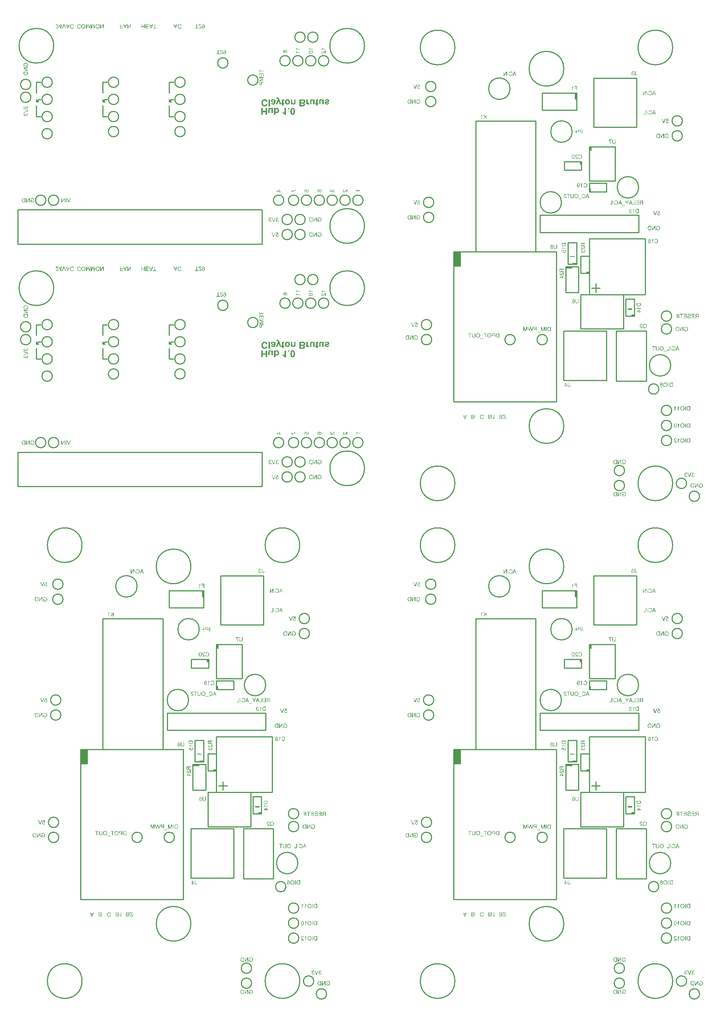
<source format=gbo>
G04*
G04 #@! TF.GenerationSoftware,Altium Limited,Altium Designer,18.0.11 (651)*
G04*
G04 Layer_Color=32896*
%FSLAX24Y24*%
%MOIN*%
G70*
G01*
G75*
%ADD24C,0.0100*%
%ADD58C,0.0098*%
%ADD60R,0.0157X0.0295*%
%ADD62R,0.0295X0.0157*%
%ADD66R,0.0394X0.0098*%
%ADD121R,0.0197X0.0394*%
%ADD122R,0.0669X0.1378*%
%ADD123R,0.0394X0.0118*%
%ADD124R,0.0295X0.0118*%
%ADD125R,0.0157X0.0591*%
%ADD126R,0.0591X0.0157*%
G36*
X14769Y89379D02*
X14714D01*
X14567Y89764D01*
X14621D01*
X14662Y89647D01*
X14824D01*
X14868Y89764D01*
X14926D01*
X14769Y89379D01*
D02*
G37*
G36*
X12518D02*
X12462D01*
X12316Y89764D01*
X12369D01*
X12411Y89647D01*
X12572D01*
X12617Y89764D01*
X12674D01*
X12518Y89379D01*
D02*
G37*
G36*
X10131D02*
X10076D01*
X9929Y89764D01*
X9983D01*
X10024Y89647D01*
X10186D01*
X10230Y89764D01*
X10287D01*
X10131Y89379D01*
D02*
G37*
G36*
X4881D02*
X4826D01*
X4679Y89764D01*
X4733D01*
X4774Y89647D01*
X4936D01*
X4980Y89764D01*
X5038D01*
X4881Y89379D01*
D02*
G37*
G36*
X15144Y89770D02*
X15154Y89769D01*
X15174Y89765D01*
X15182Y89763D01*
X15191Y89760D01*
X15199Y89757D01*
X15206Y89754D01*
X15212Y89751D01*
X15217Y89748D01*
X15222Y89745D01*
X15226Y89743D01*
X15230Y89740D01*
X15232Y89739D01*
X15233Y89738D01*
X15234Y89737D01*
X15241Y89731D01*
X15248Y89724D01*
X15260Y89709D01*
X15271Y89693D01*
X15278Y89677D01*
X15282Y89670D01*
X15284Y89664D01*
X15286Y89657D01*
X15289Y89653D01*
X15290Y89648D01*
X15291Y89645D01*
X15292Y89643D01*
Y89642D01*
X15241Y89629D01*
X15236Y89646D01*
X15230Y89661D01*
X15223Y89674D01*
X15217Y89684D01*
X15210Y89692D01*
X15205Y89698D01*
X15202Y89701D01*
X15201Y89702D01*
X15200Y89702D01*
X15189Y89711D01*
X15177Y89716D01*
X15165Y89721D01*
X15154Y89724D01*
X15144Y89726D01*
X15139Y89726D01*
X15136D01*
X15133Y89727D01*
X15129D01*
X15116Y89726D01*
X15103Y89724D01*
X15092Y89721D01*
X15083Y89718D01*
X15075Y89715D01*
X15068Y89712D01*
X15066Y89711D01*
X15064Y89710D01*
X15064Y89709D01*
X15063D01*
X15052Y89702D01*
X15044Y89693D01*
X15036Y89684D01*
X15030Y89675D01*
X15025Y89667D01*
X15022Y89660D01*
X15021Y89658D01*
X15020Y89656D01*
X15019Y89655D01*
Y89654D01*
X15014Y89640D01*
X15011Y89626D01*
X15009Y89611D01*
X15007Y89598D01*
X15006Y89592D01*
X15006Y89587D01*
Y89581D01*
X15005Y89577D01*
Y89574D01*
Y89571D01*
Y89570D01*
Y89569D01*
X15006Y89555D01*
X15007Y89541D01*
X15009Y89529D01*
X15011Y89518D01*
X15013Y89509D01*
X15014Y89505D01*
X15015Y89502D01*
X15016Y89499D01*
X15016Y89497D01*
X15017Y89496D01*
Y89495D01*
X15022Y89482D01*
X15028Y89471D01*
X15036Y89461D01*
X15042Y89453D01*
X15048Y89447D01*
X15054Y89442D01*
X15057Y89439D01*
X15058Y89438D01*
X15058D01*
X15070Y89431D01*
X15082Y89426D01*
X15095Y89422D01*
X15106Y89419D01*
X15117Y89417D01*
X15121Y89417D01*
X15125D01*
X15128Y89416D01*
X15132D01*
X15146Y89417D01*
X15158Y89419D01*
X15169Y89422D01*
X15178Y89426D01*
X15186Y89430D01*
X15191Y89433D01*
X15195Y89435D01*
X15196Y89436D01*
X15205Y89444D01*
X15213Y89453D01*
X15220Y89464D01*
X15225Y89474D01*
X15229Y89482D01*
X15231Y89486D01*
X15233Y89490D01*
X15234Y89493D01*
X15234Y89495D01*
X15235Y89496D01*
Y89497D01*
X15285Y89485D01*
X15278Y89467D01*
X15274Y89458D01*
X15270Y89450D01*
X15265Y89443D01*
X15261Y89436D01*
X15257Y89430D01*
X15252Y89424D01*
X15248Y89419D01*
X15244Y89415D01*
X15240Y89411D01*
X15237Y89408D01*
X15234Y89406D01*
X15232Y89404D01*
X15231Y89403D01*
X15230Y89403D01*
X15223Y89398D01*
X15215Y89393D01*
X15207Y89389D01*
X15199Y89385D01*
X15182Y89380D01*
X15167Y89377D01*
X15160Y89375D01*
X15154Y89375D01*
X15148Y89374D01*
X15143Y89374D01*
X15139Y89373D01*
X15133D01*
X15114Y89374D01*
X15097Y89377D01*
X15081Y89381D01*
X15074Y89382D01*
X15068Y89385D01*
X15062Y89387D01*
X15056Y89389D01*
X15051Y89391D01*
X15048Y89393D01*
X15044Y89394D01*
X15042Y89395D01*
X15041Y89396D01*
X15040D01*
X15026Y89406D01*
X15012Y89417D01*
X15001Y89428D01*
X14992Y89439D01*
X14985Y89449D01*
X14982Y89453D01*
X14979Y89457D01*
X14978Y89460D01*
X14976Y89462D01*
X14975Y89464D01*
Y89464D01*
X14968Y89481D01*
X14962Y89499D01*
X14958Y89517D01*
X14955Y89533D01*
X14954Y89541D01*
X14954Y89547D01*
X14953Y89554D01*
Y89559D01*
X14952Y89563D01*
Y89566D01*
Y89568D01*
Y89569D01*
X14953Y89589D01*
X14955Y89608D01*
X14959Y89626D01*
X14961Y89634D01*
X14962Y89641D01*
X14964Y89648D01*
X14966Y89654D01*
X14968Y89659D01*
X14969Y89664D01*
X14971Y89667D01*
X14972Y89670D01*
X14972Y89671D01*
Y89672D01*
X14981Y89689D01*
X14990Y89704D01*
X15000Y89716D01*
X15010Y89726D01*
X15018Y89735D01*
X15025Y89740D01*
X15028Y89742D01*
X15030Y89744D01*
X15031Y89744D01*
X15031Y89745D01*
X15039Y89750D01*
X15047Y89753D01*
X15064Y89760D01*
X15081Y89764D01*
X15097Y89767D01*
X15104Y89768D01*
X15111Y89769D01*
X15117Y89770D01*
X15122D01*
X15127Y89770D01*
X15133D01*
X15144Y89770D01*
D02*
G37*
G36*
X5900D02*
X5910Y89769D01*
X5930Y89765D01*
X5939Y89763D01*
X5947Y89760D01*
X5955Y89757D01*
X5962Y89754D01*
X5968Y89751D01*
X5974Y89748D01*
X5978Y89745D01*
X5982Y89743D01*
X5986Y89740D01*
X5988Y89739D01*
X5989Y89738D01*
X5990Y89737D01*
X5998Y89731D01*
X6005Y89724D01*
X6016Y89709D01*
X6027Y89693D01*
X6035Y89677D01*
X6038Y89670D01*
X6040Y89664D01*
X6043Y89657D01*
X6045Y89653D01*
X6046Y89648D01*
X6047Y89645D01*
X6048Y89643D01*
Y89642D01*
X5997Y89629D01*
X5992Y89646D01*
X5987Y89661D01*
X5980Y89674D01*
X5973Y89684D01*
X5967Y89692D01*
X5961Y89698D01*
X5958Y89701D01*
X5957Y89702D01*
X5957Y89702D01*
X5945Y89711D01*
X5933Y89716D01*
X5921Y89721D01*
X5910Y89724D01*
X5900Y89726D01*
X5895Y89726D01*
X5892D01*
X5889Y89727D01*
X5885D01*
X5872Y89726D01*
X5860Y89724D01*
X5848Y89721D01*
X5839Y89718D01*
X5831Y89715D01*
X5824Y89712D01*
X5822Y89711D01*
X5820Y89710D01*
X5820Y89709D01*
X5819D01*
X5809Y89702D01*
X5800Y89693D01*
X5792Y89684D01*
X5786Y89675D01*
X5781Y89667D01*
X5778Y89660D01*
X5777Y89658D01*
X5776Y89656D01*
X5775Y89655D01*
Y89654D01*
X5771Y89640D01*
X5767Y89626D01*
X5765Y89611D01*
X5763Y89598D01*
X5762Y89592D01*
X5762Y89587D01*
Y89581D01*
X5761Y89577D01*
Y89574D01*
Y89571D01*
Y89570D01*
Y89569D01*
X5762Y89555D01*
X5763Y89541D01*
X5765Y89529D01*
X5767Y89518D01*
X5770Y89509D01*
X5770Y89505D01*
X5771Y89502D01*
X5772Y89499D01*
X5772Y89497D01*
X5773Y89496D01*
Y89495D01*
X5778Y89482D01*
X5785Y89471D01*
X5792Y89461D01*
X5798Y89453D01*
X5805Y89447D01*
X5810Y89442D01*
X5813Y89439D01*
X5814Y89438D01*
X5815D01*
X5826Y89431D01*
X5839Y89426D01*
X5851Y89422D01*
X5863Y89419D01*
X5873Y89417D01*
X5877Y89417D01*
X5881D01*
X5884Y89416D01*
X5888D01*
X5902Y89417D01*
X5915Y89419D01*
X5926Y89422D01*
X5934Y89426D01*
X5942Y89430D01*
X5947Y89433D01*
X5951Y89435D01*
X5952Y89436D01*
X5961Y89444D01*
X5969Y89453D01*
X5976Y89464D01*
X5981Y89474D01*
X5985Y89482D01*
X5987Y89486D01*
X5989Y89490D01*
X5990Y89493D01*
X5991Y89495D01*
X5991Y89496D01*
Y89497D01*
X6042Y89485D01*
X6035Y89467D01*
X6030Y89458D01*
X6026Y89450D01*
X6022Y89443D01*
X6017Y89436D01*
X6013Y89430D01*
X6008Y89424D01*
X6004Y89419D01*
X6000Y89415D01*
X5996Y89411D01*
X5993Y89408D01*
X5990Y89406D01*
X5988Y89404D01*
X5987Y89403D01*
X5987Y89403D01*
X5979Y89398D01*
X5971Y89393D01*
X5963Y89389D01*
X5955Y89385D01*
X5939Y89380D01*
X5923Y89377D01*
X5916Y89375D01*
X5910Y89375D01*
X5904Y89374D01*
X5899Y89374D01*
X5895Y89373D01*
X5889D01*
X5871Y89374D01*
X5853Y89377D01*
X5837Y89381D01*
X5830Y89382D01*
X5824Y89385D01*
X5818Y89387D01*
X5812Y89389D01*
X5808Y89391D01*
X5804Y89393D01*
X5801Y89394D01*
X5798Y89395D01*
X5797Y89396D01*
X5796D01*
X5782Y89406D01*
X5768Y89417D01*
X5757Y89428D01*
X5748Y89439D01*
X5741Y89449D01*
X5738Y89453D01*
X5736Y89457D01*
X5734Y89460D01*
X5733Y89462D01*
X5731Y89464D01*
Y89464D01*
X5724Y89481D01*
X5718Y89499D01*
X5715Y89517D01*
X5712Y89533D01*
X5710Y89541D01*
X5710Y89547D01*
X5709Y89554D01*
Y89559D01*
X5709Y89563D01*
Y89566D01*
Y89568D01*
Y89569D01*
X5709Y89589D01*
X5712Y89608D01*
X5715Y89626D01*
X5717Y89634D01*
X5719Y89641D01*
X5720Y89648D01*
X5722Y89654D01*
X5724Y89659D01*
X5726Y89664D01*
X5727Y89667D01*
X5728Y89670D01*
X5729Y89671D01*
Y89672D01*
X5737Y89689D01*
X5747Y89704D01*
X5756Y89716D01*
X5766Y89726D01*
X5774Y89735D01*
X5781Y89740D01*
X5784Y89742D01*
X5786Y89744D01*
X5787Y89744D01*
X5788Y89745D01*
X5795Y89750D01*
X5803Y89753D01*
X5820Y89760D01*
X5837Y89764D01*
X5853Y89767D01*
X5860Y89768D01*
X5867Y89769D01*
X5873Y89770D01*
X5878D01*
X5883Y89770D01*
X5889D01*
X5900Y89770D01*
D02*
G37*
G36*
X5256D02*
X5266Y89769D01*
X5286Y89765D01*
X5294Y89763D01*
X5303Y89760D01*
X5311Y89757D01*
X5318Y89754D01*
X5324Y89751D01*
X5330Y89748D01*
X5334Y89745D01*
X5338Y89743D01*
X5342Y89740D01*
X5344Y89739D01*
X5345Y89738D01*
X5346Y89737D01*
X5354Y89731D01*
X5361Y89724D01*
X5372Y89709D01*
X5383Y89693D01*
X5390Y89677D01*
X5394Y89670D01*
X5396Y89664D01*
X5399Y89657D01*
X5401Y89653D01*
X5402Y89648D01*
X5403Y89645D01*
X5404Y89643D01*
Y89642D01*
X5353Y89629D01*
X5348Y89646D01*
X5342Y89661D01*
X5335Y89674D01*
X5329Y89684D01*
X5323Y89692D01*
X5317Y89698D01*
X5314Y89701D01*
X5313Y89702D01*
X5313Y89702D01*
X5301Y89711D01*
X5289Y89716D01*
X5277Y89721D01*
X5266Y89724D01*
X5256Y89726D01*
X5251Y89726D01*
X5248D01*
X5245Y89727D01*
X5241D01*
X5228Y89726D01*
X5216Y89724D01*
X5204Y89721D01*
X5195Y89718D01*
X5187Y89715D01*
X5180Y89712D01*
X5178Y89711D01*
X5176Y89710D01*
X5176Y89709D01*
X5175D01*
X5165Y89702D01*
X5156Y89693D01*
X5148Y89684D01*
X5142Y89675D01*
X5137Y89667D01*
X5134Y89660D01*
X5133Y89658D01*
X5132Y89656D01*
X5131Y89655D01*
Y89654D01*
X5127Y89640D01*
X5123Y89626D01*
X5121Y89611D01*
X5119Y89598D01*
X5118Y89592D01*
X5118Y89587D01*
Y89581D01*
X5117Y89577D01*
Y89574D01*
Y89571D01*
Y89570D01*
Y89569D01*
X5118Y89555D01*
X5119Y89541D01*
X5121Y89529D01*
X5123Y89518D01*
X5125Y89509D01*
X5126Y89505D01*
X5127Y89502D01*
X5128Y89499D01*
X5128Y89497D01*
X5129Y89496D01*
Y89495D01*
X5134Y89482D01*
X5141Y89471D01*
X5148Y89461D01*
X5154Y89453D01*
X5161Y89447D01*
X5166Y89442D01*
X5169Y89439D01*
X5170Y89438D01*
X5170D01*
X5182Y89431D01*
X5194Y89426D01*
X5207Y89422D01*
X5218Y89419D01*
X5229Y89417D01*
X5233Y89417D01*
X5237D01*
X5240Y89416D01*
X5244D01*
X5258Y89417D01*
X5271Y89419D01*
X5282Y89422D01*
X5290Y89426D01*
X5298Y89430D01*
X5303Y89433D01*
X5307Y89435D01*
X5308Y89436D01*
X5317Y89444D01*
X5325Y89453D01*
X5332Y89464D01*
X5337Y89474D01*
X5341Y89482D01*
X5343Y89486D01*
X5345Y89490D01*
X5346Y89493D01*
X5347Y89495D01*
X5347Y89496D01*
Y89497D01*
X5397Y89485D01*
X5390Y89467D01*
X5386Y89458D01*
X5382Y89450D01*
X5378Y89443D01*
X5373Y89436D01*
X5369Y89430D01*
X5364Y89424D01*
X5360Y89419D01*
X5356Y89415D01*
X5352Y89411D01*
X5349Y89408D01*
X5346Y89406D01*
X5344Y89404D01*
X5343Y89403D01*
X5342Y89403D01*
X5335Y89398D01*
X5327Y89393D01*
X5319Y89389D01*
X5311Y89385D01*
X5294Y89380D01*
X5279Y89377D01*
X5272Y89375D01*
X5266Y89375D01*
X5260Y89374D01*
X5255Y89374D01*
X5251Y89373D01*
X5245D01*
X5227Y89374D01*
X5209Y89377D01*
X5193Y89381D01*
X5186Y89382D01*
X5180Y89385D01*
X5174Y89387D01*
X5168Y89389D01*
X5163Y89391D01*
X5160Y89393D01*
X5156Y89394D01*
X5154Y89395D01*
X5153Y89396D01*
X5152D01*
X5138Y89406D01*
X5124Y89417D01*
X5113Y89428D01*
X5104Y89439D01*
X5097Y89449D01*
X5094Y89453D01*
X5092Y89457D01*
X5090Y89460D01*
X5089Y89462D01*
X5087Y89464D01*
Y89464D01*
X5080Y89481D01*
X5074Y89499D01*
X5070Y89517D01*
X5068Y89533D01*
X5066Y89541D01*
X5066Y89547D01*
X5065Y89554D01*
Y89559D01*
X5065Y89563D01*
Y89566D01*
Y89568D01*
Y89569D01*
X5065Y89589D01*
X5068Y89608D01*
X5071Y89626D01*
X5073Y89634D01*
X5075Y89641D01*
X5076Y89648D01*
X5078Y89654D01*
X5080Y89659D01*
X5082Y89664D01*
X5083Y89667D01*
X5084Y89670D01*
X5084Y89671D01*
Y89672D01*
X5093Y89689D01*
X5103Y89704D01*
X5112Y89716D01*
X5122Y89726D01*
X5130Y89735D01*
X5137Y89740D01*
X5140Y89742D01*
X5142Y89744D01*
X5143Y89744D01*
X5144Y89745D01*
X5151Y89750D01*
X5159Y89753D01*
X5176Y89760D01*
X5193Y89764D01*
X5209Y89767D01*
X5216Y89768D01*
X5223Y89769D01*
X5229Y89770D01*
X5234D01*
X5239Y89770D01*
X5245D01*
X5256Y89770D01*
D02*
G37*
G36*
X17301Y89769D02*
X17315Y89767D01*
X17328Y89763D01*
X17339Y89759D01*
X17347Y89755D01*
X17351Y89753D01*
X17354Y89751D01*
X17357Y89750D01*
X17359Y89749D01*
X17359Y89748D01*
X17360D01*
X17371Y89739D01*
X17380Y89728D01*
X17388Y89717D01*
X17395Y89706D01*
X17401Y89697D01*
X17402Y89692D01*
X17404Y89688D01*
X17405Y89685D01*
X17407Y89683D01*
X17407Y89682D01*
Y89681D01*
X17410Y89673D01*
X17412Y89664D01*
X17416Y89644D01*
X17419Y89625D01*
X17422Y89606D01*
X17422Y89597D01*
X17423Y89589D01*
Y89582D01*
X17423Y89576D01*
Y89571D01*
Y89567D01*
Y89564D01*
Y89564D01*
Y89551D01*
X17423Y89539D01*
X17422Y89527D01*
X17421Y89517D01*
X17420Y89508D01*
X17418Y89499D01*
X17417Y89491D01*
X17415Y89484D01*
X17414Y89477D01*
X17412Y89471D01*
X17411Y89467D01*
X17409Y89463D01*
X17409Y89460D01*
X17408Y89458D01*
X17407Y89457D01*
Y89456D01*
X17401Y89443D01*
X17393Y89431D01*
X17385Y89422D01*
X17377Y89413D01*
X17370Y89406D01*
X17365Y89402D01*
X17363Y89400D01*
X17361Y89399D01*
X17360Y89398D01*
X17360D01*
X17348Y89391D01*
X17336Y89386D01*
X17325Y89383D01*
X17314Y89380D01*
X17305Y89379D01*
X17301Y89378D01*
X17298D01*
X17295Y89378D01*
X17291D01*
X17282Y89378D01*
X17273Y89379D01*
X17264Y89381D01*
X17256Y89383D01*
X17241Y89389D01*
X17235Y89392D01*
X17229Y89395D01*
X17223Y89399D01*
X17218Y89402D01*
X17214Y89405D01*
X17211Y89408D01*
X17208Y89410D01*
X17206Y89412D01*
X17205Y89413D01*
X17205Y89413D01*
X17199Y89420D01*
X17194Y89427D01*
X17189Y89435D01*
X17185Y89443D01*
X17182Y89451D01*
X17179Y89459D01*
X17175Y89474D01*
X17174Y89481D01*
X17172Y89487D01*
X17172Y89493D01*
X17171Y89498D01*
X17171Y89502D01*
Y89505D01*
Y89507D01*
Y89508D01*
X17171Y89518D01*
X17172Y89528D01*
X17174Y89537D01*
X17176Y89546D01*
X17178Y89554D01*
X17181Y89561D01*
X17184Y89568D01*
X17187Y89574D01*
X17190Y89580D01*
X17193Y89585D01*
X17196Y89589D01*
X17198Y89592D01*
X17201Y89595D01*
X17202Y89597D01*
X17203Y89598D01*
X17204Y89599D01*
X17210Y89605D01*
X17216Y89610D01*
X17223Y89615D01*
X17230Y89619D01*
X17237Y89622D01*
X17243Y89625D01*
X17256Y89629D01*
X17267Y89632D01*
X17272Y89632D01*
X17276Y89633D01*
X17280Y89633D01*
X17284D01*
X17295Y89633D01*
X17305Y89631D01*
X17313Y89629D01*
X17321Y89626D01*
X17328Y89624D01*
X17333Y89622D01*
X17336Y89620D01*
X17337Y89620D01*
X17346Y89614D01*
X17353Y89608D01*
X17360Y89602D01*
X17366Y89596D01*
X17370Y89591D01*
X17373Y89587D01*
X17375Y89584D01*
X17376Y89583D01*
Y89587D01*
Y89590D01*
Y89592D01*
Y89592D01*
Y89603D01*
X17375Y89614D01*
X17374Y89623D01*
X17373Y89632D01*
X17371Y89640D01*
X17370Y89646D01*
X17370Y89647D01*
Y89649D01*
X17369Y89650D01*
Y89650D01*
X17366Y89660D01*
X17363Y89669D01*
X17360Y89677D01*
X17358Y89683D01*
X17355Y89688D01*
X17353Y89692D01*
X17352Y89695D01*
X17352Y89695D01*
X17347Y89701D01*
X17343Y89706D01*
X17339Y89711D01*
X17334Y89715D01*
X17330Y89718D01*
X17328Y89720D01*
X17325Y89721D01*
X17325Y89722D01*
X17318Y89725D01*
X17312Y89728D01*
X17305Y89729D01*
X17299Y89730D01*
X17294Y89731D01*
X17290Y89732D01*
X17287D01*
X17277Y89731D01*
X17269Y89729D01*
X17262Y89727D01*
X17256Y89725D01*
X17251Y89722D01*
X17247Y89720D01*
X17245Y89718D01*
X17244Y89718D01*
X17239Y89712D01*
X17234Y89704D01*
X17230Y89697D01*
X17227Y89689D01*
X17225Y89682D01*
X17224Y89677D01*
X17223Y89674D01*
X17223Y89673D01*
Y89672D01*
Y89671D01*
X17178Y89675D01*
X17181Y89691D01*
X17185Y89705D01*
X17191Y89718D01*
X17196Y89728D01*
X17202Y89735D01*
X17207Y89741D01*
X17211Y89744D01*
X17211Y89745D01*
X17212Y89746D01*
X17223Y89754D01*
X17235Y89760D01*
X17247Y89764D01*
X17259Y89767D01*
X17270Y89769D01*
X17274Y89770D01*
X17278D01*
X17281Y89770D01*
X17285D01*
X17301Y89769D01*
D02*
G37*
G36*
X11915Y89379D02*
X11864D01*
Y89537D01*
X11665D01*
Y89379D01*
X11614D01*
Y89764D01*
X11665D01*
Y89582D01*
X11864D01*
Y89764D01*
X11915D01*
Y89379D01*
D02*
G37*
G36*
X10631D02*
X10582D01*
Y89681D01*
X10380Y89379D01*
X10328D01*
Y89764D01*
X10377D01*
Y89462D01*
X10579Y89764D01*
X10631D01*
Y89379D01*
D02*
G37*
G36*
X8141D02*
X8092D01*
Y89681D01*
X7890Y89379D01*
X7838D01*
Y89764D01*
X7887D01*
Y89462D01*
X8088Y89764D01*
X8141D01*
Y89379D01*
D02*
G37*
G36*
X7340D02*
X7271D01*
X7179Y89647D01*
X7174Y89661D01*
X7169Y89674D01*
X7166Y89684D01*
X7164Y89693D01*
X7161Y89699D01*
X7159Y89704D01*
X7159Y89707D01*
X7158Y89708D01*
X7156Y89701D01*
X7153Y89691D01*
X7150Y89682D01*
X7147Y89673D01*
X7144Y89664D01*
X7142Y89658D01*
X7141Y89655D01*
X7141Y89653D01*
X7140Y89652D01*
Y89651D01*
X7049Y89379D01*
X6973D01*
Y89764D01*
X7022D01*
Y89437D01*
X7133Y89764D01*
X7178D01*
X7290Y89442D01*
Y89764D01*
X7340D01*
Y89379D01*
D02*
G37*
G36*
X6893D02*
X6824D01*
X6732Y89647D01*
X6727Y89661D01*
X6722Y89674D01*
X6719Y89684D01*
X6717Y89693D01*
X6714Y89699D01*
X6713Y89704D01*
X6712Y89707D01*
X6711Y89708D01*
X6709Y89701D01*
X6706Y89691D01*
X6703Y89682D01*
X6700Y89673D01*
X6697Y89664D01*
X6695Y89658D01*
X6694Y89655D01*
X6694Y89653D01*
X6693Y89652D01*
Y89651D01*
X6602Y89379D01*
X6526D01*
Y89764D01*
X6575D01*
Y89437D01*
X6686Y89764D01*
X6731D01*
X6844Y89442D01*
Y89764D01*
X6893D01*
Y89379D01*
D02*
G37*
G36*
X3995Y89719D02*
X3806D01*
X3813Y89709D01*
X3819Y89702D01*
X3822Y89698D01*
X3824Y89696D01*
X3826Y89694D01*
X3826Y89694D01*
X3829Y89691D01*
X3832Y89688D01*
X3840Y89681D01*
X3849Y89673D01*
X3858Y89664D01*
X3867Y89657D01*
X3874Y89651D01*
X3876Y89649D01*
X3879Y89647D01*
X3880Y89646D01*
X3881Y89645D01*
X3890Y89637D01*
X3898Y89630D01*
X3906Y89623D01*
X3913Y89616D01*
X3920Y89610D01*
X3926Y89605D01*
X3931Y89599D01*
X3936Y89595D01*
X3940Y89591D01*
X3944Y89587D01*
X3949Y89582D01*
X3952Y89578D01*
X3953Y89577D01*
X3961Y89568D01*
X3968Y89560D01*
X3973Y89551D01*
X3977Y89544D01*
X3981Y89539D01*
X3983Y89534D01*
X3984Y89532D01*
X3985Y89530D01*
X3988Y89522D01*
X3991Y89514D01*
X3992Y89506D01*
X3993Y89499D01*
X3994Y89494D01*
X3995Y89489D01*
Y89486D01*
Y89485D01*
X3994Y89477D01*
X3993Y89468D01*
X3989Y89454D01*
X3984Y89441D01*
X3978Y89430D01*
X3972Y89421D01*
X3969Y89417D01*
X3967Y89414D01*
X3965Y89412D01*
X3963Y89410D01*
X3962Y89409D01*
X3962Y89409D01*
X3955Y89403D01*
X3949Y89398D01*
X3942Y89394D01*
X3934Y89391D01*
X3920Y89385D01*
X3906Y89382D01*
X3899Y89380D01*
X3893Y89379D01*
X3888Y89379D01*
X3883Y89378D01*
X3879Y89378D01*
X3874D01*
X3864Y89378D01*
X3855Y89379D01*
X3837Y89382D01*
X3830Y89384D01*
X3822Y89386D01*
X3816Y89389D01*
X3810Y89392D01*
X3805Y89395D01*
X3800Y89397D01*
X3796Y89400D01*
X3792Y89402D01*
X3790Y89403D01*
X3788Y89405D01*
X3787Y89406D01*
X3786Y89406D01*
X3781Y89412D01*
X3776Y89418D01*
X3767Y89431D01*
X3761Y89445D01*
X3756Y89458D01*
X3752Y89470D01*
X3752Y89475D01*
X3751Y89480D01*
X3750Y89484D01*
X3750Y89486D01*
Y89488D01*
Y89489D01*
X3798Y89494D01*
X3799Y89481D01*
X3802Y89470D01*
X3805Y89461D01*
X3809Y89453D01*
X3812Y89446D01*
X3816Y89441D01*
X3818Y89439D01*
X3819Y89438D01*
X3827Y89431D01*
X3836Y89426D01*
X3845Y89422D01*
X3854Y89419D01*
X3861Y89418D01*
X3867Y89417D01*
X3869Y89417D01*
X3873D01*
X3885Y89417D01*
X3895Y89420D01*
X3904Y89423D01*
X3912Y89426D01*
X3917Y89430D01*
X3922Y89433D01*
X3924Y89436D01*
X3926Y89436D01*
X3933Y89444D01*
X3937Y89452D01*
X3941Y89460D01*
X3944Y89467D01*
X3945Y89474D01*
X3945Y89479D01*
X3946Y89482D01*
Y89483D01*
Y89484D01*
X3945Y89494D01*
X3943Y89504D01*
X3939Y89513D01*
X3935Y89522D01*
X3931Y89530D01*
X3927Y89536D01*
X3926Y89538D01*
X3925Y89540D01*
X3924Y89540D01*
Y89541D01*
X3919Y89547D01*
X3914Y89553D01*
X3908Y89560D01*
X3901Y89566D01*
X3887Y89579D01*
X3873Y89593D01*
X3860Y89604D01*
X3854Y89609D01*
X3849Y89613D01*
X3845Y89618D01*
X3842Y89620D01*
X3840Y89622D01*
X3839Y89622D01*
X3825Y89634D01*
X3812Y89646D01*
X3802Y89656D01*
X3793Y89664D01*
X3786Y89671D01*
X3781Y89676D01*
X3778Y89680D01*
X3777Y89680D01*
Y89681D01*
X3769Y89690D01*
X3764Y89699D01*
X3758Y89708D01*
X3754Y89715D01*
X3750Y89722D01*
X3748Y89727D01*
X3747Y89730D01*
X3746Y89731D01*
Y89732D01*
X3744Y89737D01*
X3742Y89743D01*
X3742Y89749D01*
X3741Y89753D01*
X3741Y89757D01*
Y89761D01*
Y89763D01*
Y89764D01*
X3995D01*
Y89719D01*
D02*
G37*
G36*
X17120Y89719D02*
X16931D01*
X16938Y89709D01*
X16944Y89702D01*
X16947Y89698D01*
X16950Y89696D01*
X16951Y89694D01*
X16951Y89694D01*
X16954Y89691D01*
X16957Y89688D01*
X16965Y89681D01*
X16974Y89673D01*
X16983Y89664D01*
X16992Y89657D01*
X16999Y89651D01*
X17002Y89649D01*
X17004Y89647D01*
X17005Y89646D01*
X17006Y89645D01*
X17015Y89637D01*
X17023Y89630D01*
X17032Y89623D01*
X17039Y89616D01*
X17045Y89610D01*
X17051Y89605D01*
X17057Y89599D01*
X17061Y89595D01*
X17065Y89591D01*
X17069Y89587D01*
X17074Y89582D01*
X17077Y89578D01*
X17078Y89577D01*
X17086Y89568D01*
X17093Y89560D01*
X17098Y89551D01*
X17102Y89544D01*
X17106Y89539D01*
X17108Y89534D01*
X17109Y89532D01*
X17110Y89530D01*
X17113Y89522D01*
X17116Y89514D01*
X17118Y89506D01*
X17119Y89499D01*
X17119Y89494D01*
X17120Y89489D01*
Y89486D01*
Y89485D01*
X17119Y89477D01*
X17119Y89468D01*
X17115Y89454D01*
X17109Y89441D01*
X17103Y89430D01*
X17098Y89421D01*
X17095Y89417D01*
X17092Y89414D01*
X17090Y89412D01*
X17088Y89410D01*
X17088Y89409D01*
X17087Y89409D01*
X17081Y89403D01*
X17074Y89398D01*
X17067Y89394D01*
X17060Y89391D01*
X17045Y89385D01*
X17031Y89382D01*
X17024Y89380D01*
X17019Y89379D01*
X17013Y89379D01*
X17009Y89378D01*
X17005Y89378D01*
X16999D01*
X16989Y89378D01*
X16980Y89379D01*
X16962Y89382D01*
X16955Y89384D01*
X16947Y89386D01*
X16941Y89389D01*
X16935Y89392D01*
X16930Y89395D01*
X16925Y89397D01*
X16921Y89400D01*
X16917Y89402D01*
X16915Y89403D01*
X16913Y89405D01*
X16912Y89406D01*
X16912Y89406D01*
X16906Y89412D01*
X16901Y89418D01*
X16892Y89431D01*
X16886Y89445D01*
X16881Y89458D01*
X16878Y89470D01*
X16877Y89475D01*
X16876Y89480D01*
X16875Y89484D01*
X16875Y89486D01*
Y89488D01*
Y89489D01*
X16923Y89494D01*
X16924Y89481D01*
X16927Y89470D01*
X16930Y89461D01*
X16934Y89453D01*
X16937Y89446D01*
X16941Y89441D01*
X16943Y89439D01*
X16944Y89438D01*
X16952Y89431D01*
X16961Y89426D01*
X16970Y89422D01*
X16979Y89419D01*
X16986Y89418D01*
X16992Y89417D01*
X16995Y89417D01*
X16998D01*
X17010Y89417D01*
X17020Y89420D01*
X17029Y89423D01*
X17037Y89426D01*
X17043Y89430D01*
X17047Y89433D01*
X17050Y89436D01*
X17051Y89436D01*
X17058Y89444D01*
X17063Y89452D01*
X17066Y89460D01*
X17069Y89467D01*
X17070Y89474D01*
X17071Y89479D01*
X17071Y89482D01*
Y89483D01*
Y89484D01*
X17070Y89494D01*
X17068Y89504D01*
X17064Y89513D01*
X17060Y89522D01*
X17056Y89530D01*
X17053Y89536D01*
X17051Y89538D01*
X17050Y89540D01*
X17049Y89540D01*
Y89541D01*
X17044Y89547D01*
X17039Y89553D01*
X17033Y89560D01*
X17026Y89566D01*
X17012Y89579D01*
X16998Y89593D01*
X16985Y89604D01*
X16979Y89609D01*
X16974Y89613D01*
X16970Y89618D01*
X16967Y89620D01*
X16965Y89622D01*
X16964Y89622D01*
X16950Y89634D01*
X16937Y89646D01*
X16927Y89656D01*
X16918Y89664D01*
X16911Y89671D01*
X16906Y89676D01*
X16903Y89680D01*
X16902Y89680D01*
Y89681D01*
X16895Y89690D01*
X16889Y89699D01*
X16883Y89708D01*
X16879Y89715D01*
X16875Y89722D01*
X16873Y89727D01*
X16872Y89730D01*
X16871Y89731D01*
Y89732D01*
X16869Y89737D01*
X16868Y89743D01*
X16867Y89749D01*
X16867Y89753D01*
X16866Y89757D01*
Y89761D01*
Y89763D01*
Y89764D01*
X17120D01*
Y89719D01*
D02*
G37*
G36*
X4244Y89672D02*
X4296D01*
Y89629D01*
X4244D01*
Y89380D01*
X4205D01*
X4030Y89629D01*
Y89672D01*
X4196D01*
Y89764D01*
X4244D01*
Y89672D01*
D02*
G37*
G36*
X12864Y89424D02*
X12991D01*
Y89379D01*
X12687D01*
Y89424D01*
X12813D01*
Y89764D01*
X12864D01*
Y89424D01*
D02*
G37*
G36*
X12288Y89719D02*
X12052D01*
Y89588D01*
X12264D01*
Y89543D01*
X12052D01*
Y89424D01*
X12279D01*
Y89379D01*
X12001D01*
Y89764D01*
X12288D01*
Y89719D01*
D02*
G37*
G36*
X9697Y89589D02*
X9877D01*
Y89544D01*
X9697D01*
Y89424D01*
X9905D01*
Y89379D01*
X9646D01*
Y89764D01*
X9697D01*
Y89589D01*
D02*
G37*
G36*
X4675Y89379D02*
X4624D01*
X4519Y89658D01*
X4515Y89670D01*
X4511Y89682D01*
X4508Y89692D01*
X4505Y89702D01*
X4502Y89710D01*
X4501Y89716D01*
X4500Y89719D01*
X4499Y89720D01*
X4499Y89721D01*
Y89722D01*
X4492Y89699D01*
X4489Y89689D01*
X4485Y89679D01*
X4483Y89671D01*
X4481Y89664D01*
X4480Y89662D01*
X4479Y89660D01*
X4478Y89659D01*
Y89658D01*
X4379Y89379D01*
X4323D01*
X4473Y89764D01*
X4525D01*
X4675Y89379D01*
D02*
G37*
G36*
X16713Y89424D02*
X16839D01*
Y89379D01*
X16535D01*
Y89424D01*
X16662D01*
Y89764D01*
X16713D01*
Y89424D01*
D02*
G37*
G36*
X7608Y89769D02*
X7625Y89767D01*
X7641Y89763D01*
X7654Y89759D01*
X7661Y89756D01*
X7666Y89754D01*
X7671Y89752D01*
X7675Y89750D01*
X7678Y89749D01*
X7681Y89748D01*
X7682Y89747D01*
X7682D01*
X7698Y89737D01*
X7711Y89726D01*
X7723Y89714D01*
X7732Y89703D01*
X7739Y89693D01*
X7742Y89688D01*
X7745Y89685D01*
X7747Y89681D01*
X7748Y89679D01*
X7749Y89678D01*
Y89677D01*
X7757Y89660D01*
X7763Y89642D01*
X7767Y89624D01*
X7770Y89608D01*
X7771Y89600D01*
X7772Y89594D01*
X7773Y89588D01*
Y89582D01*
X7773Y89578D01*
Y89575D01*
Y89573D01*
Y89572D01*
X7772Y89551D01*
X7770Y89532D01*
X7766Y89515D01*
X7764Y89507D01*
X7762Y89499D01*
X7760Y89493D01*
X7757Y89487D01*
X7756Y89482D01*
X7754Y89478D01*
X7753Y89474D01*
X7751Y89472D01*
X7750Y89470D01*
Y89470D01*
X7741Y89453D01*
X7731Y89439D01*
X7720Y89427D01*
X7709Y89417D01*
X7700Y89409D01*
X7696Y89406D01*
X7692Y89403D01*
X7689Y89401D01*
X7687Y89400D01*
X7686Y89399D01*
X7685D01*
X7677Y89394D01*
X7669Y89390D01*
X7653Y89384D01*
X7636Y89379D01*
X7622Y89376D01*
X7615Y89375D01*
X7609Y89374D01*
X7603Y89374D01*
X7598D01*
X7595Y89373D01*
X7589D01*
X7575Y89374D01*
X7560Y89375D01*
X7547Y89378D01*
X7534Y89381D01*
X7523Y89386D01*
X7512Y89390D01*
X7502Y89395D01*
X7492Y89400D01*
X7484Y89405D01*
X7477Y89410D01*
X7471Y89415D01*
X7466Y89419D01*
X7462Y89422D01*
X7459Y89425D01*
X7457Y89427D01*
X7457Y89427D01*
X7448Y89438D01*
X7440Y89449D01*
X7433Y89461D01*
X7427Y89474D01*
X7422Y89486D01*
X7418Y89498D01*
X7415Y89510D01*
X7412Y89522D01*
X7410Y89534D01*
X7409Y89544D01*
X7408Y89553D01*
X7406Y89561D01*
Y89568D01*
X7406Y89573D01*
Y89576D01*
Y89577D01*
X7407Y89596D01*
X7409Y89613D01*
X7413Y89630D01*
X7415Y89637D01*
X7417Y89644D01*
X7419Y89650D01*
X7420Y89656D01*
X7422Y89661D01*
X7424Y89665D01*
X7426Y89668D01*
X7426Y89671D01*
X7427Y89673D01*
Y89673D01*
X7437Y89689D01*
X7447Y89704D01*
X7458Y89715D01*
X7468Y89726D01*
X7478Y89734D01*
X7482Y89737D01*
X7485Y89740D01*
X7488Y89742D01*
X7491Y89743D01*
X7492Y89744D01*
X7492Y89744D01*
X7501Y89749D01*
X7509Y89753D01*
X7526Y89759D01*
X7542Y89764D01*
X7557Y89767D01*
X7564Y89768D01*
X7570Y89769D01*
X7575Y89770D01*
X7580D01*
X7584Y89770D01*
X7589D01*
X7608Y89769D01*
D02*
G37*
G36*
X6297D02*
X6314Y89767D01*
X6330Y89763D01*
X6343Y89759D01*
X6350Y89756D01*
X6355Y89754D01*
X6360Y89752D01*
X6364Y89750D01*
X6367Y89749D01*
X6370Y89748D01*
X6371Y89747D01*
X6371D01*
X6387Y89737D01*
X6400Y89726D01*
X6412Y89714D01*
X6421Y89703D01*
X6428Y89693D01*
X6431Y89688D01*
X6434Y89685D01*
X6436Y89681D01*
X6437Y89679D01*
X6438Y89678D01*
Y89677D01*
X6446Y89660D01*
X6452Y89642D01*
X6456Y89624D01*
X6459Y89608D01*
X6460Y89600D01*
X6461Y89594D01*
X6462Y89588D01*
Y89582D01*
X6462Y89578D01*
Y89575D01*
Y89573D01*
Y89572D01*
X6461Y89551D01*
X6459Y89532D01*
X6455Y89515D01*
X6453Y89507D01*
X6451Y89499D01*
X6449Y89493D01*
X6446Y89487D01*
X6445Y89482D01*
X6443Y89478D01*
X6442Y89474D01*
X6441Y89472D01*
X6439Y89470D01*
Y89470D01*
X6430Y89453D01*
X6420Y89439D01*
X6409Y89427D01*
X6398Y89417D01*
X6389Y89409D01*
X6385Y89406D01*
X6381Y89403D01*
X6378Y89401D01*
X6376Y89400D01*
X6375Y89399D01*
X6374D01*
X6366Y89394D01*
X6358Y89390D01*
X6342Y89384D01*
X6325Y89379D01*
X6311Y89376D01*
X6304Y89375D01*
X6298Y89374D01*
X6292Y89374D01*
X6287D01*
X6284Y89373D01*
X6278D01*
X6264Y89374D01*
X6249Y89375D01*
X6236Y89378D01*
X6223Y89381D01*
X6212Y89386D01*
X6201Y89390D01*
X6191Y89395D01*
X6181Y89400D01*
X6173Y89405D01*
X6166Y89410D01*
X6160Y89415D01*
X6155Y89419D01*
X6151Y89422D01*
X6148Y89425D01*
X6146Y89427D01*
X6146Y89427D01*
X6137Y89438D01*
X6129Y89449D01*
X6122Y89461D01*
X6116Y89474D01*
X6111Y89486D01*
X6107Y89498D01*
X6104Y89510D01*
X6101Y89522D01*
X6099Y89534D01*
X6098Y89544D01*
X6097Y89553D01*
X6095Y89561D01*
Y89568D01*
X6095Y89573D01*
Y89576D01*
Y89577D01*
X6096Y89596D01*
X6098Y89613D01*
X6102Y89630D01*
X6104Y89637D01*
X6106Y89644D01*
X6108Y89650D01*
X6109Y89656D01*
X6111Y89661D01*
X6113Y89665D01*
X6115Y89668D01*
X6115Y89671D01*
X6116Y89673D01*
Y89673D01*
X6126Y89689D01*
X6136Y89704D01*
X6147Y89715D01*
X6157Y89726D01*
X6167Y89734D01*
X6171Y89737D01*
X6174Y89740D01*
X6177Y89742D01*
X6180Y89743D01*
X6181Y89744D01*
X6181Y89744D01*
X6190Y89749D01*
X6198Y89753D01*
X6215Y89759D01*
X6231Y89764D01*
X6246Y89767D01*
X6253Y89768D01*
X6259Y89769D01*
X6264Y89770D01*
X6269D01*
X6273Y89770D01*
X6278D01*
X6297Y89769D01*
D02*
G37*
G36*
X28296Y87590D02*
X28292Y87581D01*
X28289Y87573D01*
X28285Y87566D01*
X28281Y87559D01*
X28278Y87554D01*
X28276Y87550D01*
X28275Y87550D01*
Y87549D01*
X28270Y87539D01*
X28263Y87531D01*
X28258Y87523D01*
X28253Y87517D01*
X28248Y87511D01*
X28246Y87507D01*
X28243Y87505D01*
X28243Y87504D01*
X28543D01*
Y87457D01*
X28157D01*
Y87488D01*
X28167Y87493D01*
X28176Y87500D01*
X28185Y87507D01*
X28193Y87514D01*
X28199Y87520D01*
X28205Y87525D01*
X28208Y87529D01*
X28209Y87529D01*
X28209Y87530D01*
X28219Y87541D01*
X28227Y87553D01*
X28235Y87564D01*
X28241Y87575D01*
X28247Y87584D01*
X28248Y87588D01*
X28250Y87592D01*
X28252Y87594D01*
X28253Y87597D01*
X28254Y87598D01*
Y87598D01*
X28300D01*
X28296Y87590D01*
D02*
G37*
G36*
X27115D02*
X27111Y87581D01*
X27108Y87573D01*
X27104Y87566D01*
X27100Y87559D01*
X27097Y87554D01*
X27095Y87550D01*
X27094Y87550D01*
Y87549D01*
X27088Y87539D01*
X27082Y87531D01*
X27077Y87523D01*
X27071Y87517D01*
X27067Y87511D01*
X27064Y87507D01*
X27062Y87505D01*
X27062Y87504D01*
X27362D01*
Y87457D01*
X26976D01*
Y87488D01*
X26985Y87493D01*
X26995Y87500D01*
X27004Y87507D01*
X27012Y87514D01*
X27018Y87520D01*
X27023Y87525D01*
X27027Y87529D01*
X27028Y87529D01*
X27028Y87530D01*
X27038Y87541D01*
X27046Y87553D01*
X27054Y87564D01*
X27060Y87575D01*
X27066Y87584D01*
X27067Y87588D01*
X27069Y87592D01*
X27071Y87594D01*
X27072Y87597D01*
X27073Y87598D01*
Y87598D01*
X27119D01*
X27115Y87590D01*
D02*
G37*
G36*
X25934D02*
X25930Y87581D01*
X25927Y87573D01*
X25923Y87566D01*
X25919Y87559D01*
X25916Y87554D01*
X25914Y87550D01*
X25913Y87550D01*
Y87549D01*
X25907Y87539D01*
X25901Y87531D01*
X25896Y87523D01*
X25890Y87517D01*
X25886Y87511D01*
X25883Y87507D01*
X25881Y87505D01*
X25880Y87504D01*
X26181D01*
Y87457D01*
X25795D01*
Y87488D01*
X25804Y87493D01*
X25814Y87500D01*
X25823Y87507D01*
X25831Y87514D01*
X25837Y87520D01*
X25842Y87525D01*
X25846Y87529D01*
X25846Y87529D01*
X25847Y87530D01*
X25856Y87541D01*
X25865Y87553D01*
X25873Y87564D01*
X25879Y87575D01*
X25885Y87584D01*
X25886Y87588D01*
X25888Y87592D01*
X25890Y87594D01*
X25891Y87597D01*
X25892Y87598D01*
Y87598D01*
X25938D01*
X25934Y87590D01*
D02*
G37*
G36*
X24898Y87401D02*
X24907Y87400D01*
X24915Y87399D01*
X24923Y87396D01*
X24937Y87390D01*
X24944Y87388D01*
X24950Y87384D01*
X24955Y87381D01*
X24960Y87378D01*
X24964Y87375D01*
X24967Y87372D01*
X24970Y87370D01*
X24971Y87369D01*
X24973Y87368D01*
X24973Y87367D01*
X24979Y87360D01*
X24984Y87353D01*
X24988Y87345D01*
X24992Y87338D01*
X24995Y87330D01*
X24998Y87323D01*
X25002Y87308D01*
X25004Y87301D01*
X25005Y87295D01*
X25005Y87289D01*
X25006Y87285D01*
X25006Y87280D01*
Y87275D01*
X25006Y87265D01*
X25005Y87255D01*
X25004Y87245D01*
X25001Y87237D01*
X24999Y87229D01*
X24996Y87221D01*
X24993Y87214D01*
X24989Y87208D01*
X24987Y87202D01*
X24984Y87197D01*
X24981Y87193D01*
X24978Y87190D01*
X24976Y87187D01*
X24974Y87185D01*
X24974Y87184D01*
X24973Y87183D01*
X24967Y87177D01*
X24960Y87172D01*
X24953Y87167D01*
X24946Y87163D01*
X24939Y87159D01*
X24932Y87157D01*
X24919Y87152D01*
X24908Y87150D01*
X24902Y87149D01*
X24898Y87149D01*
X24895Y87148D01*
X24890D01*
X24877Y87149D01*
X24865Y87151D01*
X24855Y87154D01*
X24846Y87158D01*
X24839Y87161D01*
X24833Y87164D01*
X24830Y87166D01*
X24829Y87167D01*
X24820Y87175D01*
X24812Y87183D01*
X24805Y87192D01*
X24800Y87201D01*
X24796Y87209D01*
X24793Y87215D01*
X24792Y87217D01*
X24792Y87219D01*
X24791Y87220D01*
Y87221D01*
X24787Y87211D01*
X24782Y87202D01*
X24777Y87194D01*
X24772Y87189D01*
X24768Y87184D01*
X24764Y87180D01*
X24762Y87179D01*
X24761Y87178D01*
X24754Y87173D01*
X24746Y87170D01*
X24738Y87168D01*
X24730Y87166D01*
X24724Y87165D01*
X24719Y87164D01*
X24715D01*
X24707Y87165D01*
X24699Y87165D01*
X24686Y87169D01*
X24674Y87174D01*
X24663Y87179D01*
X24655Y87185D01*
X24651Y87188D01*
X24648Y87190D01*
X24646Y87192D01*
X24644Y87194D01*
X24644Y87194D01*
X24643Y87195D01*
X24638Y87201D01*
X24633Y87207D01*
X24630Y87214D01*
X24626Y87221D01*
X24621Y87234D01*
X24617Y87247D01*
X24616Y87259D01*
X24614Y87264D01*
Y87268D01*
X24614Y87272D01*
Y87276D01*
X24614Y87286D01*
X24615Y87294D01*
X24619Y87310D01*
X24623Y87324D01*
X24628Y87335D01*
X24631Y87340D01*
X24633Y87344D01*
X24636Y87348D01*
X24638Y87351D01*
X24640Y87354D01*
X24641Y87355D01*
X24642Y87356D01*
X24643Y87357D01*
X24648Y87362D01*
X24654Y87366D01*
X24660Y87371D01*
X24666Y87373D01*
X24678Y87379D01*
X24689Y87383D01*
X24699Y87385D01*
X24703Y87385D01*
X24706Y87386D01*
X24709Y87386D01*
X24713D01*
X24723Y87386D01*
X24732Y87384D01*
X24740Y87382D01*
X24747Y87379D01*
X24753Y87377D01*
X24757Y87375D01*
X24760Y87373D01*
X24761Y87372D01*
X24768Y87366D01*
X24774Y87359D01*
X24779Y87352D01*
X24784Y87345D01*
X24786Y87338D01*
X24789Y87333D01*
X24791Y87330D01*
X24791Y87329D01*
Y87328D01*
X24795Y87341D01*
X24801Y87352D01*
X24806Y87361D01*
X24812Y87369D01*
X24817Y87375D01*
X24822Y87379D01*
X24825Y87382D01*
X24826Y87383D01*
X24826D01*
X24836Y87389D01*
X24847Y87393D01*
X24857Y87397D01*
X24867Y87399D01*
X24875Y87400D01*
X24879Y87401D01*
X24882D01*
X24885Y87402D01*
X24889D01*
X24898Y87401D01*
D02*
G37*
G36*
X19269Y87407D02*
X19284Y87404D01*
X19296Y87401D01*
X19307Y87397D01*
X19316Y87393D01*
X19319Y87391D01*
X19322Y87389D01*
X19325Y87388D01*
X19327Y87387D01*
X19328Y87386D01*
X19328D01*
X19339Y87376D01*
X19349Y87366D01*
X19357Y87355D01*
X19364Y87344D01*
X19369Y87334D01*
X19371Y87330D01*
X19373Y87326D01*
X19374Y87323D01*
X19375Y87321D01*
X19376Y87320D01*
Y87319D01*
X19379Y87310D01*
X19381Y87302D01*
X19385Y87282D01*
X19388Y87262D01*
X19390Y87244D01*
X19391Y87235D01*
X19391Y87227D01*
Y87220D01*
X19392Y87214D01*
Y87209D01*
Y87205D01*
Y87202D01*
Y87201D01*
Y87189D01*
X19391Y87176D01*
X19390Y87165D01*
X19390Y87155D01*
X19388Y87145D01*
X19387Y87137D01*
X19386Y87128D01*
X19384Y87121D01*
X19382Y87115D01*
X19381Y87109D01*
X19380Y87104D01*
X19378Y87101D01*
X19377Y87098D01*
X19376Y87096D01*
X19376Y87094D01*
Y87094D01*
X19369Y87080D01*
X19362Y87069D01*
X19353Y87059D01*
X19346Y87051D01*
X19339Y87044D01*
X19333Y87039D01*
X19331Y87038D01*
X19329Y87037D01*
X19329Y87036D01*
X19328D01*
X19317Y87029D01*
X19304Y87024D01*
X19293Y87021D01*
X19283Y87018D01*
X19273Y87017D01*
X19269Y87016D01*
X19266D01*
X19263Y87015D01*
X19260D01*
X19250Y87016D01*
X19241Y87017D01*
X19232Y87019D01*
X19224Y87021D01*
X19209Y87027D01*
X19203Y87030D01*
X19197Y87033D01*
X19191Y87037D01*
X19187Y87040D01*
X19183Y87043D01*
X19180Y87045D01*
X19177Y87048D01*
X19175Y87049D01*
X19174Y87051D01*
X19173Y87051D01*
X19167Y87058D01*
X19162Y87065D01*
X19157Y87073D01*
X19154Y87081D01*
X19150Y87089D01*
X19147Y87097D01*
X19143Y87111D01*
X19142Y87118D01*
X19141Y87125D01*
X19140Y87131D01*
X19140Y87135D01*
X19139Y87139D01*
Y87143D01*
Y87145D01*
Y87145D01*
X19140Y87156D01*
X19140Y87166D01*
X19142Y87175D01*
X19145Y87183D01*
X19147Y87192D01*
X19150Y87199D01*
X19153Y87206D01*
X19156Y87212D01*
X19159Y87218D01*
X19161Y87223D01*
X19164Y87227D01*
X19167Y87230D01*
X19169Y87233D01*
X19171Y87235D01*
X19171Y87236D01*
X19172Y87237D01*
X19178Y87242D01*
X19185Y87248D01*
X19192Y87252D01*
X19198Y87256D01*
X19205Y87260D01*
X19212Y87263D01*
X19225Y87267D01*
X19236Y87269D01*
X19240Y87270D01*
X19245Y87271D01*
X19248Y87271D01*
X19253D01*
X19263Y87271D01*
X19273Y87269D01*
X19282Y87267D01*
X19290Y87264D01*
X19296Y87262D01*
X19301Y87260D01*
X19304Y87258D01*
X19305Y87258D01*
X19314Y87252D01*
X19322Y87246D01*
X19329Y87240D01*
X19334Y87234D01*
X19339Y87229D01*
X19342Y87224D01*
X19344Y87222D01*
X19345Y87221D01*
Y87225D01*
Y87228D01*
Y87230D01*
Y87230D01*
Y87241D01*
X19343Y87252D01*
X19342Y87261D01*
X19341Y87270D01*
X19340Y87278D01*
X19339Y87283D01*
X19338Y87285D01*
Y87287D01*
X19338Y87288D01*
Y87288D01*
X19335Y87298D01*
X19332Y87307D01*
X19329Y87314D01*
X19326Y87321D01*
X19324Y87326D01*
X19322Y87330D01*
X19321Y87333D01*
X19320Y87333D01*
X19316Y87339D01*
X19311Y87344D01*
X19307Y87349D01*
X19302Y87352D01*
X19299Y87355D01*
X19296Y87358D01*
X19294Y87359D01*
X19293Y87359D01*
X19287Y87363D01*
X19280Y87365D01*
X19274Y87367D01*
X19268Y87368D01*
X19263Y87369D01*
X19259Y87369D01*
X19255D01*
X19246Y87369D01*
X19238Y87367D01*
X19231Y87365D01*
X19225Y87362D01*
X19219Y87360D01*
X19216Y87358D01*
X19214Y87356D01*
X19213Y87355D01*
X19207Y87350D01*
X19202Y87342D01*
X19199Y87334D01*
X19196Y87327D01*
X19194Y87320D01*
X19192Y87314D01*
X19192Y87312D01*
X19191Y87310D01*
Y87310D01*
Y87309D01*
X19146Y87313D01*
X19149Y87329D01*
X19154Y87343D01*
X19159Y87355D01*
X19165Y87365D01*
X19171Y87373D01*
X19176Y87379D01*
X19179Y87382D01*
X19180Y87383D01*
X19180Y87383D01*
X19192Y87392D01*
X19204Y87397D01*
X19216Y87402D01*
X19228Y87405D01*
X19238Y87407D01*
X19243Y87407D01*
X19246D01*
X19250Y87408D01*
X19254D01*
X19269Y87407D01*
D02*
G37*
G36*
X25934Y87292D02*
X25930Y87283D01*
X25927Y87275D01*
X25923Y87267D01*
X25919Y87261D01*
X25916Y87256D01*
X25914Y87252D01*
X25913Y87252D01*
Y87251D01*
X25907Y87241D01*
X25901Y87232D01*
X25896Y87225D01*
X25890Y87218D01*
X25886Y87213D01*
X25883Y87209D01*
X25881Y87206D01*
X25880Y87206D01*
X26181D01*
Y87158D01*
X25795D01*
Y87190D01*
X25804Y87195D01*
X25814Y87201D01*
X25823Y87208D01*
X25831Y87215D01*
X25837Y87222D01*
X25842Y87227D01*
X25846Y87230D01*
X25846Y87231D01*
X25847Y87232D01*
X25856Y87243D01*
X25865Y87254D01*
X25873Y87266D01*
X25879Y87277D01*
X25885Y87286D01*
X25886Y87290D01*
X25888Y87294D01*
X25890Y87296D01*
X25891Y87298D01*
X25892Y87299D01*
Y87300D01*
X25938D01*
X25934Y87292D01*
D02*
G37*
G36*
X28543Y87088D02*
X28498D01*
Y87277D01*
X28489Y87271D01*
X28481Y87264D01*
X28478Y87261D01*
X28475Y87259D01*
X28474Y87258D01*
X28473Y87257D01*
X28470Y87254D01*
X28467Y87252D01*
X28460Y87244D01*
X28452Y87235D01*
X28444Y87226D01*
X28436Y87217D01*
X28430Y87210D01*
X28428Y87207D01*
X28426Y87205D01*
X28425Y87204D01*
X28425Y87203D01*
X28416Y87194D01*
X28409Y87185D01*
X28402Y87177D01*
X28396Y87170D01*
X28389Y87164D01*
X28384Y87158D01*
X28379Y87152D01*
X28374Y87147D01*
X28370Y87143D01*
X28367Y87140D01*
X28361Y87135D01*
X28358Y87132D01*
X28357Y87130D01*
X28347Y87123D01*
X28339Y87116D01*
X28331Y87111D01*
X28324Y87106D01*
X28318Y87103D01*
X28314Y87101D01*
X28311Y87099D01*
X28310Y87099D01*
X28302Y87095D01*
X28294Y87093D01*
X28286Y87091D01*
X28279Y87090D01*
X28273Y87089D01*
X28268Y87089D01*
X28264D01*
X28256Y87089D01*
X28248Y87090D01*
X28233Y87094D01*
X28220Y87099D01*
X28209Y87105D01*
X28201Y87111D01*
X28197Y87114D01*
X28193Y87116D01*
X28191Y87119D01*
X28189Y87120D01*
X28189Y87121D01*
X28188Y87122D01*
X28183Y87128D01*
X28178Y87135D01*
X28174Y87142D01*
X28170Y87149D01*
X28165Y87164D01*
X28161Y87178D01*
X28160Y87184D01*
X28159Y87190D01*
X28158Y87195D01*
X28158Y87200D01*
X28157Y87204D01*
Y87209D01*
X28158Y87219D01*
X28158Y87229D01*
X28162Y87246D01*
X28164Y87254D01*
X28166Y87261D01*
X28169Y87268D01*
X28171Y87274D01*
X28174Y87279D01*
X28177Y87284D01*
X28179Y87288D01*
X28181Y87291D01*
X28183Y87294D01*
X28185Y87295D01*
X28185Y87297D01*
X28186Y87297D01*
X28192Y87303D01*
X28198Y87308D01*
X28211Y87316D01*
X28224Y87323D01*
X28238Y87328D01*
X28250Y87331D01*
X28255Y87332D01*
X28260Y87333D01*
X28263Y87333D01*
X28266Y87334D01*
X28268D01*
X28274Y87285D01*
X28261Y87284D01*
X28250Y87282D01*
X28240Y87279D01*
X28232Y87275D01*
X28226Y87271D01*
X28221Y87268D01*
X28219Y87266D01*
X28217Y87265D01*
X28210Y87257D01*
X28205Y87248D01*
X28202Y87239D01*
X28199Y87230D01*
X28198Y87222D01*
X28197Y87216D01*
X28196Y87214D01*
Y87211D01*
X28197Y87199D01*
X28199Y87188D01*
X28202Y87180D01*
X28206Y87172D01*
X28210Y87166D01*
X28213Y87161D01*
X28215Y87159D01*
X28216Y87158D01*
X28223Y87151D01*
X28231Y87146D01*
X28239Y87143D01*
X28247Y87140D01*
X28253Y87139D01*
X28258Y87138D01*
X28262Y87137D01*
X28263D01*
X28273Y87139D01*
X28284Y87141D01*
X28293Y87144D01*
X28302Y87149D01*
X28309Y87153D01*
X28315Y87156D01*
X28317Y87157D01*
X28319Y87158D01*
X28320Y87160D01*
X28320D01*
X28326Y87164D01*
X28333Y87170D01*
X28339Y87175D01*
X28346Y87182D01*
X28359Y87197D01*
X28372Y87211D01*
X28384Y87223D01*
X28389Y87229D01*
X28393Y87235D01*
X28397Y87239D01*
X28399Y87242D01*
X28401Y87244D01*
X28402Y87245D01*
X28414Y87259D01*
X28425Y87271D01*
X28435Y87282D01*
X28443Y87291D01*
X28450Y87298D01*
X28456Y87302D01*
X28459Y87305D01*
X28460Y87307D01*
X28460D01*
X28470Y87314D01*
X28478Y87320D01*
X28487Y87326D01*
X28495Y87330D01*
X28502Y87333D01*
X28506Y87336D01*
X28510Y87337D01*
X28511Y87338D01*
X28511D01*
X28517Y87339D01*
X28523Y87341D01*
X28528Y87342D01*
X28533Y87342D01*
X28537Y87343D01*
X28543D01*
Y87088D01*
D02*
G37*
G36*
X27192Y87336D02*
X27211Y87335D01*
X27227Y87333D01*
X27243Y87330D01*
X27257Y87328D01*
X27270Y87325D01*
X27281Y87321D01*
X27291Y87318D01*
X27301Y87314D01*
X27308Y87311D01*
X27315Y87308D01*
X27320Y87305D01*
X27324Y87302D01*
X27327Y87301D01*
X27329Y87299D01*
X27329Y87299D01*
X27336Y87292D01*
X27342Y87286D01*
X27348Y87279D01*
X27352Y87271D01*
X27356Y87264D01*
X27359Y87257D01*
X27364Y87243D01*
X27365Y87236D01*
X27366Y87230D01*
X27367Y87225D01*
X27368Y87221D01*
X27369Y87216D01*
Y87211D01*
X27367Y87196D01*
X27365Y87182D01*
X27362Y87171D01*
X27358Y87160D01*
X27353Y87153D01*
X27350Y87146D01*
X27348Y87144D01*
X27348Y87143D01*
X27346Y87142D01*
Y87142D01*
X27337Y87132D01*
X27327Y87123D01*
X27316Y87116D01*
X27305Y87111D01*
X27296Y87106D01*
X27293Y87104D01*
X27289Y87102D01*
X27286Y87101D01*
X27284Y87101D01*
X27283Y87100D01*
X27282D01*
X27274Y87098D01*
X27266Y87095D01*
X27248Y87092D01*
X27229Y87089D01*
X27212Y87088D01*
X27204Y87087D01*
X27196Y87087D01*
X27190D01*
X27184Y87086D01*
X27173D01*
X27152Y87087D01*
X27143D01*
X27135Y87087D01*
X27126Y87088D01*
X27119Y87089D01*
X27112Y87089D01*
X27106Y87090D01*
X27101Y87091D01*
X27095Y87092D01*
X27091Y87092D01*
X27088Y87094D01*
X27085Y87094D01*
X27084D01*
X27083Y87095D01*
X27082D01*
X27070Y87098D01*
X27059Y87102D01*
X27049Y87106D01*
X27040Y87110D01*
X27034Y87113D01*
X27029Y87116D01*
X27026Y87118D01*
X27025Y87119D01*
X27016Y87125D01*
X27009Y87131D01*
X27003Y87137D01*
X26998Y87143D01*
X26994Y87149D01*
X26991Y87153D01*
X26990Y87156D01*
X26989Y87157D01*
X26985Y87166D01*
X26981Y87175D01*
X26979Y87185D01*
X26978Y87193D01*
X26977Y87200D01*
X26976Y87206D01*
Y87211D01*
X26977Y87226D01*
X26980Y87240D01*
X26983Y87252D01*
X26987Y87262D01*
X26992Y87270D01*
X26995Y87276D01*
X26997Y87278D01*
X26998Y87280D01*
X26999Y87281D01*
Y87281D01*
X27008Y87291D01*
X27018Y87299D01*
X27029Y87307D01*
X27039Y87312D01*
X27049Y87317D01*
X27053Y87319D01*
X27056Y87320D01*
X27059Y87321D01*
X27062Y87322D01*
X27063Y87323D01*
X27063D01*
X27071Y87325D01*
X27080Y87328D01*
X27098Y87330D01*
X27116Y87333D01*
X27133Y87335D01*
X27142Y87335D01*
X27149Y87336D01*
X27156D01*
X27162Y87336D01*
X27173D01*
X27192Y87336D01*
D02*
G37*
G36*
X19089Y87357D02*
X18900D01*
X18906Y87347D01*
X18913Y87340D01*
X18916Y87336D01*
X18918Y87334D01*
X18919Y87332D01*
X18920Y87331D01*
X18923Y87328D01*
X18926Y87326D01*
X18933Y87318D01*
X18943Y87310D01*
X18951Y87302D01*
X18960Y87295D01*
X18967Y87289D01*
X18970Y87286D01*
X18973Y87285D01*
X18974Y87283D01*
X18974Y87283D01*
X18984Y87275D01*
X18992Y87268D01*
X19000Y87261D01*
X19007Y87254D01*
X19013Y87248D01*
X19019Y87242D01*
X19025Y87237D01*
X19030Y87233D01*
X19034Y87228D01*
X19037Y87225D01*
X19043Y87220D01*
X19046Y87216D01*
X19047Y87215D01*
X19054Y87206D01*
X19061Y87197D01*
X19067Y87189D01*
X19071Y87182D01*
X19074Y87176D01*
X19077Y87172D01*
X19078Y87169D01*
X19078Y87168D01*
X19082Y87160D01*
X19084Y87152D01*
X19086Y87144D01*
X19087Y87137D01*
X19088Y87131D01*
X19088Y87127D01*
Y87124D01*
Y87123D01*
X19088Y87114D01*
X19087Y87106D01*
X19083Y87092D01*
X19078Y87079D01*
X19072Y87068D01*
X19066Y87059D01*
X19063Y87055D01*
X19061Y87052D01*
X19059Y87049D01*
X19057Y87048D01*
X19056Y87047D01*
X19056Y87046D01*
X19049Y87041D01*
X19043Y87036D01*
X19036Y87032D01*
X19028Y87028D01*
X19013Y87023D01*
X18999Y87020D01*
X18993Y87018D01*
X18987Y87017D01*
X18982Y87017D01*
X18977Y87016D01*
X18973Y87015D01*
X18968D01*
X18958Y87016D01*
X18949Y87017D01*
X18931Y87020D01*
X18923Y87022D01*
X18916Y87024D01*
X18909Y87027D01*
X18903Y87030D01*
X18898Y87032D01*
X18894Y87035D01*
X18889Y87038D01*
X18886Y87039D01*
X18884Y87041D01*
X18882Y87043D01*
X18881Y87044D01*
X18880Y87044D01*
X18874Y87050D01*
X18870Y87056D01*
X18861Y87069D01*
X18854Y87083D01*
X18850Y87096D01*
X18846Y87108D01*
X18846Y87113D01*
X18844Y87118D01*
X18844Y87121D01*
X18843Y87124D01*
Y87126D01*
Y87127D01*
X18892Y87132D01*
X18893Y87119D01*
X18895Y87108D01*
X18898Y87099D01*
X18902Y87090D01*
X18906Y87084D01*
X18909Y87079D01*
X18912Y87077D01*
X18912Y87076D01*
X18920Y87069D01*
X18929Y87063D01*
X18939Y87060D01*
X18947Y87057D01*
X18955Y87056D01*
X18961Y87055D01*
X18963Y87055D01*
X18967D01*
X18978Y87055D01*
X18989Y87058D01*
X18998Y87061D01*
X19005Y87064D01*
X19011Y87068D01*
X19016Y87071D01*
X19018Y87073D01*
X19019Y87074D01*
X19026Y87082D01*
X19031Y87090D01*
X19035Y87097D01*
X19037Y87105D01*
X19039Y87111D01*
X19039Y87117D01*
X19040Y87120D01*
Y87121D01*
Y87121D01*
X19039Y87131D01*
X19036Y87142D01*
X19033Y87151D01*
X19029Y87160D01*
X19025Y87168D01*
X19021Y87173D01*
X19020Y87176D01*
X19019Y87178D01*
X19018Y87178D01*
Y87179D01*
X19013Y87185D01*
X19008Y87191D01*
X19002Y87197D01*
X18995Y87204D01*
X18981Y87217D01*
X18967Y87231D01*
X18954Y87242D01*
X18948Y87247D01*
X18943Y87251D01*
X18939Y87255D01*
X18936Y87258D01*
X18933Y87259D01*
X18933Y87260D01*
X18919Y87272D01*
X18906Y87283D01*
X18895Y87293D01*
X18887Y87302D01*
X18880Y87309D01*
X18875Y87314D01*
X18872Y87317D01*
X18871Y87318D01*
Y87318D01*
X18863Y87328D01*
X18857Y87337D01*
X18851Y87345D01*
X18847Y87353D01*
X18844Y87360D01*
X18841Y87365D01*
X18840Y87368D01*
X18840Y87369D01*
Y87369D01*
X18838Y87375D01*
X18836Y87381D01*
X18836Y87386D01*
X18835Y87391D01*
X18834Y87395D01*
Y87399D01*
Y87401D01*
Y87402D01*
X19089D01*
Y87357D01*
D02*
G37*
G36*
X18681Y87062D02*
X18808D01*
Y87017D01*
X18504D01*
Y87062D01*
X18630D01*
Y87402D01*
X18681D01*
Y87062D01*
D02*
G37*
G36*
X1011Y86219D02*
X1031Y86217D01*
X1048Y86213D01*
X1057Y86211D01*
X1064Y86209D01*
X1071Y86206D01*
X1076Y86205D01*
X1082Y86202D01*
X1086Y86201D01*
X1089Y86199D01*
X1092Y86198D01*
X1093Y86197D01*
X1094D01*
X1110Y86187D01*
X1124Y86176D01*
X1136Y86165D01*
X1146Y86153D01*
X1154Y86143D01*
X1157Y86139D01*
X1159Y86135D01*
X1161Y86132D01*
X1162Y86129D01*
X1163Y86128D01*
X1164Y86127D01*
X1172Y86110D01*
X1178Y86092D01*
X1182Y86075D01*
X1185Y86058D01*
X1186Y86051D01*
X1186Y86045D01*
X1187Y86039D01*
Y86034D01*
X1188Y86030D01*
Y86024D01*
X1187Y86009D01*
X1185Y85994D01*
X1183Y85981D01*
X1180Y85968D01*
X1179Y85963D01*
X1178Y85958D01*
X1176Y85954D01*
X1175Y85950D01*
X1174Y85947D01*
X1173Y85945D01*
X1173Y85944D01*
Y85943D01*
X1166Y85929D01*
X1159Y85914D01*
X1152Y85901D01*
X1145Y85889D01*
X1138Y85879D01*
X1135Y85875D01*
X1133Y85872D01*
X1131Y85869D01*
X1129Y85867D01*
X1128Y85866D01*
X1128Y85865D01*
X985D01*
Y86028D01*
X1030D01*
Y85915D01*
X1103D01*
X1108Y85922D01*
X1113Y85930D01*
X1118Y85937D01*
X1122Y85945D01*
X1126Y85952D01*
X1128Y85958D01*
X1129Y85960D01*
X1130Y85962D01*
X1130Y85962D01*
Y85963D01*
X1134Y85975D01*
X1137Y85986D01*
X1140Y85998D01*
X1141Y86007D01*
X1142Y86015D01*
X1142Y86022D01*
Y86027D01*
X1142Y86041D01*
X1140Y86055D01*
X1137Y86067D01*
X1134Y86078D01*
X1131Y86087D01*
X1130Y86091D01*
X1128Y86094D01*
X1128Y86096D01*
X1127Y86098D01*
X1126Y86099D01*
Y86099D01*
X1119Y86111D01*
X1111Y86122D01*
X1102Y86130D01*
X1094Y86137D01*
X1086Y86143D01*
X1080Y86147D01*
X1078Y86149D01*
X1076Y86150D01*
X1075Y86150D01*
X1075D01*
X1061Y86156D01*
X1047Y86160D01*
X1032Y86164D01*
X1018Y86165D01*
X1012Y86166D01*
X1006Y86167D01*
X1001Y86167D01*
X997D01*
X993Y86168D01*
X988D01*
X973Y86167D01*
X958Y86165D01*
X945Y86163D01*
X934Y86160D01*
X924Y86158D01*
X920Y86157D01*
X917Y86156D01*
X914Y86154D01*
X913Y86154D01*
X911Y86153D01*
X911D01*
X903Y86150D01*
X896Y86146D01*
X890Y86142D01*
X884Y86138D01*
X879Y86134D01*
X876Y86132D01*
X873Y86130D01*
X873Y86129D01*
X866Y86123D01*
X861Y86116D01*
X856Y86109D01*
X852Y86103D01*
X849Y86097D01*
X846Y86092D01*
X845Y86089D01*
X845Y86088D01*
X841Y86078D01*
X838Y86068D01*
X837Y86058D01*
X835Y86048D01*
X834Y86040D01*
X834Y86034D01*
Y86028D01*
X834Y86017D01*
X835Y86008D01*
X837Y85999D01*
X839Y85991D01*
X841Y85985D01*
X842Y85979D01*
X844Y85977D01*
X844Y85975D01*
X848Y85967D01*
X852Y85960D01*
X857Y85953D01*
X861Y85948D01*
X865Y85944D01*
X868Y85941D01*
X870Y85939D01*
X871Y85939D01*
X878Y85934D01*
X886Y85930D01*
X893Y85926D01*
X900Y85923D01*
X907Y85921D01*
X913Y85919D01*
X916Y85918D01*
X917Y85917D01*
X917D01*
X904Y85871D01*
X890Y85875D01*
X878Y85880D01*
X868Y85885D01*
X859Y85889D01*
X851Y85894D01*
X846Y85898D01*
X843Y85900D01*
X842Y85900D01*
X833Y85908D01*
X826Y85917D01*
X820Y85926D01*
X814Y85934D01*
X810Y85942D01*
X807Y85948D01*
X806Y85950D01*
X805Y85952D01*
X804Y85953D01*
Y85954D01*
X800Y85967D01*
X796Y85979D01*
X794Y85992D01*
X792Y86003D01*
X791Y86013D01*
Y86018D01*
X790Y86022D01*
Y86029D01*
X791Y86050D01*
X794Y86068D01*
X798Y86086D01*
X800Y86094D01*
X802Y86101D01*
X804Y86107D01*
X807Y86113D01*
X808Y86118D01*
X811Y86122D01*
X812Y86125D01*
X813Y86128D01*
X814Y86129D01*
Y86130D01*
X819Y86138D01*
X824Y86145D01*
X835Y86159D01*
X847Y86170D01*
X859Y86180D01*
X870Y86187D01*
X874Y86190D01*
X878Y86193D01*
X882Y86195D01*
X884Y86196D01*
X886Y86197D01*
X886D01*
X904Y86205D01*
X923Y86211D01*
X941Y86215D01*
X957Y86218D01*
X964Y86219D01*
X971Y86219D01*
X976Y86220D01*
X982D01*
X986Y86220D01*
X991D01*
X1011Y86219D01*
D02*
G37*
G36*
X1181Y85743D02*
X879D01*
X1181Y85541D01*
Y85489D01*
X797D01*
Y85537D01*
X1099D01*
X797Y85740D01*
Y85791D01*
X1181D01*
Y85743D01*
D02*
G37*
G36*
X56763Y85464D02*
X56773Y85463D01*
X56781Y85462D01*
X56789Y85459D01*
X56804Y85453D01*
X56817Y85446D01*
X56827Y85437D01*
X56836Y85427D01*
X56844Y85416D01*
X56850Y85405D01*
X56855Y85394D01*
X56858Y85384D01*
X56861Y85374D01*
X56863Y85365D01*
X56864Y85357D01*
X56865Y85352D01*
X56865Y85350D01*
Y85348D01*
Y85347D01*
Y85347D01*
X56822D01*
X56821Y85360D01*
X56819Y85372D01*
X56816Y85383D01*
X56811Y85391D01*
X56807Y85398D01*
X56801Y85405D01*
X56795Y85410D01*
X56789Y85414D01*
X56783Y85417D01*
X56777Y85419D01*
X56772Y85421D01*
X56767Y85422D01*
X56763Y85423D01*
X56760Y85423D01*
X56757D01*
X56745Y85423D01*
X56734Y85421D01*
X56725Y85418D01*
X56717Y85415D01*
X56710Y85411D01*
X56704Y85406D01*
X56700Y85401D01*
X56696Y85396D01*
X56693Y85391D01*
X56691Y85385D01*
X56690Y85381D01*
X56688Y85377D01*
X56688Y85373D01*
X56687Y85370D01*
Y85369D01*
Y85368D01*
Y85361D01*
X56688Y85354D01*
X56690Y85348D01*
X56691Y85343D01*
X56695Y85334D01*
X56700Y85327D01*
X56704Y85322D01*
X56708Y85318D01*
X56711Y85316D01*
X56712Y85315D01*
X56715Y85314D01*
X56719Y85312D01*
X56729Y85310D01*
X56740Y85309D01*
X56750Y85308D01*
X56760Y85307D01*
X56765Y85307D01*
X56776D01*
Y85267D01*
X56754D01*
X56740Y85267D01*
X56728Y85264D01*
X56717Y85261D01*
X56708Y85257D01*
X56701Y85252D01*
X56694Y85247D01*
X56689Y85241D01*
X56685Y85235D01*
X56681Y85229D01*
X56679Y85223D01*
X56677Y85218D01*
X56676Y85212D01*
X56676Y85208D01*
X56675Y85205D01*
Y85203D01*
Y85202D01*
X56676Y85190D01*
X56679Y85178D01*
X56683Y85168D01*
X56689Y85160D01*
X56695Y85153D01*
X56703Y85147D01*
X56711Y85142D01*
X56719Y85139D01*
X56728Y85135D01*
X56735Y85133D01*
X56743Y85132D01*
X56749Y85130D01*
X56755Y85130D01*
X56759Y85129D01*
X56763D01*
X56774Y85130D01*
X56783Y85133D01*
X56791Y85136D01*
X56798Y85140D01*
X56804Y85144D01*
X56808Y85147D01*
X56811Y85149D01*
X56811Y85150D01*
X56817Y85159D01*
X56822Y85168D01*
X56825Y85178D01*
X56828Y85187D01*
X56829Y85194D01*
X56829Y85201D01*
X56830Y85203D01*
Y85205D01*
Y85206D01*
Y85206D01*
X56873D01*
X56872Y85195D01*
X56871Y85185D01*
X56869Y85176D01*
X56867Y85167D01*
X56864Y85159D01*
X56860Y85151D01*
X56858Y85144D01*
X56853Y85139D01*
X56850Y85133D01*
X56847Y85128D01*
X56844Y85125D01*
X56841Y85121D01*
X56838Y85119D01*
X56836Y85117D01*
X56835Y85116D01*
X56835Y85115D01*
X56829Y85111D01*
X56822Y85106D01*
X56809Y85100D01*
X56796Y85095D01*
X56783Y85092D01*
X56772Y85090D01*
X56767Y85089D01*
X56763D01*
X56759Y85089D01*
X56755D01*
X56745Y85089D01*
X56735Y85090D01*
X56717Y85094D01*
X56709Y85096D01*
X56701Y85099D01*
X56694Y85102D01*
X56688Y85105D01*
X56683Y85108D01*
X56678Y85111D01*
X56674Y85113D01*
X56670Y85116D01*
X56667Y85118D01*
X56666Y85119D01*
X56664Y85120D01*
X56664Y85120D01*
X56657Y85126D01*
X56652Y85133D01*
X56648Y85140D01*
X56643Y85147D01*
X56640Y85153D01*
X56637Y85160D01*
X56633Y85173D01*
X56630Y85184D01*
X56629Y85190D01*
X56629Y85194D01*
X56628Y85197D01*
Y85199D01*
Y85201D01*
Y85202D01*
X56629Y85213D01*
X56631Y85223D01*
X56632Y85232D01*
X56635Y85240D01*
X56638Y85246D01*
X56639Y85250D01*
X56641Y85253D01*
X56642Y85254D01*
X56647Y85261D01*
X56654Y85268D01*
X56661Y85274D01*
X56668Y85279D01*
X56674Y85283D01*
X56680Y85287D01*
X56684Y85288D01*
X56684Y85289D01*
X56685D01*
X56677Y85295D01*
X56670Y85301D01*
X56664Y85307D01*
X56659Y85314D01*
X56654Y85320D01*
X56650Y85326D01*
X56648Y85332D01*
X56645Y85338D01*
X56642Y85349D01*
X56641Y85354D01*
X56640Y85358D01*
X56639Y85361D01*
Y85363D01*
Y85365D01*
Y85366D01*
X56640Y85374D01*
X56641Y85381D01*
X56645Y85396D01*
X56649Y85408D01*
X56655Y85419D01*
X56662Y85427D01*
X56664Y85431D01*
X56666Y85433D01*
X56669Y85435D01*
X56670Y85437D01*
X56671Y85438D01*
X56672Y85438D01*
X56677Y85443D01*
X56684Y85447D01*
X56698Y85454D01*
X56711Y85459D01*
X56724Y85462D01*
X56736Y85464D01*
X56741Y85464D01*
X56745D01*
X56749Y85465D01*
X56753D01*
X56763Y85464D01*
D02*
G37*
G36*
X22495Y85504D02*
X22835D01*
Y85453D01*
X22495D01*
Y85326D01*
X22450D01*
Y85630D01*
X22495D01*
Y85504D01*
D02*
G37*
G36*
X45176Y85039D02*
X45127D01*
Y85338D01*
X44938Y85039D01*
X44882D01*
Y85414D01*
X44931D01*
Y85112D01*
X45118Y85414D01*
X45176D01*
Y85039D01*
D02*
G37*
G36*
X56975Y85198D02*
X56976Y85187D01*
X56977Y85177D01*
X56980Y85169D01*
X56983Y85162D01*
X56987Y85156D01*
X56989Y85153D01*
X56992Y85150D01*
X56992Y85149D01*
X56999Y85143D01*
X57006Y85139D01*
X57013Y85136D01*
X57020Y85135D01*
X57027Y85133D01*
X57031Y85132D01*
X57036D01*
X57044Y85133D01*
X57052Y85135D01*
X57058Y85137D01*
X57063Y85140D01*
X57068Y85142D01*
X57071Y85144D01*
X57073Y85146D01*
X57074Y85147D01*
X57079Y85153D01*
X57082Y85160D01*
X57085Y85166D01*
X57087Y85173D01*
X57088Y85178D01*
X57089Y85182D01*
Y85185D01*
Y85187D01*
Y85220D01*
X57137D01*
Y85178D01*
X57137Y85171D01*
X57136Y85165D01*
X57133Y85153D01*
X57129Y85143D01*
X57124Y85134D01*
X57120Y85127D01*
X57116Y85122D01*
X57113Y85118D01*
X57111Y85118D01*
Y85117D01*
X57106Y85112D01*
X57100Y85108D01*
X57087Y85101D01*
X57075Y85096D01*
X57062Y85093D01*
X57051Y85091D01*
X57046Y85090D01*
X57042D01*
X57039Y85089D01*
X57034D01*
X57024Y85090D01*
X57014Y85091D01*
X57006Y85093D01*
X56997Y85095D01*
X56989Y85098D01*
X56982Y85102D01*
X56976Y85105D01*
X56970Y85109D01*
X56965Y85112D01*
X56961Y85115D01*
X56957Y85119D01*
X56953Y85122D01*
X56951Y85124D01*
X56949Y85126D01*
X56949Y85127D01*
X56948Y85127D01*
X56941Y85137D01*
X56936Y85147D01*
X56932Y85157D01*
X56929Y85165D01*
X56928Y85172D01*
X56927Y85178D01*
X56927Y85181D01*
Y85182D01*
Y85182D01*
Y85476D01*
X56975D01*
Y85198D01*
D02*
G37*
G36*
X1181Y85265D02*
X1181Y85252D01*
X1180Y85241D01*
X1179Y85230D01*
X1178Y85221D01*
X1176Y85214D01*
X1176Y85208D01*
X1175Y85205D01*
Y85204D01*
X1172Y85194D01*
X1169Y85185D01*
X1166Y85177D01*
X1163Y85171D01*
X1160Y85166D01*
X1158Y85162D01*
X1157Y85159D01*
X1156Y85158D01*
X1151Y85151D01*
X1145Y85145D01*
X1139Y85138D01*
X1134Y85134D01*
X1128Y85129D01*
X1124Y85126D01*
X1122Y85124D01*
X1121Y85123D01*
X1112Y85117D01*
X1103Y85112D01*
X1093Y85107D01*
X1085Y85104D01*
X1076Y85101D01*
X1071Y85098D01*
X1068Y85098D01*
X1066Y85097D01*
X1065Y85097D01*
X1065D01*
X1052Y85093D01*
X1038Y85091D01*
X1025Y85088D01*
X1013Y85087D01*
X1003Y85087D01*
X998D01*
X994Y85086D01*
X987D01*
X968Y85087D01*
X951Y85088D01*
X936Y85091D01*
X929Y85093D01*
X923Y85094D01*
X917Y85095D01*
X911Y85097D01*
X907Y85098D01*
X903Y85099D01*
X900Y85100D01*
X898Y85101D01*
X897Y85101D01*
X896D01*
X882Y85108D01*
X869Y85115D01*
X858Y85122D01*
X848Y85130D01*
X841Y85136D01*
X835Y85142D01*
X831Y85146D01*
X830Y85146D01*
Y85147D01*
X823Y85156D01*
X817Y85166D01*
X813Y85175D01*
X809Y85184D01*
X806Y85191D01*
X804Y85198D01*
X803Y85200D01*
Y85201D01*
X803Y85203D01*
Y85203D01*
X801Y85213D01*
X799Y85224D01*
X798Y85235D01*
X797Y85246D01*
X797Y85256D01*
Y85403D01*
X1181D01*
Y85265D01*
D02*
G37*
G36*
X45553Y85419D02*
X45567Y85417D01*
X45580Y85414D01*
X45592Y85410D01*
X45603Y85406D01*
X45613Y85401D01*
X45623Y85396D01*
X45631Y85390D01*
X45638Y85385D01*
X45645Y85379D01*
X45651Y85374D01*
X45655Y85370D01*
X45659Y85366D01*
X45661Y85363D01*
X45663Y85361D01*
X45663Y85361D01*
X45670Y85350D01*
X45677Y85339D01*
X45682Y85328D01*
X45687Y85316D01*
X45691Y85304D01*
X45694Y85293D01*
X45697Y85282D01*
X45699Y85272D01*
X45701Y85262D01*
X45702Y85252D01*
X45703Y85244D01*
X45704Y85237D01*
X45704Y85231D01*
Y85227D01*
Y85224D01*
Y85223D01*
X45704Y85207D01*
X45703Y85192D01*
X45700Y85177D01*
X45697Y85164D01*
X45694Y85151D01*
X45690Y85140D01*
X45686Y85129D01*
X45682Y85120D01*
X45677Y85111D01*
X45673Y85103D01*
X45670Y85097D01*
X45666Y85091D01*
X45663Y85087D01*
X45661Y85084D01*
X45660Y85082D01*
X45659Y85082D01*
X45651Y85072D01*
X45641Y85064D01*
X45631Y85057D01*
X45621Y85051D01*
X45611Y85046D01*
X45601Y85041D01*
X45591Y85038D01*
X45582Y85035D01*
X45573Y85033D01*
X45565Y85031D01*
X45558Y85030D01*
X45551Y85029D01*
X45546D01*
X45542Y85028D01*
X45539D01*
X45528Y85029D01*
X45517Y85030D01*
X45507Y85032D01*
X45497Y85035D01*
X45487Y85038D01*
X45479Y85042D01*
X45462Y85052D01*
X45448Y85063D01*
X45435Y85075D01*
X45424Y85089D01*
X45414Y85103D01*
X45405Y85116D01*
X45398Y85129D01*
X45393Y85142D01*
X45388Y85153D01*
X45385Y85163D01*
X45384Y85166D01*
X45383Y85170D01*
X45382Y85173D01*
X45381Y85175D01*
X45381Y85176D01*
Y85176D01*
X45430D01*
X45432Y85167D01*
X45435Y85158D01*
X45442Y85142D01*
X45449Y85128D01*
X45458Y85115D01*
X45466Y85106D01*
X45476Y85097D01*
X45485Y85090D01*
X45494Y85084D01*
X45503Y85080D01*
X45511Y85077D01*
X45519Y85075D01*
X45526Y85073D01*
X45531Y85072D01*
X45536Y85071D01*
X45539D01*
X45549Y85072D01*
X45558Y85073D01*
X45566Y85075D01*
X45575Y85077D01*
X45589Y85084D01*
X45595Y85088D01*
X45601Y85092D01*
X45606Y85096D01*
X45611Y85100D01*
X45614Y85103D01*
X45618Y85106D01*
X45620Y85108D01*
X45622Y85111D01*
X45623Y85112D01*
X45624Y85113D01*
X45629Y85121D01*
X45634Y85129D01*
X45638Y85138D01*
X45642Y85147D01*
X45648Y85165D01*
X45651Y85183D01*
X45652Y85190D01*
X45654Y85197D01*
X45654Y85204D01*
X45655Y85210D01*
X45655Y85214D01*
Y85218D01*
Y85220D01*
Y85221D01*
X45655Y85234D01*
X45654Y85246D01*
X45652Y85258D01*
X45651Y85268D01*
X45648Y85279D01*
X45645Y85288D01*
X45642Y85296D01*
X45639Y85304D01*
X45637Y85311D01*
X45634Y85317D01*
X45631Y85322D01*
X45629Y85327D01*
X45627Y85330D01*
X45625Y85332D01*
X45625Y85334D01*
X45624Y85334D01*
X45618Y85342D01*
X45611Y85348D01*
X45605Y85354D01*
X45598Y85359D01*
X45591Y85363D01*
X45584Y85366D01*
X45577Y85369D01*
X45570Y85372D01*
X45559Y85375D01*
X45553Y85376D01*
X45549Y85376D01*
X45546Y85377D01*
X45541D01*
X45528Y85376D01*
X45515Y85373D01*
X45505Y85370D01*
X45494Y85365D01*
X45486Y85359D01*
X45477Y85352D01*
X45470Y85345D01*
X45463Y85338D01*
X45457Y85331D01*
X45452Y85323D01*
X45448Y85317D01*
X45445Y85311D01*
X45442Y85306D01*
X45440Y85302D01*
X45439Y85300D01*
X45439Y85299D01*
X45388D01*
X45392Y85309D01*
X45396Y85319D01*
X45401Y85328D01*
X45405Y85337D01*
X45410Y85345D01*
X45415Y85352D01*
X45420Y85359D01*
X45425Y85365D01*
X45429Y85371D01*
X45434Y85375D01*
X45437Y85379D01*
X45441Y85382D01*
X45443Y85385D01*
X45445Y85387D01*
X45446Y85387D01*
X45447Y85388D01*
X45455Y85394D01*
X45462Y85399D01*
X45470Y85403D01*
X45478Y85406D01*
X45493Y85412D01*
X45508Y85416D01*
X45514Y85417D01*
X45520Y85418D01*
X45525Y85418D01*
X45530Y85419D01*
X45534Y85420D01*
X45539D01*
X45553Y85419D01*
D02*
G37*
G36*
X46063Y85039D02*
X46012D01*
X45971Y85152D01*
X45828D01*
X45790Y85039D01*
X45736D01*
X45868Y85414D01*
X45927D01*
X46063Y85039D01*
D02*
G37*
G36*
X45362Y85029D02*
X45334D01*
X45212Y85403D01*
X45240D01*
X45362Y85029D01*
D02*
G37*
G36*
X22835Y84986D02*
X22790D01*
Y85222D01*
X22659D01*
Y85009D01*
X22614D01*
Y85222D01*
X22495D01*
Y84995D01*
X22450D01*
Y85272D01*
X22835D01*
Y84986D01*
D02*
G37*
G36*
Y84868D02*
X22508D01*
X22835Y84758D01*
Y84712D01*
X22513Y84600D01*
X22835D01*
Y84551D01*
X22450D01*
Y84620D01*
X22718Y84711D01*
X22732Y84716D01*
X22745Y84721D01*
X22755Y84724D01*
X22764Y84727D01*
X22770Y84729D01*
X22775Y84731D01*
X22778Y84731D01*
X22779Y84732D01*
X22771Y84734D01*
X22762Y84737D01*
X22753Y84740D01*
X22743Y84743D01*
X22735Y84746D01*
X22729Y84748D01*
X22726Y84749D01*
X22724Y84749D01*
X22723Y84750D01*
X22722D01*
X22450Y84841D01*
Y84917D01*
X22835D01*
Y84868D01*
D02*
G37*
G36*
Y84418D02*
X22678D01*
Y84320D01*
X22677Y84305D01*
X22677Y84291D01*
X22675Y84279D01*
X22673Y84267D01*
X22670Y84258D01*
X22667Y84248D01*
X22664Y84240D01*
X22661Y84233D01*
X22658Y84227D01*
X22655Y84221D01*
X22652Y84217D01*
X22650Y84213D01*
X22647Y84211D01*
X22646Y84209D01*
X22645Y84208D01*
X22645Y84207D01*
X22638Y84201D01*
X22631Y84197D01*
X22624Y84193D01*
X22617Y84189D01*
X22604Y84183D01*
X22590Y84180D01*
X22584Y84178D01*
X22579Y84177D01*
X22574Y84177D01*
X22570Y84176D01*
X22566Y84176D01*
X22561D01*
X22551Y84176D01*
X22541Y84177D01*
X22532Y84179D01*
X22525Y84181D01*
X22518Y84184D01*
X22513Y84186D01*
X22511Y84187D01*
X22509Y84187D01*
X22501Y84192D01*
X22494Y84197D01*
X22487Y84203D01*
X22482Y84207D01*
X22478Y84211D01*
X22475Y84215D01*
X22473Y84218D01*
X22473Y84218D01*
X22468Y84226D01*
X22464Y84234D01*
X22461Y84242D01*
X22458Y84249D01*
X22457Y84256D01*
X22456Y84261D01*
X22454Y84265D01*
Y84266D01*
X22453Y84274D01*
X22452Y84283D01*
X22451Y84293D01*
X22451Y84303D01*
X22450Y84311D01*
Y84469D01*
X22835D01*
Y84418D01*
D02*
G37*
G36*
X37197Y84040D02*
X37152Y84033D01*
X37148Y84039D01*
X37143Y84044D01*
X37139Y84049D01*
X37135Y84053D01*
X37130Y84056D01*
X37127Y84058D01*
X37125Y84060D01*
X37124Y84060D01*
X37117Y84064D01*
X37110Y84067D01*
X37103Y84068D01*
X37097Y84070D01*
X37091Y84071D01*
X37087Y84071D01*
X37082D01*
X37070Y84070D01*
X37058Y84068D01*
X37047Y84064D01*
X37039Y84060D01*
X37032Y84055D01*
X37027Y84051D01*
X37025Y84049D01*
X37023Y84048D01*
X37016Y84038D01*
X37010Y84028D01*
X37006Y84017D01*
X37003Y84007D01*
X37002Y83998D01*
X37001Y83994D01*
Y83991D01*
X37001Y83988D01*
Y83986D01*
Y83985D01*
Y83984D01*
X37002Y83969D01*
X37004Y83955D01*
X37008Y83944D01*
X37012Y83934D01*
X37016Y83926D01*
X37020Y83920D01*
X37023Y83917D01*
X37024Y83916D01*
Y83916D01*
X37029Y83911D01*
X37033Y83907D01*
X37043Y83901D01*
X37053Y83897D01*
X37061Y83893D01*
X37070Y83892D01*
X37076Y83891D01*
X37078Y83890D01*
X37082D01*
X37092Y83891D01*
X37101Y83893D01*
X37109Y83896D01*
X37116Y83899D01*
X37122Y83903D01*
X37126Y83905D01*
X37129Y83907D01*
X37130Y83908D01*
X37137Y83916D01*
X37142Y83924D01*
X37147Y83933D01*
X37150Y83942D01*
X37152Y83950D01*
X37154Y83957D01*
X37154Y83959D01*
X37155Y83961D01*
Y83962D01*
Y83962D01*
X37205Y83959D01*
X37204Y83950D01*
X37202Y83941D01*
X37197Y83926D01*
X37191Y83913D01*
X37184Y83902D01*
X37181Y83897D01*
X37178Y83893D01*
X37175Y83889D01*
X37173Y83886D01*
X37170Y83884D01*
X37168Y83882D01*
X37168Y83882D01*
X37167Y83881D01*
X37161Y83876D01*
X37154Y83872D01*
X37147Y83868D01*
X37140Y83864D01*
X37126Y83859D01*
X37112Y83855D01*
X37106Y83854D01*
X37100Y83854D01*
X37095Y83853D01*
X37091Y83852D01*
X37087Y83852D01*
X37082D01*
X37070Y83852D01*
X37059Y83854D01*
X37049Y83856D01*
X37039Y83859D01*
X37030Y83862D01*
X37022Y83866D01*
X37014Y83871D01*
X37008Y83875D01*
X37001Y83879D01*
X36996Y83883D01*
X36991Y83888D01*
X36988Y83891D01*
X36985Y83894D01*
X36982Y83896D01*
X36981Y83897D01*
X36981Y83898D01*
X36975Y83905D01*
X36971Y83913D01*
X36967Y83920D01*
X36963Y83928D01*
X36958Y83943D01*
X36954Y83957D01*
X36953Y83964D01*
X36952Y83969D01*
X36951Y83975D01*
X36951Y83979D01*
X36950Y83983D01*
Y83986D01*
Y83988D01*
Y83988D01*
X36951Y83998D01*
X36952Y84008D01*
X36954Y84017D01*
X36956Y84026D01*
X36958Y84033D01*
X36961Y84041D01*
X36964Y84047D01*
X36968Y84054D01*
X36971Y84059D01*
X36974Y84064D01*
X36977Y84068D01*
X36980Y84071D01*
X36982Y84074D01*
X36984Y84076D01*
X36985Y84077D01*
X36985Y84078D01*
X36992Y84084D01*
X36999Y84089D01*
X37006Y84094D01*
X37013Y84098D01*
X37020Y84102D01*
X37027Y84104D01*
X37041Y84109D01*
X37047Y84110D01*
X37053Y84111D01*
X37057Y84112D01*
X37062Y84112D01*
X37065Y84113D01*
X37070D01*
X37084Y84112D01*
X37098Y84109D01*
X37110Y84105D01*
X37120Y84100D01*
X37130Y84096D01*
X37133Y84094D01*
X37137Y84092D01*
X37139Y84091D01*
X37141Y84089D01*
X37142Y84089D01*
X37143Y84088D01*
X37122Y84192D01*
X36968D01*
Y84237D01*
X37159D01*
X37197Y84040D01*
D02*
G37*
G36*
X36778Y83858D02*
X36726D01*
X36575Y84243D01*
X36627D01*
X36731Y83964D01*
X36735Y83952D01*
X36739Y83940D01*
X36743Y83930D01*
X36746Y83920D01*
X36748Y83912D01*
X36750Y83906D01*
X36750Y83903D01*
X36751Y83902D01*
X36751Y83901D01*
Y83900D01*
X36758Y83923D01*
X36761Y83933D01*
X36765Y83943D01*
X36768Y83951D01*
X36769Y83958D01*
X36771Y83960D01*
X36771Y83962D01*
X36772Y83963D01*
Y83964D01*
X36871Y84243D01*
X36927D01*
X36778Y83858D01*
D02*
G37*
G36*
X51627Y83711D02*
X51579D01*
Y83882D01*
X51401D01*
Y83925D01*
X51579D01*
Y84043D01*
X51376D01*
Y84086D01*
X51627D01*
Y83711D01*
D02*
G37*
G36*
X51214Y84067D02*
X51216Y84060D01*
X51219Y84054D01*
X51222Y84048D01*
X51224Y84043D01*
X51227Y84039D01*
X51232Y84031D01*
X51236Y84026D01*
X51239Y84022D01*
X51241Y84021D01*
X51242Y84020D01*
X51245Y84018D01*
X51249Y84017D01*
X51253Y84015D01*
X51257Y84014D01*
X51269Y84011D01*
X51279Y84008D01*
X51290Y84006D01*
X51294Y84005D01*
X51298Y84004D01*
X51302Y84004D01*
X51304D01*
X51306Y84003D01*
X51307D01*
Y83967D01*
X51224D01*
Y83711D01*
X51181D01*
Y84075D01*
X51211D01*
X51214Y84067D01*
D02*
G37*
G36*
X57971Y83268D02*
X57922D01*
Y83567D01*
X57733Y83268D01*
X57678D01*
Y83643D01*
X57726D01*
Y83340D01*
X57913Y83643D01*
X57971D01*
Y83268D01*
D02*
G37*
G36*
X58349Y83647D02*
X58362Y83646D01*
X58375Y83643D01*
X58387Y83639D01*
X58398Y83635D01*
X58408Y83629D01*
X58418Y83624D01*
X58426Y83619D01*
X58434Y83613D01*
X58440Y83608D01*
X58446Y83602D01*
X58451Y83598D01*
X58454Y83594D01*
X58456Y83591D01*
X58458Y83589D01*
X58459Y83589D01*
X58466Y83578D01*
X58472Y83567D01*
X58477Y83556D01*
X58482Y83544D01*
X58486Y83533D01*
X58490Y83522D01*
X58493Y83511D01*
X58494Y83500D01*
X58496Y83490D01*
X58497Y83481D01*
X58499Y83472D01*
X58499Y83465D01*
X58500Y83460D01*
Y83455D01*
Y83453D01*
Y83451D01*
X58499Y83436D01*
X58498Y83420D01*
X58496Y83406D01*
X58493Y83392D01*
X58489Y83379D01*
X58486Y83368D01*
X58482Y83357D01*
X58477Y83348D01*
X58473Y83339D01*
X58469Y83332D01*
X58465Y83325D01*
X58462Y83320D01*
X58459Y83316D01*
X58456Y83312D01*
X58455Y83310D01*
X58455Y83310D01*
X58446Y83301D01*
X58436Y83292D01*
X58427Y83285D01*
X58417Y83279D01*
X58407Y83274D01*
X58397Y83270D01*
X58387Y83266D01*
X58377Y83263D01*
X58369Y83261D01*
X58360Y83260D01*
X58353Y83258D01*
X58346Y83257D01*
X58341D01*
X58338Y83257D01*
X58334D01*
X58323Y83257D01*
X58312Y83258D01*
X58302Y83260D01*
X58292Y83263D01*
X58283Y83267D01*
X58274Y83270D01*
X58257Y83280D01*
X58243Y83291D01*
X58230Y83303D01*
X58219Y83317D01*
X58209Y83331D01*
X58201Y83344D01*
X58194Y83358D01*
X58188Y83370D01*
X58183Y83382D01*
X58180Y83391D01*
X58179Y83395D01*
X58178Y83398D01*
X58177Y83401D01*
X58177Y83403D01*
X58176Y83404D01*
Y83405D01*
X58225D01*
X58228Y83395D01*
X58231Y83386D01*
X58237Y83370D01*
X58245Y83356D01*
X58253Y83344D01*
X58262Y83334D01*
X58271Y83325D01*
X58280Y83318D01*
X58290Y83313D01*
X58298Y83308D01*
X58307Y83305D01*
X58314Y83303D01*
X58321Y83301D01*
X58327Y83300D01*
X58331Y83299D01*
X58335D01*
X58344Y83300D01*
X58353Y83301D01*
X58362Y83303D01*
X58370Y83306D01*
X58384Y83312D01*
X58390Y83316D01*
X58396Y83320D01*
X58401Y83324D01*
X58406Y83328D01*
X58410Y83332D01*
X58413Y83334D01*
X58415Y83337D01*
X58417Y83339D01*
X58418Y83340D01*
X58419Y83341D01*
X58424Y83349D01*
X58429Y83358D01*
X58434Y83367D01*
X58437Y83375D01*
X58443Y83394D01*
X58446Y83411D01*
X58448Y83419D01*
X58449Y83426D01*
X58449Y83433D01*
X58450Y83438D01*
X58451Y83443D01*
Y83446D01*
Y83449D01*
Y83449D01*
X58450Y83462D01*
X58449Y83474D01*
X58448Y83486D01*
X58446Y83496D01*
X58444Y83507D01*
X58441Y83516D01*
X58438Y83525D01*
X58435Y83532D01*
X58432Y83539D01*
X58429Y83546D01*
X58427Y83550D01*
X58424Y83555D01*
X58422Y83558D01*
X58421Y83561D01*
X58420Y83562D01*
X58420Y83563D01*
X58413Y83570D01*
X58407Y83577D01*
X58400Y83582D01*
X58393Y83587D01*
X58386Y83591D01*
X58379Y83595D01*
X58372Y83598D01*
X58366Y83600D01*
X58354Y83603D01*
X58349Y83604D01*
X58345Y83605D01*
X58341Y83605D01*
X58336D01*
X58323Y83605D01*
X58311Y83602D01*
X58300Y83598D01*
X58290Y83593D01*
X58281Y83587D01*
X58272Y83581D01*
X58265Y83574D01*
X58258Y83566D01*
X58252Y83559D01*
X58248Y83551D01*
X58243Y83545D01*
X58240Y83539D01*
X58238Y83534D01*
X58235Y83530D01*
X58235Y83528D01*
X58234Y83527D01*
X58184D01*
X58187Y83537D01*
X58191Y83547D01*
X58196Y83557D01*
X58201Y83566D01*
X58205Y83574D01*
X58211Y83581D01*
X58215Y83588D01*
X58220Y83594D01*
X58225Y83599D01*
X58229Y83604D01*
X58232Y83608D01*
X58236Y83611D01*
X58238Y83613D01*
X58241Y83615D01*
X58242Y83616D01*
X58242Y83616D01*
X58250Y83622D01*
X58257Y83627D01*
X58265Y83631D01*
X58273Y83635D01*
X58288Y83640D01*
X58303Y83644D01*
X58310Y83646D01*
X58315Y83646D01*
X58321Y83647D01*
X58325Y83647D01*
X58329Y83648D01*
X58334D01*
X58349Y83647D01*
D02*
G37*
G36*
X58858Y83268D02*
X58807D01*
X58766Y83380D01*
X58623D01*
X58585Y83268D01*
X58531D01*
X58663Y83643D01*
X58723D01*
X58858Y83268D01*
D02*
G37*
G36*
X58157Y83257D02*
X58129D01*
X58007Y83631D01*
X58035D01*
X58157Y83257D01*
D02*
G37*
G36*
X27795Y82885D02*
X27814Y82883D01*
X27830Y82880D01*
X27844Y82877D01*
X27856Y82874D01*
X27865Y82871D01*
X27870Y82869D01*
X27872Y82868D01*
X27862Y82774D01*
X27850Y82778D01*
X27841Y82781D01*
X27832Y82783D01*
X27825Y82784D01*
X27820Y82785D01*
X27816Y82786D01*
X27813D01*
X27805Y82785D01*
X27798Y82783D01*
X27795Y82781D01*
X27793Y82780D01*
X27788Y82775D01*
X27784Y82770D01*
X27782Y82766D01*
Y82764D01*
Y82763D01*
X27781Y82759D01*
Y82750D01*
Y82739D01*
X27780Y82728D01*
Y82717D01*
Y82708D01*
Y82704D01*
Y82701D01*
Y82700D01*
Y82699D01*
Y82513D01*
X27863D01*
Y82417D01*
X27780D01*
Y82255D01*
X27659Y82326D01*
Y82417D01*
X27603D01*
Y82513D01*
X27659D01*
Y82714D01*
Y82725D01*
Y82736D01*
X27660Y82754D01*
Y82769D01*
X27661Y82781D01*
X27662Y82788D01*
Y82794D01*
X27663Y82798D01*
Y82799D01*
X27665Y82810D01*
X27667Y82819D01*
X27670Y82827D01*
X27672Y82835D01*
X27675Y82839D01*
X27677Y82844D01*
X27678Y82846D01*
X27679Y82847D01*
X27684Y82853D01*
X27691Y82859D01*
X27703Y82867D01*
X27709Y82871D01*
X27714Y82873D01*
X27717Y82874D01*
X27718Y82875D01*
X27727Y82879D01*
X27738Y82881D01*
X27747Y82883D01*
X27757Y82885D01*
X27765D01*
X27771Y82886D01*
X27776D01*
X27795Y82885D01*
D02*
G37*
G36*
X24664D02*
X24682Y82883D01*
X24698Y82880D01*
X24713Y82877D01*
X24724Y82874D01*
X24733Y82871D01*
X24739Y82869D01*
X24740Y82868D01*
X24730Y82774D01*
X24718Y82778D01*
X24709Y82781D01*
X24700Y82783D01*
X24693Y82784D01*
X24688Y82785D01*
X24684Y82786D01*
X24681D01*
X24673Y82785D01*
X24666Y82783D01*
X24663Y82781D01*
X24661Y82780D01*
X24656Y82775D01*
X24652Y82770D01*
X24650Y82766D01*
Y82764D01*
Y82763D01*
X24649Y82759D01*
Y82750D01*
Y82739D01*
X24648Y82728D01*
Y82717D01*
Y82708D01*
Y82704D01*
Y82701D01*
Y82700D01*
Y82699D01*
Y82513D01*
X24731D01*
Y82417D01*
X24648D01*
Y82255D01*
X24527Y82326D01*
Y82417D01*
X24471D01*
Y82513D01*
X24527D01*
Y82714D01*
Y82725D01*
Y82736D01*
X24528Y82754D01*
Y82769D01*
X24529Y82781D01*
X24530Y82788D01*
Y82794D01*
X24531Y82798D01*
Y82799D01*
X24533Y82810D01*
X24535Y82819D01*
X24538Y82827D01*
X24541Y82835D01*
X24543Y82839D01*
X24545Y82844D01*
X24546Y82846D01*
X24547Y82847D01*
X24552Y82853D01*
X24559Y82859D01*
X24571Y82867D01*
X24577Y82871D01*
X24582Y82873D01*
X24585Y82874D01*
X24586Y82875D01*
X24595Y82879D01*
X24606Y82881D01*
X24616Y82883D01*
X24625Y82885D01*
X24633D01*
X24639Y82886D01*
X24644D01*
X24664Y82885D01*
D02*
G37*
G36*
X22943Y82884D02*
X22962Y82883D01*
X22978Y82880D01*
X22994Y82877D01*
X23009Y82873D01*
X23022Y82869D01*
X23035Y82864D01*
X23046Y82860D01*
X23057Y82855D01*
X23066Y82850D01*
X23074Y82846D01*
X23081Y82842D01*
X23086Y82839D01*
X23089Y82837D01*
X23091Y82836D01*
X23092Y82835D01*
X23105Y82825D01*
X23115Y82813D01*
X23136Y82789D01*
X23152Y82764D01*
X23164Y82739D01*
X23170Y82727D01*
X23175Y82715D01*
X23179Y82706D01*
X23182Y82697D01*
X23185Y82690D01*
X23187Y82685D01*
X23187Y82681D01*
Y82680D01*
X23064Y82641D01*
X23057Y82666D01*
X23048Y82687D01*
X23039Y82705D01*
X23031Y82719D01*
X23023Y82730D01*
X23016Y82739D01*
X23013Y82742D01*
X23011Y82744D01*
X22996Y82755D01*
X22982Y82763D01*
X22967Y82768D01*
X22953Y82772D01*
X22941Y82774D01*
X22932Y82775D01*
X22928Y82776D01*
X22923D01*
X22911Y82775D01*
X22899Y82774D01*
X22877Y82768D01*
X22858Y82761D01*
X22842Y82751D01*
X22829Y82741D01*
X22819Y82734D01*
X22814Y82728D01*
X22813Y82727D01*
X22812Y82726D01*
X22804Y82715D01*
X22798Y82704D01*
X22793Y82691D01*
X22788Y82678D01*
X22780Y82649D01*
X22775Y82621D01*
X22773Y82608D01*
X22771Y82595D01*
X22770Y82585D01*
Y82574D01*
X22769Y82566D01*
Y82560D01*
Y82556D01*
Y82555D01*
X22770Y82535D01*
X22771Y82516D01*
X22773Y82497D01*
X22776Y82482D01*
X22779Y82467D01*
X22783Y82453D01*
X22787Y82442D01*
X22792Y82431D01*
X22795Y82421D01*
X22799Y82414D01*
X22803Y82407D01*
X22806Y82401D01*
X22809Y82397D01*
X22811Y82394D01*
X22813Y82393D01*
Y82392D01*
X22821Y82383D01*
X22830Y82374D01*
X22840Y82368D01*
X22848Y82362D01*
X22867Y82353D01*
X22886Y82347D01*
X22902Y82344D01*
X22909Y82343D01*
X22915Y82342D01*
X22919Y82341D01*
X22926D01*
X22944Y82342D01*
X22961Y82345D01*
X22976Y82349D01*
X22989Y82355D01*
X22999Y82360D01*
X23006Y82365D01*
X23011Y82369D01*
X23013Y82369D01*
X23025Y82381D01*
X23035Y82394D01*
X23043Y82406D01*
X23049Y82418D01*
X23054Y82430D01*
X23058Y82439D01*
X23059Y82444D01*
X23060Y82445D01*
Y82446D01*
X23186Y82417D01*
X23177Y82390D01*
X23166Y82367D01*
X23155Y82347D01*
X23144Y82331D01*
X23135Y82318D01*
X23127Y82309D01*
X23122Y82303D01*
X23121Y82301D01*
X23120D01*
X23106Y82289D01*
X23091Y82278D01*
X23076Y82270D01*
X23061Y82261D01*
X23045Y82254D01*
X23029Y82249D01*
X23015Y82245D01*
X22999Y82241D01*
X22986Y82238D01*
X22973Y82236D01*
X22962Y82234D01*
X22952Y82233D01*
X22944Y82232D01*
X22933D01*
X22909Y82233D01*
X22886Y82236D01*
X22864Y82240D01*
X22843Y82246D01*
X22824Y82252D01*
X22807Y82260D01*
X22791Y82268D01*
X22776Y82275D01*
X22763Y82284D01*
X22751Y82292D01*
X22742Y82299D01*
X22733Y82306D01*
X22727Y82312D01*
X22722Y82316D01*
X22719Y82319D01*
X22719Y82320D01*
X22704Y82337D01*
X22692Y82355D01*
X22681Y82374D01*
X22671Y82394D01*
X22664Y82415D01*
X22658Y82436D01*
X22652Y82455D01*
X22648Y82475D01*
X22645Y82493D01*
X22642Y82510D01*
X22641Y82525D01*
X22639Y82539D01*
Y82549D01*
X22638Y82558D01*
Y82563D01*
Y82565D01*
X22639Y82591D01*
X22642Y82617D01*
X22645Y82641D01*
X22650Y82664D01*
X22657Y82685D01*
X22664Y82704D01*
X22670Y82722D01*
X22678Y82738D01*
X22686Y82752D01*
X22693Y82764D01*
X22700Y82775D01*
X22706Y82784D01*
X22711Y82790D01*
X22715Y82795D01*
X22718Y82798D01*
X22719Y82799D01*
X22734Y82814D01*
X22750Y82827D01*
X22768Y82838D01*
X22785Y82848D01*
X22802Y82857D01*
X22819Y82863D01*
X22836Y82869D01*
X22852Y82874D01*
X22867Y82878D01*
X22881Y82880D01*
X22893Y82882D01*
X22904Y82884D01*
X22913D01*
X22919Y82885D01*
X22925D01*
X22943Y82884D01*
D02*
G37*
G36*
X36775Y82480D02*
X36727D01*
Y82782D01*
X36525Y82480D01*
X36473D01*
Y82865D01*
X36521D01*
Y82563D01*
X36724Y82865D01*
X36775D01*
Y82480D01*
D02*
G37*
G36*
X37034Y82870D02*
X37053Y82868D01*
X37070Y82864D01*
X37078Y82861D01*
X37085Y82859D01*
X37091Y82857D01*
X37097Y82855D01*
X37102Y82853D01*
X37106Y82851D01*
X37109Y82849D01*
X37112Y82848D01*
X37113Y82847D01*
X37114D01*
X37122Y82842D01*
X37129Y82837D01*
X37143Y82826D01*
X37154Y82814D01*
X37164Y82803D01*
X37171Y82792D01*
X37174Y82787D01*
X37177Y82783D01*
X37179Y82780D01*
X37180Y82778D01*
X37181Y82776D01*
Y82775D01*
X37189Y82757D01*
X37195Y82738D01*
X37199Y82721D01*
X37202Y82704D01*
X37203Y82697D01*
X37204Y82691D01*
X37204Y82685D01*
Y82680D01*
X37205Y82676D01*
Y82673D01*
Y82671D01*
Y82670D01*
X37204Y82650D01*
X37201Y82631D01*
X37197Y82613D01*
X37195Y82605D01*
X37193Y82598D01*
X37191Y82591D01*
X37189Y82585D01*
X37187Y82580D01*
X37185Y82576D01*
X37184Y82572D01*
X37183Y82570D01*
X37181Y82568D01*
Y82568D01*
X37171Y82552D01*
X37160Y82538D01*
X37149Y82525D01*
X37137Y82515D01*
X37128Y82508D01*
X37123Y82505D01*
X37119Y82503D01*
X37116Y82500D01*
X37113Y82499D01*
X37112Y82498D01*
X37112Y82498D01*
X37094Y82490D01*
X37076Y82484D01*
X37059Y82480D01*
X37043Y82477D01*
X37036Y82476D01*
X37029Y82475D01*
X37023Y82474D01*
X37018D01*
X37014Y82474D01*
X37009D01*
X36994Y82474D01*
X36978Y82476D01*
X36965Y82479D01*
X36953Y82482D01*
X36947Y82483D01*
X36942Y82484D01*
X36938Y82485D01*
X36934Y82486D01*
X36932Y82487D01*
X36929Y82488D01*
X36928Y82489D01*
X36927D01*
X36913Y82495D01*
X36898Y82502D01*
X36885Y82510D01*
X36874Y82517D01*
X36864Y82524D01*
X36860Y82526D01*
X36856Y82529D01*
X36853Y82531D01*
X36851Y82532D01*
X36850Y82533D01*
X36850Y82534D01*
Y82676D01*
X37012D01*
Y82631D01*
X36899D01*
Y82559D01*
X36906Y82553D01*
X36914Y82548D01*
X36922Y82544D01*
X36929Y82539D01*
X36936Y82536D01*
X36942Y82534D01*
X36944Y82532D01*
X36946Y82532D01*
X36947Y82531D01*
X36947D01*
X36959Y82527D01*
X36971Y82524D01*
X36982Y82522D01*
X36991Y82521D01*
X36999Y82520D01*
X37006Y82519D01*
X37012D01*
X37026Y82520D01*
X37039Y82521D01*
X37051Y82524D01*
X37062Y82527D01*
X37071Y82530D01*
X37075Y82532D01*
X37078Y82533D01*
X37080Y82534D01*
X37082Y82535D01*
X37083Y82535D01*
X37084D01*
X37095Y82542D01*
X37106Y82551D01*
X37115Y82559D01*
X37122Y82568D01*
X37127Y82575D01*
X37131Y82581D01*
X37133Y82583D01*
X37134Y82585D01*
X37135Y82586D01*
Y82587D01*
X37140Y82601D01*
X37144Y82615D01*
X37148Y82630D01*
X37150Y82644D01*
X37150Y82649D01*
X37151Y82655D01*
X37152Y82661D01*
Y82665D01*
X37152Y82669D01*
Y82671D01*
Y82673D01*
Y82673D01*
X37152Y82689D01*
X37150Y82703D01*
X37147Y82716D01*
X37144Y82728D01*
X37142Y82737D01*
X37141Y82741D01*
X37140Y82744D01*
X37139Y82747D01*
X37138Y82749D01*
X37137Y82750D01*
Y82751D01*
X37134Y82758D01*
X37130Y82765D01*
X37126Y82772D01*
X37122Y82778D01*
X37119Y82782D01*
X37116Y82786D01*
X37114Y82788D01*
X37113Y82789D01*
X37107Y82795D01*
X37101Y82800D01*
X37094Y82805D01*
X37087Y82809D01*
X37081Y82813D01*
X37077Y82815D01*
X37074Y82816D01*
X37073Y82817D01*
X37063Y82820D01*
X37053Y82823D01*
X37042Y82825D01*
X37033Y82827D01*
X37025Y82827D01*
X37018Y82828D01*
X37012D01*
X37002Y82827D01*
X36992Y82826D01*
X36983Y82824D01*
X36975Y82823D01*
X36969Y82821D01*
X36964Y82819D01*
X36961Y82818D01*
X36960Y82817D01*
X36951Y82813D01*
X36944Y82809D01*
X36937Y82804D01*
X36932Y82800D01*
X36928Y82796D01*
X36925Y82793D01*
X36923Y82791D01*
X36923Y82790D01*
X36918Y82783D01*
X36914Y82776D01*
X36910Y82768D01*
X36908Y82761D01*
X36905Y82754D01*
X36903Y82749D01*
X36902Y82745D01*
X36902Y82745D01*
Y82744D01*
X36855Y82757D01*
X36860Y82771D01*
X36864Y82783D01*
X36869Y82794D01*
X36874Y82803D01*
X36878Y82810D01*
X36882Y82816D01*
X36884Y82818D01*
X36885Y82820D01*
X36892Y82828D01*
X36901Y82835D01*
X36910Y82842D01*
X36919Y82847D01*
X36926Y82852D01*
X36932Y82855D01*
X36934Y82856D01*
X36936Y82857D01*
X36937Y82857D01*
X36938D01*
X36951Y82862D01*
X36964Y82865D01*
X36977Y82868D01*
X36988Y82869D01*
X36998Y82871D01*
X37002D01*
X37006Y82871D01*
X37013D01*
X37034Y82870D01*
D02*
G37*
G36*
X25767Y82591D02*
Y82572D01*
X25766Y82556D01*
X25765Y82542D01*
X25764Y82530D01*
X25762Y82521D01*
X25761Y82515D01*
X25760Y82511D01*
Y82510D01*
X25757Y82499D01*
X25753Y82490D01*
X25750Y82481D01*
X25746Y82473D01*
X25742Y82468D01*
X25739Y82463D01*
X25737Y82460D01*
X25736Y82459D01*
X25729Y82450D01*
X25721Y82443D01*
X25713Y82437D01*
X25704Y82431D01*
X25698Y82427D01*
X25692Y82424D01*
X25688Y82422D01*
X25686Y82421D01*
X25674Y82417D01*
X25661Y82413D01*
X25649Y82411D01*
X25637Y82409D01*
X25627Y82408D01*
X25620Y82407D01*
X25613D01*
X25597Y82408D01*
X25580Y82410D01*
X25566Y82414D01*
X25552Y82418D01*
X25538Y82425D01*
X25526Y82431D01*
X25515Y82439D01*
X25504Y82445D01*
X25495Y82452D01*
X25487Y82460D01*
X25479Y82466D01*
X25474Y82471D01*
X25469Y82477D01*
X25466Y82481D01*
X25464Y82483D01*
X25463Y82484D01*
Y82417D01*
X25351D01*
Y82874D01*
X25472D01*
Y82667D01*
Y82654D01*
Y82640D01*
X25473Y82629D01*
Y82618D01*
X25474Y82609D01*
X25475Y82600D01*
X25476Y82592D01*
X25477Y82586D01*
X25478Y82575D01*
X25479Y82568D01*
X25480Y82564D01*
Y82563D01*
X25484Y82552D01*
X25490Y82543D01*
X25496Y82536D01*
X25501Y82529D01*
X25506Y82523D01*
X25510Y82519D01*
X25513Y82517D01*
X25514Y82517D01*
X25524Y82511D01*
X25533Y82507D01*
X25543Y82503D01*
X25552Y82501D01*
X25559Y82500D01*
X25565Y82499D01*
X25571D01*
X25579Y82500D01*
X25587Y82501D01*
X25595Y82503D01*
X25601Y82505D01*
X25605Y82508D01*
X25609Y82510D01*
X25611Y82511D01*
X25612Y82512D01*
X25624Y82522D01*
X25631Y82534D01*
X25634Y82539D01*
X25636Y82542D01*
X25637Y82545D01*
Y82546D01*
X25639Y82551D01*
X25640Y82557D01*
X25642Y82570D01*
X25644Y82586D01*
X25645Y82602D01*
X25646Y82616D01*
Y82623D01*
Y82630D01*
Y82635D01*
Y82639D01*
Y82640D01*
Y82641D01*
Y82874D01*
X25767D01*
Y82591D01*
D02*
G37*
G36*
X23676Y82885D02*
X23690Y82884D01*
X23703Y82881D01*
X23713Y82878D01*
X23723Y82876D01*
X23730Y82873D01*
X23734Y82872D01*
X23736Y82871D01*
X23750Y82864D01*
X23761Y82858D01*
X23773Y82850D01*
X23782Y82842D01*
X23791Y82836D01*
X23797Y82830D01*
X23802Y82826D01*
X23803Y82825D01*
X23803Y82829D01*
X23804Y82834D01*
X23806Y82837D01*
Y82838D01*
Y82839D01*
X23809Y82847D01*
X23811Y82855D01*
X23814Y82861D01*
X23816Y82865D01*
X23817Y82869D01*
X23818Y82872D01*
X23819Y82873D01*
Y82874D01*
X23938D01*
X23932Y82862D01*
X23927Y82851D01*
X23924Y82840D01*
X23921Y82832D01*
X23919Y82824D01*
X23917Y82818D01*
X23916Y82814D01*
Y82813D01*
X23914Y82801D01*
X23913Y82788D01*
X23911Y82772D01*
Y82758D01*
X23910Y82744D01*
Y82734D01*
Y82730D01*
Y82727D01*
Y82725D01*
Y82724D01*
X23912Y82584D01*
Y82569D01*
X23911Y82557D01*
X23910Y82544D01*
X23909Y82534D01*
X23908Y82523D01*
X23907Y82515D01*
X23905Y82507D01*
X23904Y82500D01*
X23901Y82489D01*
X23899Y82481D01*
X23897Y82476D01*
X23896Y82475D01*
X23889Y82465D01*
X23880Y82455D01*
X23871Y82446D01*
X23862Y82440D01*
X23853Y82434D01*
X23847Y82430D01*
X23842Y82427D01*
X23840Y82426D01*
X23832Y82422D01*
X23824Y82419D01*
X23804Y82415D01*
X23784Y82412D01*
X23765Y82409D01*
X23747Y82408D01*
X23739D01*
X23732Y82407D01*
X23703D01*
X23688Y82408D01*
X23674Y82410D01*
X23661Y82412D01*
X23649Y82415D01*
X23638Y82418D01*
X23628Y82420D01*
X23619Y82423D01*
X23611Y82426D01*
X23605Y82429D01*
X23599Y82432D01*
X23594Y82435D01*
X23590Y82437D01*
X23587Y82439D01*
X23586Y82440D01*
X23585D01*
X23570Y82453D01*
X23557Y82468D01*
X23545Y82484D01*
X23536Y82500D01*
X23531Y82515D01*
X23526Y82526D01*
X23524Y82530D01*
X23523Y82534D01*
X23522Y82536D01*
Y82537D01*
X23631Y82557D01*
X23634Y82546D01*
X23639Y82537D01*
X23644Y82529D01*
X23649Y82523D01*
X23653Y82518D01*
X23656Y82516D01*
X23658Y82514D01*
X23659Y82513D01*
X23667Y82508D01*
X23675Y82505D01*
X23692Y82501D01*
X23699Y82500D01*
X23705Y82499D01*
X23710D01*
X23727Y82500D01*
X23741Y82501D01*
X23753Y82504D01*
X23761Y82507D01*
X23768Y82510D01*
X23772Y82512D01*
X23775Y82514D01*
X23776Y82515D01*
X23781Y82521D01*
X23785Y82529D01*
X23789Y82537D01*
X23791Y82545D01*
X23792Y82553D01*
X23793Y82559D01*
Y82563D01*
Y82565D01*
Y82576D01*
X23786Y82579D01*
X23779Y82582D01*
X23760Y82587D01*
X23741Y82591D01*
X23722Y82596D01*
X23704Y82600D01*
X23696Y82602D01*
X23688Y82603D01*
X23682Y82604D01*
X23679Y82605D01*
X23676Y82606D01*
X23675D01*
X23653Y82611D01*
X23633Y82615D01*
X23617Y82620D01*
X23604Y82625D01*
X23593Y82629D01*
X23585Y82632D01*
X23581Y82634D01*
X23579Y82635D01*
X23567Y82641D01*
X23557Y82649D01*
X23548Y82657D01*
X23541Y82665D01*
X23535Y82671D01*
X23532Y82677D01*
X23529Y82681D01*
X23528Y82682D01*
X23522Y82693D01*
X23517Y82705D01*
X23514Y82716D01*
X23511Y82727D01*
X23510Y82737D01*
X23509Y82743D01*
Y82748D01*
Y82750D01*
X23511Y82771D01*
X23516Y82790D01*
X23522Y82807D01*
X23530Y82821D01*
X23537Y82833D01*
X23543Y82841D01*
X23548Y82846D01*
X23550Y82848D01*
X23566Y82861D01*
X23584Y82870D01*
X23603Y82876D01*
X23621Y82881D01*
X23636Y82884D01*
X23644Y82885D01*
X23650D01*
X23655Y82886D01*
X23661D01*
X23676Y82885D01*
D02*
G37*
G36*
X36387Y82480D02*
X36249D01*
X36237Y82481D01*
X36225Y82482D01*
X36214Y82483D01*
X36206Y82484D01*
X36198Y82485D01*
X36193Y82486D01*
X36189Y82487D01*
X36188D01*
X36178Y82490D01*
X36169Y82493D01*
X36162Y82496D01*
X36155Y82498D01*
X36150Y82501D01*
X36146Y82504D01*
X36143Y82505D01*
X36142Y82506D01*
X36135Y82511D01*
X36129Y82517D01*
X36122Y82522D01*
X36118Y82528D01*
X36113Y82533D01*
X36110Y82537D01*
X36108Y82539D01*
X36107Y82541D01*
X36101Y82549D01*
X36096Y82559D01*
X36091Y82568D01*
X36088Y82577D01*
X36085Y82585D01*
X36083Y82591D01*
X36082Y82593D01*
X36082Y82595D01*
X36081Y82596D01*
Y82597D01*
X36077Y82610D01*
X36075Y82623D01*
X36073Y82637D01*
X36072Y82648D01*
X36071Y82659D01*
Y82663D01*
X36070Y82667D01*
Y82670D01*
Y82673D01*
Y82674D01*
Y82675D01*
X36071Y82693D01*
X36073Y82710D01*
X36075Y82725D01*
X36077Y82732D01*
X36078Y82739D01*
X36079Y82745D01*
X36081Y82750D01*
X36082Y82755D01*
X36083Y82758D01*
X36084Y82761D01*
X36085Y82763D01*
X36086Y82765D01*
Y82765D01*
X36092Y82780D01*
X36099Y82793D01*
X36107Y82804D01*
X36114Y82813D01*
X36121Y82821D01*
X36126Y82827D01*
X36130Y82830D01*
X36131Y82831D01*
X36131D01*
X36141Y82838D01*
X36150Y82844D01*
X36159Y82849D01*
X36168Y82852D01*
X36176Y82855D01*
X36182Y82857D01*
X36184Y82858D01*
X36186D01*
X36187Y82859D01*
X36187D01*
X36197Y82861D01*
X36208Y82862D01*
X36220Y82864D01*
X36230Y82864D01*
X36240Y82865D01*
X36387D01*
Y82480D01*
D02*
G37*
G36*
X28112Y82885D02*
X28128Y82883D01*
X28142Y82879D01*
X28155Y82875D01*
X28165Y82871D01*
X28174Y82867D01*
X28179Y82865D01*
X28181Y82864D01*
X28195Y82856D01*
X28209Y82846D01*
X28220Y82837D01*
X28230Y82827D01*
X28238Y82818D01*
X28242Y82812D01*
X28246Y82808D01*
X28247Y82806D01*
Y82874D01*
X28360D01*
Y82417D01*
X28238D01*
Y82611D01*
Y82628D01*
Y82644D01*
X28238Y82659D01*
X28237Y82671D01*
Y82683D01*
X28236Y82693D01*
X28235Y82702D01*
X28234Y82710D01*
X28233Y82715D01*
X28232Y82721D01*
X28231Y82726D01*
Y82729D01*
X28229Y82734D01*
Y82735D01*
X28225Y82743D01*
X28220Y82752D01*
X28214Y82759D01*
X28209Y82765D01*
X28204Y82770D01*
X28199Y82774D01*
X28196Y82776D01*
X28195Y82777D01*
X28186Y82783D01*
X28177Y82787D01*
X28167Y82789D01*
X28159Y82791D01*
X28151Y82792D01*
X28145Y82793D01*
X28140D01*
X28131Y82792D01*
X28122Y82791D01*
X28115Y82789D01*
X28108Y82787D01*
X28103Y82785D01*
X28098Y82783D01*
X28096Y82782D01*
X28095Y82781D01*
X28090Y82776D01*
X28085Y82770D01*
X28077Y82760D01*
X28074Y82755D01*
X28072Y82751D01*
X28071Y82748D01*
Y82747D01*
X28070Y82742D01*
X28069Y82736D01*
X28068Y82728D01*
Y82719D01*
X28066Y82700D01*
Y82679D01*
X28066Y82660D01*
Y82651D01*
Y82643D01*
Y82637D01*
Y82632D01*
Y82629D01*
Y82628D01*
Y82417D01*
X27944D01*
Y82707D01*
X27945Y82730D01*
X27947Y82750D01*
X27949Y82767D01*
X27952Y82782D01*
X27955Y82793D01*
X27958Y82802D01*
X27959Y82807D01*
X27960Y82809D01*
X27967Y82821D01*
X27975Y82833D01*
X27984Y82842D01*
X27992Y82851D01*
X28000Y82857D01*
X28007Y82862D01*
X28011Y82864D01*
X28013Y82865D01*
X28027Y82872D01*
X28042Y82877D01*
X28055Y82881D01*
X28067Y82883D01*
X28079Y82885D01*
X28088Y82886D01*
X28095D01*
X28112Y82885D01*
D02*
G37*
G36*
X27280D02*
X27297Y82883D01*
X27311Y82879D01*
X27324Y82875D01*
X27334Y82871D01*
X27343Y82867D01*
X27348Y82865D01*
X27350Y82864D01*
X27364Y82856D01*
X27377Y82846D01*
X27389Y82837D01*
X27399Y82827D01*
X27406Y82818D01*
X27411Y82812D01*
X27415Y82808D01*
X27416Y82806D01*
Y82874D01*
X27528D01*
Y82417D01*
X27407D01*
Y82611D01*
Y82628D01*
Y82644D01*
X27406Y82659D01*
X27405Y82671D01*
Y82683D01*
X27404Y82693D01*
X27403Y82702D01*
X27402Y82710D01*
X27401Y82715D01*
X27401Y82721D01*
X27400Y82726D01*
Y82729D01*
X27398Y82734D01*
Y82735D01*
X27394Y82743D01*
X27389Y82752D01*
X27383Y82759D01*
X27377Y82765D01*
X27373Y82770D01*
X27368Y82774D01*
X27365Y82776D01*
X27364Y82777D01*
X27354Y82783D01*
X27346Y82787D01*
X27336Y82789D01*
X27327Y82791D01*
X27320Y82792D01*
X27314Y82793D01*
X27309D01*
X27300Y82792D01*
X27291Y82791D01*
X27283Y82789D01*
X27277Y82787D01*
X27272Y82785D01*
X27267Y82783D01*
X27265Y82782D01*
X27264Y82781D01*
X27258Y82776D01*
X27253Y82770D01*
X27246Y82760D01*
X27243Y82755D01*
X27241Y82751D01*
X27240Y82748D01*
Y82747D01*
X27239Y82742D01*
X27238Y82736D01*
X27237Y82728D01*
Y82719D01*
X27235Y82700D01*
Y82679D01*
X27234Y82660D01*
Y82651D01*
Y82643D01*
Y82637D01*
Y82632D01*
Y82629D01*
Y82628D01*
Y82417D01*
X27113D01*
Y82707D01*
X27114Y82730D01*
X27116Y82750D01*
X27118Y82767D01*
X27121Y82782D01*
X27124Y82793D01*
X27127Y82802D01*
X27128Y82807D01*
X27129Y82809D01*
X27135Y82821D01*
X27144Y82833D01*
X27153Y82842D01*
X27161Y82851D01*
X27169Y82857D01*
X27176Y82862D01*
X27179Y82864D01*
X27181Y82865D01*
X27196Y82872D01*
X27210Y82877D01*
X27224Y82881D01*
X27236Y82883D01*
X27248Y82885D01*
X27256Y82886D01*
X27264D01*
X27280Y82885D01*
D02*
G37*
G36*
X24104Y83059D02*
X24115Y83058D01*
X24124Y83057D01*
X24131Y83055D01*
X24137Y83054D01*
X24141Y83053D01*
X24142D01*
X24151Y83050D01*
X24161Y83046D01*
X24169Y83042D01*
X24175Y83039D01*
X24180Y83036D01*
X24185Y83034D01*
X24187Y83033D01*
X24188Y83032D01*
X24201Y83021D01*
X24212Y83010D01*
X24216Y83006D01*
X24219Y83002D01*
X24221Y82999D01*
X24222Y82998D01*
X24227Y82989D01*
X24232Y82980D01*
X24237Y82969D01*
X24242Y82960D01*
X24246Y82950D01*
X24248Y82943D01*
X24250Y82938D01*
X24251Y82936D01*
X24281Y82857D01*
X24443Y82417D01*
X24318D01*
X24210Y82741D01*
X24101Y82417D01*
X23973D01*
X24146Y82875D01*
X24141Y82888D01*
X24136Y82901D01*
X24131Y82911D01*
X24126Y82921D01*
X24122Y82929D01*
X24118Y82934D01*
X24116Y82937D01*
X24115Y82938D01*
X24106Y82947D01*
X24097Y82954D01*
X24086Y82958D01*
X24076Y82961D01*
X24067Y82963D01*
X24059Y82964D01*
X24052D01*
X24035Y82963D01*
X24026Y82962D01*
X24019Y82961D01*
X24011Y82961D01*
X24006Y82960D01*
X24002Y82959D01*
X24001D01*
X24012Y83053D01*
X24037Y83058D01*
X24049Y83059D01*
X24059Y83059D01*
X24068Y83060D01*
X24093D01*
X24104Y83059D01*
D02*
G37*
G36*
X28679Y82885D02*
X28697Y82884D01*
X28713Y82882D01*
X28728Y82879D01*
X28742Y82875D01*
X28755Y82871D01*
X28766Y82867D01*
X28777Y82862D01*
X28785Y82859D01*
X28793Y82855D01*
X28800Y82851D01*
X28805Y82847D01*
X28809Y82844D01*
X28813Y82842D01*
X28814Y82840D01*
X28815D01*
X28825Y82832D01*
X28832Y82823D01*
X28840Y82813D01*
X28846Y82805D01*
X28855Y82787D01*
X28861Y82769D01*
X28865Y82755D01*
X28866Y82748D01*
X28867Y82743D01*
X28868Y82739D01*
Y82736D01*
Y82734D01*
Y82733D01*
X28866Y82712D01*
X28862Y82694D01*
X28855Y82678D01*
X28849Y82665D01*
X28842Y82656D01*
X28835Y82648D01*
X28831Y82644D01*
X28830Y82642D01*
X28822Y82637D01*
X28812Y82631D01*
X28792Y82620D01*
X28770Y82611D01*
X28748Y82603D01*
X28727Y82597D01*
X28718Y82594D01*
X28709Y82592D01*
X28704Y82591D01*
X28698Y82590D01*
X28695Y82589D01*
X28694D01*
X28677Y82585D01*
X28661Y82581D01*
X28648Y82577D01*
X28636Y82574D01*
X28626Y82570D01*
X28616Y82567D01*
X28608Y82566D01*
X28602Y82563D01*
X28596Y82561D01*
X28592Y82559D01*
X28585Y82556D01*
X28583Y82555D01*
X28582Y82554D01*
X28578Y82550D01*
X28575Y82547D01*
X28572Y82540D01*
X28570Y82534D01*
Y82533D01*
Y82532D01*
X28571Y82526D01*
X28572Y82521D01*
X28577Y82514D01*
X28582Y82509D01*
X28583Y82507D01*
X28584D01*
X28592Y82502D01*
X28603Y82499D01*
X28625Y82495D01*
X28635Y82494D01*
X28644Y82493D01*
X28652D01*
X28665Y82494D01*
X28677Y82495D01*
X28686Y82498D01*
X28695Y82500D01*
X28701Y82503D01*
X28706Y82506D01*
X28708Y82507D01*
X28709Y82508D01*
X28717Y82514D01*
X28723Y82520D01*
X28728Y82527D01*
X28732Y82534D01*
X28734Y82540D01*
X28736Y82544D01*
X28738Y82547D01*
Y82548D01*
X28853Y82527D01*
X28845Y82506D01*
X28835Y82489D01*
X28825Y82473D01*
X28814Y82461D01*
X28805Y82450D01*
X28797Y82443D01*
X28791Y82439D01*
X28790Y82438D01*
X28789D01*
X28781Y82432D01*
X28770Y82427D01*
X28749Y82419D01*
X28725Y82415D01*
X28703Y82411D01*
X28682Y82409D01*
X28673Y82408D01*
X28665Y82407D01*
X28632D01*
X28615Y82409D01*
X28600Y82411D01*
X28585Y82414D01*
X28572Y82417D01*
X28560Y82420D01*
X28549Y82423D01*
X28539Y82427D01*
X28532Y82431D01*
X28524Y82435D01*
X28518Y82439D01*
X28512Y82442D01*
X28509Y82444D01*
X28506Y82446D01*
X28505Y82447D01*
X28504Y82448D01*
X28496Y82456D01*
X28488Y82464D01*
X28477Y82481D01*
X28469Y82497D01*
X28463Y82514D01*
X28460Y82527D01*
X28459Y82539D01*
X28458Y82542D01*
Y82545D01*
Y82547D01*
Y82548D01*
X28459Y82560D01*
X28460Y82571D01*
X28466Y82591D01*
X28475Y82610D01*
X28485Y82624D01*
X28494Y82636D01*
X28503Y82644D01*
X28510Y82649D01*
X28510Y82651D01*
X28511D01*
X28520Y82656D01*
X28531Y82662D01*
X28543Y82666D01*
X28557Y82671D01*
X28572Y82677D01*
X28587Y82682D01*
X28619Y82690D01*
X28634Y82694D01*
X28649Y82698D01*
X28662Y82701D01*
X28674Y82704D01*
X28683Y82707D01*
X28690Y82708D01*
X28695Y82710D01*
X28697D01*
X28707Y82713D01*
X28717Y82715D01*
X28724Y82718D01*
X28730Y82720D01*
X28733Y82723D01*
X28736Y82724D01*
X28738Y82726D01*
X28743Y82734D01*
X28746Y82740D01*
X28747Y82746D01*
Y82748D01*
Y82749D01*
X28746Y82756D01*
X28744Y82763D01*
X28739Y82773D01*
X28735Y82777D01*
X28733Y82780D01*
X28732Y82781D01*
X28731Y82782D01*
X28721Y82788D01*
X28709Y82791D01*
X28698Y82794D01*
X28686Y82796D01*
X28677Y82797D01*
X28668Y82798D01*
X28660D01*
X28645Y82797D01*
X28633Y82795D01*
X28621Y82792D01*
X28611Y82789D01*
X28604Y82787D01*
X28599Y82784D01*
X28595Y82782D01*
X28594Y82781D01*
X28586Y82773D01*
X28580Y82764D01*
X28574Y82756D01*
X28570Y82747D01*
X28567Y82739D01*
X28565Y82733D01*
X28563Y82729D01*
Y82727D01*
X28442Y82745D01*
X28450Y82768D01*
X28460Y82788D01*
X28472Y82807D01*
X28484Y82821D01*
X28494Y82833D01*
X28504Y82841D01*
X28508Y82844D01*
X28510Y82846D01*
X28511Y82848D01*
X28512D01*
X28534Y82861D01*
X28559Y82870D01*
X28584Y82876D01*
X28607Y82881D01*
X28618Y82883D01*
X28628Y82884D01*
X28637Y82885D01*
X28645D01*
X28652Y82886D01*
X28660D01*
X28679Y82885D01*
D02*
G37*
G36*
X26887Y82734D02*
Y82713D01*
Y82693D01*
X26888Y82676D01*
X26889Y82661D01*
Y82646D01*
X26890Y82634D01*
X26891Y82623D01*
X26892Y82614D01*
X26893Y82606D01*
X26894Y82598D01*
X26895Y82592D01*
Y82589D01*
X26896Y82585D01*
X26897Y82583D01*
Y82581D01*
X26901Y82568D01*
X26906Y82558D01*
X26910Y82548D01*
X26915Y82542D01*
X26919Y82537D01*
X26922Y82533D01*
X26924Y82531D01*
X26925Y82530D01*
X26932Y82525D01*
X26939Y82521D01*
X26947Y82519D01*
X26954Y82517D01*
X26959Y82517D01*
X26964Y82516D01*
X26968D01*
X26979Y82517D01*
X26988Y82518D01*
X26998Y82522D01*
X27007Y82525D01*
X27014Y82529D01*
X27021Y82533D01*
X27025Y82535D01*
X27026Y82536D01*
X27063Y82430D01*
X27049Y82422D01*
X27034Y82417D01*
X27020Y82413D01*
X27008Y82410D01*
X26998Y82408D01*
X26989Y82407D01*
X26982D01*
X26972Y82408D01*
X26962Y82409D01*
X26954Y82412D01*
X26946Y82414D01*
X26939Y82417D01*
X26934Y82419D01*
X26932Y82420D01*
X26931Y82421D01*
X26922Y82428D01*
X26912Y82437D01*
X26904Y82446D01*
X26896Y82457D01*
X26889Y82467D01*
X26883Y82474D01*
X26880Y82480D01*
X26879Y82481D01*
Y82417D01*
X26766D01*
Y82874D01*
X26887D01*
Y82734D01*
D02*
G37*
G36*
X25039Y82885D02*
X25058Y82883D01*
X25075Y82879D01*
X25090Y82875D01*
X25106Y82870D01*
X25119Y82864D01*
X25132Y82858D01*
X25143Y82851D01*
X25154Y82845D01*
X25163Y82838D01*
X25171Y82833D01*
X25178Y82828D01*
X25183Y82824D01*
X25186Y82820D01*
X25188Y82818D01*
X25189Y82817D01*
X25201Y82804D01*
X25211Y82790D01*
X25220Y82776D01*
X25229Y82762D01*
X25234Y82747D01*
X25240Y82733D01*
X25245Y82719D01*
X25248Y82706D01*
X25251Y82693D01*
X25253Y82682D01*
X25255Y82671D01*
X25256Y82663D01*
X25257Y82655D01*
Y82650D01*
Y82646D01*
Y82645D01*
X25256Y82626D01*
X25254Y82609D01*
X25251Y82591D01*
X25246Y82575D01*
X25241Y82561D01*
X25235Y82546D01*
X25230Y82534D01*
X25224Y82521D01*
X25217Y82511D01*
X25211Y82502D01*
X25206Y82493D01*
X25201Y82488D01*
X25196Y82482D01*
X25193Y82478D01*
X25191Y82476D01*
X25190Y82475D01*
X25178Y82463D01*
X25164Y82453D01*
X25150Y82443D01*
X25135Y82436D01*
X25122Y82429D01*
X25108Y82423D01*
X25094Y82419D01*
X25081Y82416D01*
X25068Y82413D01*
X25058Y82411D01*
X25047Y82409D01*
X25038Y82408D01*
X25031Y82407D01*
X25021D01*
X24996Y82408D01*
X24974Y82412D01*
X24953Y82417D01*
X24935Y82421D01*
X24920Y82427D01*
X24913Y82430D01*
X24909Y82432D01*
X24905Y82434D01*
X24902Y82436D01*
X24900Y82437D01*
X24899D01*
X24880Y82449D01*
X24863Y82463D01*
X24849Y82477D01*
X24838Y82492D01*
X24828Y82504D01*
X24821Y82514D01*
X24818Y82517D01*
X24816Y82520D01*
X24815Y82522D01*
Y82523D01*
X24806Y82544D01*
X24799Y82566D01*
X24793Y82585D01*
X24790Y82603D01*
X24789Y82618D01*
X24788Y82625D01*
Y82630D01*
X24787Y82635D01*
Y82638D01*
Y82640D01*
Y82640D01*
X24788Y82668D01*
X24791Y82694D01*
X24796Y82717D01*
X24801Y82737D01*
X24804Y82745D01*
X24807Y82753D01*
X24809Y82759D01*
X24811Y82764D01*
X24813Y82768D01*
X24814Y82771D01*
X24815Y82773D01*
Y82774D01*
X24828Y82793D01*
X24841Y82811D01*
X24856Y82825D01*
X24870Y82837D01*
X24883Y82845D01*
X24892Y82852D01*
X24896Y82855D01*
X24899Y82857D01*
X24901Y82858D01*
X24902D01*
X24923Y82867D01*
X24944Y82874D01*
X24964Y82879D01*
X24983Y82882D01*
X24998Y82884D01*
X25005Y82885D01*
X25010Y82886D01*
X25021D01*
X25039Y82885D01*
D02*
G37*
G36*
X26427Y82873D02*
X26453D01*
X26465Y82872D01*
X26482D01*
X26489Y82871D01*
X26498D01*
X26501Y82870D01*
X26505D01*
X26523Y82867D01*
X26539Y82863D01*
X26554Y82859D01*
X26566Y82853D01*
X26577Y82848D01*
X26585Y82844D01*
X26588Y82841D01*
X26590Y82840D01*
X26603Y82831D01*
X26613Y82819D01*
X26623Y82809D01*
X26631Y82798D01*
X26637Y82789D01*
X26641Y82782D01*
X26644Y82777D01*
X26645Y82775D01*
X26652Y82760D01*
X26657Y82745D01*
X26661Y82731D01*
X26662Y82718D01*
X26664Y82707D01*
X26665Y82699D01*
Y82693D01*
Y82691D01*
X26664Y82671D01*
X26661Y82653D01*
X26656Y82638D01*
X26650Y82623D01*
X26643Y82612D01*
X26638Y82603D01*
X26635Y82598D01*
X26634Y82596D01*
X26621Y82582D01*
X26607Y82569D01*
X26592Y82560D01*
X26578Y82552D01*
X26565Y82546D01*
X26555Y82542D01*
X26551Y82541D01*
X26548Y82540D01*
X26546Y82539D01*
X26545D01*
X26560Y82531D01*
X26573Y82522D01*
X26584Y82514D01*
X26593Y82504D01*
X26601Y82496D01*
X26606Y82490D01*
X26610Y82486D01*
X26611Y82484D01*
X26618Y82469D01*
X26624Y82455D01*
X26629Y82442D01*
X26632Y82429D01*
X26634Y82418D01*
X26635Y82410D01*
Y82404D01*
Y82402D01*
X26634Y82387D01*
X26632Y82373D01*
X26628Y82361D01*
X26625Y82349D01*
X26621Y82341D01*
X26617Y82334D01*
X26615Y82330D01*
X26614Y82328D01*
X26607Y82317D01*
X26599Y82306D01*
X26590Y82297D01*
X26584Y82290D01*
X26577Y82283D01*
X26571Y82279D01*
X26567Y82276D01*
X26566Y82275D01*
X26555Y82269D01*
X26544Y82263D01*
X26533Y82258D01*
X26522Y82255D01*
X26514Y82252D01*
X26507Y82250D01*
X26502Y82249D01*
X26500D01*
X26485Y82247D01*
X26467Y82246D01*
X26449Y82245D01*
X26431Y82244D01*
X26415Y82243D01*
X26137D01*
Y82874D01*
X26411D01*
X26427Y82873D01*
D02*
G37*
G36*
X23417Y82243D02*
X23296D01*
Y82874D01*
X23417D01*
Y82243D01*
D02*
G37*
G36*
X1088Y82282D02*
X1096Y82281D01*
X1111Y82275D01*
X1125Y82269D01*
X1137Y82262D01*
X1141Y82259D01*
X1145Y82256D01*
X1149Y82253D01*
X1152Y82251D01*
X1155Y82248D01*
X1157Y82247D01*
X1157Y82246D01*
X1158Y82245D01*
X1163Y82239D01*
X1168Y82232D01*
X1172Y82226D01*
X1175Y82219D01*
X1181Y82204D01*
X1184Y82191D01*
X1185Y82185D01*
X1186Y82179D01*
X1186Y82175D01*
X1187Y82170D01*
X1188Y82166D01*
Y82162D01*
X1187Y82152D01*
X1186Y82142D01*
X1185Y82133D01*
X1182Y82124D01*
X1179Y82116D01*
X1176Y82108D01*
X1173Y82101D01*
X1170Y82095D01*
X1167Y82089D01*
X1164Y82084D01*
X1161Y82079D01*
X1158Y82076D01*
X1156Y82073D01*
X1155Y82071D01*
X1154Y82070D01*
X1153Y82069D01*
X1146Y82063D01*
X1139Y82057D01*
X1132Y82052D01*
X1125Y82048D01*
X1118Y82044D01*
X1110Y82041D01*
X1097Y82037D01*
X1091Y82035D01*
X1085Y82034D01*
X1080Y82034D01*
X1076Y82033D01*
X1072Y82032D01*
X1068D01*
X1054Y82033D01*
X1042Y82035D01*
X1031Y82038D01*
X1023Y82042D01*
X1016Y82046D01*
X1010Y82049D01*
X1007Y82051D01*
X1006Y82052D01*
X997Y82059D01*
X990Y82068D01*
X984Y82077D01*
X980Y82085D01*
X976Y82093D01*
X975Y82099D01*
X973Y82101D01*
Y82103D01*
X973Y82104D01*
Y82104D01*
X968Y82095D01*
X962Y82087D01*
X957Y82080D01*
X952Y82075D01*
X947Y82071D01*
X944Y82067D01*
X941Y82065D01*
X940Y82065D01*
X932Y82060D01*
X924Y82057D01*
X917Y82055D01*
X910Y82053D01*
X904Y82052D01*
X899Y82051D01*
X895D01*
X885Y82052D01*
X876Y82054D01*
X868Y82056D01*
X861Y82058D01*
X855Y82061D01*
X850Y82063D01*
X847Y82065D01*
X846Y82065D01*
X838Y82071D01*
X830Y82078D01*
X824Y82085D01*
X818Y82091D01*
X814Y82097D01*
X811Y82102D01*
X810Y82105D01*
X809Y82106D01*
Y82106D01*
X804Y82116D01*
X801Y82126D01*
X799Y82136D01*
X797Y82145D01*
X796Y82152D01*
X795Y82158D01*
Y82172D01*
X796Y82180D01*
X799Y82195D01*
X803Y82208D01*
X808Y82219D01*
X813Y82228D01*
X815Y82231D01*
X817Y82234D01*
X819Y82237D01*
X820Y82239D01*
X821Y82240D01*
X821Y82240D01*
X832Y82251D01*
X844Y82259D01*
X856Y82266D01*
X868Y82271D01*
X878Y82275D01*
X883Y82276D01*
X887Y82277D01*
X890Y82278D01*
X892Y82278D01*
X894Y82279D01*
X894D01*
X903Y82231D01*
X890Y82229D01*
X880Y82226D01*
X871Y82222D01*
X864Y82218D01*
X858Y82214D01*
X854Y82212D01*
X852Y82209D01*
X851Y82209D01*
X845Y82201D01*
X841Y82193D01*
X838Y82186D01*
X836Y82178D01*
X835Y82172D01*
X834Y82167D01*
Y82162D01*
X834Y82152D01*
X837Y82144D01*
X839Y82136D01*
X842Y82130D01*
X845Y82124D01*
X848Y82120D01*
X851Y82118D01*
X851Y82117D01*
X858Y82111D01*
X865Y82107D01*
X872Y82104D01*
X879Y82102D01*
X885Y82101D01*
X890Y82100D01*
X894D01*
X906Y82101D01*
X916Y82104D01*
X924Y82107D01*
X930Y82112D01*
X935Y82117D01*
X940Y82120D01*
X942Y82123D01*
X942Y82124D01*
X948Y82134D01*
X951Y82143D01*
X954Y82152D01*
X956Y82160D01*
X957Y82168D01*
X958Y82173D01*
Y82181D01*
X957Y82183D01*
Y82186D01*
X999Y82191D01*
X997Y82184D01*
X996Y82178D01*
X995Y82172D01*
X994Y82167D01*
X994Y82163D01*
Y82158D01*
X995Y82146D01*
X997Y82136D01*
X1000Y82127D01*
X1004Y82119D01*
X1009Y82113D01*
X1011Y82108D01*
X1014Y82106D01*
X1015Y82104D01*
X1023Y82097D01*
X1032Y82092D01*
X1041Y82088D01*
X1049Y82086D01*
X1057Y82084D01*
X1063Y82083D01*
X1065Y82083D01*
X1068D01*
X1080Y82084D01*
X1092Y82086D01*
X1102Y82090D01*
X1110Y82094D01*
X1117Y82099D01*
X1121Y82102D01*
X1124Y82104D01*
X1126Y82106D01*
X1133Y82114D01*
X1139Y82124D01*
X1142Y82133D01*
X1145Y82142D01*
X1147Y82150D01*
X1148Y82156D01*
X1148Y82158D01*
Y82162D01*
X1148Y82172D01*
X1145Y82181D01*
X1142Y82189D01*
X1140Y82196D01*
X1136Y82202D01*
X1134Y82206D01*
X1131Y82208D01*
X1131Y82209D01*
X1123Y82216D01*
X1114Y82221D01*
X1104Y82226D01*
X1095Y82230D01*
X1086Y82233D01*
X1079Y82234D01*
X1077Y82235D01*
X1075D01*
X1073Y82236D01*
X1073D01*
X1079Y82283D01*
X1088Y82282D01*
D02*
G37*
G36*
X24074Y82097D02*
X24089Y82095D01*
X24102Y82092D01*
X24115Y82089D01*
X24138Y82078D01*
X24158Y82066D01*
X24166Y82061D01*
X24173Y82056D01*
X24180Y82050D01*
X24186Y82045D01*
X24190Y82041D01*
X24193Y82039D01*
X24195Y82037D01*
X24196Y82036D01*
X24205Y82023D01*
X24215Y82010D01*
X24222Y81995D01*
X24228Y81981D01*
X24234Y81966D01*
X24239Y81950D01*
X24246Y81921D01*
X24247Y81908D01*
X24249Y81895D01*
X24250Y81884D01*
X24251Y81874D01*
X24252Y81867D01*
Y81860D01*
Y81856D01*
Y81855D01*
X24251Y81834D01*
X24250Y81815D01*
X24247Y81796D01*
X24244Y81780D01*
X24240Y81765D01*
X24235Y81750D01*
X24230Y81737D01*
X24225Y81725D01*
X24220Y81715D01*
X24215Y81706D01*
X24210Y81698D01*
X24206Y81693D01*
X24202Y81688D01*
X24199Y81684D01*
X24198Y81682D01*
X24197Y81681D01*
X24187Y81671D01*
X24175Y81661D01*
X24165Y81652D01*
X24152Y81646D01*
X24141Y81640D01*
X24129Y81635D01*
X24108Y81627D01*
X24098Y81624D01*
X24089Y81622D01*
X24080Y81621D01*
X24074Y81621D01*
X24067Y81620D01*
X24059D01*
X24045Y81621D01*
X24031Y81622D01*
X24019Y81625D01*
X24006Y81629D01*
X23983Y81640D01*
X23964Y81651D01*
X23955Y81658D01*
X23949Y81664D01*
X23942Y81669D01*
X23936Y81673D01*
X23932Y81678D01*
X23929Y81681D01*
X23927Y81683D01*
X23926Y81684D01*
Y81455D01*
X23805D01*
Y82087D01*
X23918D01*
Y82020D01*
X23928Y82034D01*
X23939Y82045D01*
X23951Y82055D01*
X23961Y82064D01*
X23970Y82069D01*
X23976Y82074D01*
X23981Y82077D01*
X23983Y82078D01*
X23998Y82085D01*
X24011Y82089D01*
X24025Y82093D01*
X24036Y82095D01*
X24046Y82097D01*
X24053Y82098D01*
X24060D01*
X24074Y82097D01*
D02*
G37*
G36*
X25205Y81966D02*
X25084D01*
Y82087D01*
X25205D01*
Y81966D01*
D02*
G37*
G36*
X23142Y81455D02*
X23015D01*
Y81704D01*
X22766D01*
Y81455D01*
X22638D01*
Y82087D01*
X22766D01*
Y81811D01*
X23015D01*
Y82087D01*
X23142D01*
Y81455D01*
D02*
G37*
G36*
X1181Y81857D02*
Y81805D01*
X797Y81655D01*
Y81706D01*
X1076Y81810D01*
X1088Y81814D01*
X1099Y81818D01*
X1110Y81822D01*
X1119Y81825D01*
X1127Y81827D01*
X1134Y81829D01*
X1136Y81830D01*
X1138Y81830D01*
X1138Y81831D01*
X1139D01*
X1117Y81837D01*
X1106Y81841D01*
X1096Y81844D01*
X1088Y81847D01*
X1082Y81849D01*
X1079Y81850D01*
X1078Y81851D01*
X1076Y81851D01*
X1076D01*
X797Y81951D01*
Y82006D01*
X1181Y81857D01*
D02*
G37*
G36*
X24879Y81453D02*
X24780D01*
X24771Y81474D01*
X24760Y81494D01*
X24747Y81511D01*
X24735Y81525D01*
X24722Y81538D01*
X24713Y81547D01*
X24710Y81549D01*
X24707Y81552D01*
X24705Y81553D01*
X24704Y81554D01*
X24684Y81570D01*
X24665Y81581D01*
X24647Y81592D01*
X24632Y81599D01*
X24619Y81606D01*
X24610Y81610D01*
X24606Y81611D01*
X24603Y81612D01*
X24602Y81613D01*
X24601D01*
Y81722D01*
X24634Y81710D01*
X24664Y81695D01*
X24690Y81681D01*
X24702Y81673D01*
X24713Y81666D01*
X24723Y81659D01*
X24732Y81652D01*
X24739Y81646D01*
X24746Y81642D01*
X24751Y81637D01*
X24755Y81634D01*
X24757Y81632D01*
X24758Y81631D01*
Y82087D01*
X24879D01*
Y81453D01*
D02*
G37*
G36*
X23438Y82097D02*
X23455Y82095D01*
X23469Y82091D01*
X23482Y82088D01*
X23492Y82084D01*
X23501Y82080D01*
X23506Y82078D01*
X23507Y82077D01*
X23522Y82068D01*
X23535Y82059D01*
X23547Y82049D01*
X23557Y82040D01*
X23564Y82031D01*
X23569Y82024D01*
X23573Y82020D01*
X23574Y82018D01*
Y82087D01*
X23686D01*
Y81629D01*
X23565D01*
Y81823D01*
Y81841D01*
Y81857D01*
X23564Y81871D01*
X23563Y81884D01*
Y81895D01*
X23562Y81906D01*
X23561Y81915D01*
X23560Y81922D01*
X23559Y81928D01*
X23558Y81934D01*
X23557Y81939D01*
Y81941D01*
X23556Y81946D01*
Y81947D01*
X23552Y81956D01*
X23547Y81965D01*
X23541Y81971D01*
X23535Y81978D01*
X23531Y81983D01*
X23526Y81987D01*
X23523Y81989D01*
X23522Y81990D01*
X23512Y81995D01*
X23504Y81999D01*
X23494Y82002D01*
X23485Y82004D01*
X23478Y82005D01*
X23472Y82006D01*
X23467D01*
X23458Y82005D01*
X23449Y82004D01*
X23441Y82002D01*
X23434Y81999D01*
X23430Y81997D01*
X23425Y81995D01*
X23423Y81994D01*
X23422Y81993D01*
X23416Y81989D01*
X23411Y81983D01*
X23404Y81972D01*
X23401Y81967D01*
X23399Y81964D01*
X23398Y81961D01*
Y81960D01*
X23397Y81955D01*
X23396Y81948D01*
X23395Y81941D01*
Y81932D01*
X23393Y81913D01*
Y81892D01*
X23392Y81872D01*
Y81864D01*
Y81856D01*
Y81849D01*
Y81844D01*
Y81842D01*
Y81841D01*
Y81629D01*
X23271D01*
Y81919D01*
X23272Y81942D01*
X23274Y81963D01*
X23276Y81980D01*
X23279Y81994D01*
X23282Y82006D01*
X23285Y82015D01*
X23286Y82019D01*
X23286Y82021D01*
X23293Y82034D01*
X23302Y82045D01*
X23310Y82055D01*
X23319Y82064D01*
X23327Y82069D01*
X23334Y82074D01*
X23337Y82077D01*
X23339Y82078D01*
X23354Y82085D01*
X23368Y82089D01*
X23382Y82093D01*
X23394Y82095D01*
X23406Y82097D01*
X23414Y82098D01*
X23422D01*
X23438Y82097D01*
D02*
G37*
G36*
X58349Y81876D02*
X58362Y81874D01*
X58375Y81871D01*
X58387Y81867D01*
X58398Y81863D01*
X58408Y81858D01*
X58418Y81852D01*
X58426Y81847D01*
X58434Y81841D01*
X58440Y81836D01*
X58446Y81831D01*
X58451Y81827D01*
X58454Y81823D01*
X58456Y81820D01*
X58458Y81818D01*
X58459Y81817D01*
X58466Y81807D01*
X58472Y81796D01*
X58477Y81784D01*
X58482Y81773D01*
X58486Y81761D01*
X58490Y81750D01*
X58493Y81739D01*
X58494Y81728D01*
X58496Y81718D01*
X58497Y81709D01*
X58499Y81701D01*
X58499Y81694D01*
X58500Y81688D01*
Y81683D01*
Y81681D01*
Y81680D01*
X58499Y81664D01*
X58498Y81649D01*
X58496Y81634D01*
X58493Y81621D01*
X58489Y81608D01*
X58486Y81597D01*
X58482Y81586D01*
X58477Y81576D01*
X58473Y81567D01*
X58469Y81560D01*
X58465Y81553D01*
X58462Y81548D01*
X58459Y81544D01*
X58456Y81541D01*
X58455Y81539D01*
X58455Y81538D01*
X58446Y81529D01*
X58436Y81521D01*
X58427Y81514D01*
X58417Y81507D01*
X58407Y81503D01*
X58397Y81498D01*
X58387Y81494D01*
X58377Y81491D01*
X58369Y81490D01*
X58360Y81488D01*
X58353Y81487D01*
X58346Y81486D01*
X58341D01*
X58338Y81485D01*
X58334D01*
X58323Y81486D01*
X58312Y81487D01*
X58302Y81488D01*
X58292Y81491D01*
X58283Y81495D01*
X58274Y81498D01*
X58257Y81508D01*
X58243Y81519D01*
X58230Y81532D01*
X58219Y81545D01*
X58209Y81559D01*
X58201Y81573D01*
X58194Y81586D01*
X58188Y81598D01*
X58183Y81610D01*
X58180Y81620D01*
X58179Y81623D01*
X58178Y81627D01*
X58177Y81629D01*
X58177Y81631D01*
X58176Y81632D01*
Y81633D01*
X58225D01*
X58228Y81624D01*
X58231Y81614D01*
X58237Y81598D01*
X58245Y81584D01*
X58253Y81572D01*
X58262Y81562D01*
X58271Y81553D01*
X58280Y81546D01*
X58290Y81541D01*
X58298Y81536D01*
X58307Y81534D01*
X58314Y81531D01*
X58321Y81529D01*
X58327Y81528D01*
X58331Y81528D01*
X58335D01*
X58344Y81528D01*
X58353Y81529D01*
X58362Y81532D01*
X58370Y81534D01*
X58384Y81541D01*
X58390Y81545D01*
X58396Y81549D01*
X58401Y81552D01*
X58406Y81556D01*
X58410Y81560D01*
X58413Y81563D01*
X58415Y81565D01*
X58417Y81567D01*
X58418Y81569D01*
X58419Y81569D01*
X58424Y81577D01*
X58429Y81586D01*
X58434Y81595D01*
X58437Y81604D01*
X58443Y81622D01*
X58446Y81639D01*
X58448Y81647D01*
X58449Y81654D01*
X58449Y81661D01*
X58450Y81666D01*
X58451Y81671D01*
Y81675D01*
Y81677D01*
Y81677D01*
X58450Y81690D01*
X58449Y81703D01*
X58448Y81714D01*
X58446Y81725D01*
X58444Y81735D01*
X58441Y81745D01*
X58438Y81753D01*
X58435Y81761D01*
X58432Y81768D01*
X58429Y81774D01*
X58427Y81779D01*
X58424Y81783D01*
X58422Y81786D01*
X58421Y81789D01*
X58420Y81790D01*
X58420Y81791D01*
X58413Y81799D01*
X58407Y81805D01*
X58400Y81811D01*
X58393Y81816D01*
X58386Y81820D01*
X58379Y81823D01*
X58372Y81826D01*
X58366Y81828D01*
X58354Y81831D01*
X58349Y81832D01*
X58345Y81833D01*
X58341Y81834D01*
X58336D01*
X58323Y81833D01*
X58311Y81830D01*
X58300Y81827D01*
X58290Y81821D01*
X58281Y81816D01*
X58272Y81809D01*
X58265Y81802D01*
X58258Y81794D01*
X58252Y81787D01*
X58248Y81780D01*
X58243Y81773D01*
X58240Y81768D01*
X58238Y81762D01*
X58235Y81759D01*
X58235Y81756D01*
X58234Y81755D01*
X58184D01*
X58187Y81766D01*
X58191Y81776D01*
X58196Y81785D01*
X58201Y81794D01*
X58205Y81802D01*
X58211Y81809D01*
X58215Y81816D01*
X58220Y81822D01*
X58225Y81827D01*
X58229Y81832D01*
X58232Y81836D01*
X58236Y81839D01*
X58238Y81841D01*
X58241Y81844D01*
X58242Y81844D01*
X58242Y81845D01*
X58250Y81851D01*
X58257Y81855D01*
X58265Y81859D01*
X58273Y81863D01*
X58288Y81869D01*
X58303Y81872D01*
X58310Y81874D01*
X58315Y81875D01*
X58321Y81875D01*
X58325Y81876D01*
X58329Y81876D01*
X58334D01*
X58349Y81876D01*
D02*
G37*
G36*
X58858Y81496D02*
X58807D01*
X58766Y81608D01*
X58623D01*
X58585Y81496D01*
X58531D01*
X58663Y81871D01*
X58723D01*
X58858Y81496D01*
D02*
G37*
G36*
X57969D02*
X57736D01*
Y81539D01*
X57921D01*
Y81871D01*
X57969D01*
Y81496D01*
D02*
G37*
G36*
X58157Y81486D02*
X58129D01*
X58007Y81859D01*
X58035D01*
X58157Y81486D01*
D02*
G37*
G36*
X25525Y82097D02*
X25541Y82095D01*
X25555Y82092D01*
X25569Y82088D01*
X25581Y82083D01*
X25594Y82078D01*
X25604Y82072D01*
X25614Y82065D01*
X25623Y82060D01*
X25629Y82054D01*
X25636Y82049D01*
X25641Y82043D01*
X25646Y82040D01*
X25649Y82037D01*
X25650Y82035D01*
X25651Y82034D01*
X25661Y82018D01*
X25671Y82000D01*
X25679Y81981D01*
X25687Y81961D01*
X25693Y81940D01*
X25698Y81918D01*
X25705Y81876D01*
X25708Y81856D01*
X25710Y81837D01*
X25711Y81820D01*
X25712Y81805D01*
X25713Y81793D01*
Y81784D01*
Y81778D01*
Y81777D01*
Y81776D01*
X25712Y81744D01*
X25710Y81714D01*
X25707Y81686D01*
X25703Y81660D01*
X25699Y81637D01*
X25694Y81616D01*
X25688Y81597D01*
X25682Y81580D01*
X25676Y81566D01*
X25671Y81553D01*
X25666Y81543D01*
X25661Y81534D01*
X25657Y81528D01*
X25654Y81523D01*
X25652Y81521D01*
X25651Y81520D01*
X25641Y81508D01*
X25630Y81498D01*
X25619Y81489D01*
X25607Y81481D01*
X25596Y81474D01*
X25583Y81470D01*
X25572Y81465D01*
X25560Y81462D01*
X25550Y81459D01*
X25540Y81457D01*
X25531Y81455D01*
X25524Y81454D01*
X25517Y81453D01*
X25508D01*
X25492Y81454D01*
X25476Y81456D01*
X25461Y81459D01*
X25447Y81464D01*
X25434Y81469D01*
X25423Y81473D01*
X25412Y81480D01*
X25403Y81486D01*
X25394Y81492D01*
X25386Y81498D01*
X25380Y81503D01*
X25375Y81508D01*
X25371Y81513D01*
X25367Y81516D01*
X25366Y81518D01*
X25365Y81519D01*
X25355Y81534D01*
X25345Y81552D01*
X25336Y81572D01*
X25330Y81592D01*
X25324Y81613D01*
X25319Y81634D01*
X25311Y81676D01*
X25308Y81696D01*
X25306Y81715D01*
X25306Y81731D01*
X25305Y81746D01*
X25304Y81758D01*
Y81768D01*
Y81773D01*
Y81774D01*
Y81775D01*
X25305Y81808D01*
X25306Y81839D01*
X25308Y81866D01*
X25312Y81892D01*
X25316Y81915D01*
X25321Y81935D01*
X25327Y81953D01*
X25331Y81969D01*
X25336Y81984D01*
X25342Y81996D01*
X25347Y82006D01*
X25351Y82014D01*
X25355Y82020D01*
X25357Y82024D01*
X25358Y82027D01*
X25359Y82028D01*
X25370Y82040D01*
X25382Y82051D01*
X25394Y82061D01*
X25406Y82068D01*
X25419Y82075D01*
X25431Y82081D01*
X25444Y82086D01*
X25455Y82089D01*
X25466Y82092D01*
X25477Y82094D01*
X25485Y82096D01*
X25493Y82097D01*
X25500D01*
X25504Y82098D01*
X25508D01*
X25525Y82097D01*
D02*
G37*
G36*
X1088Y81626D02*
X1096Y81624D01*
X1111Y81619D01*
X1125Y81613D01*
X1137Y81606D01*
X1141Y81603D01*
X1145Y81600D01*
X1149Y81597D01*
X1152Y81594D01*
X1155Y81592D01*
X1157Y81590D01*
X1157Y81590D01*
X1158Y81589D01*
X1163Y81583D01*
X1168Y81576D01*
X1172Y81569D01*
X1175Y81562D01*
X1181Y81548D01*
X1184Y81535D01*
X1185Y81529D01*
X1186Y81523D01*
X1186Y81518D01*
X1187Y81514D01*
X1188Y81510D01*
Y81505D01*
X1187Y81495D01*
X1186Y81486D01*
X1185Y81476D01*
X1182Y81467D01*
X1179Y81459D01*
X1176Y81452D01*
X1173Y81445D01*
X1170Y81438D01*
X1167Y81433D01*
X1164Y81428D01*
X1161Y81423D01*
X1158Y81419D01*
X1156Y81416D01*
X1155Y81415D01*
X1154Y81414D01*
X1153Y81413D01*
X1146Y81407D01*
X1139Y81401D01*
X1132Y81396D01*
X1125Y81392D01*
X1118Y81388D01*
X1110Y81385D01*
X1097Y81381D01*
X1091Y81379D01*
X1085Y81378D01*
X1080Y81377D01*
X1076Y81377D01*
X1072Y81376D01*
X1068D01*
X1054Y81377D01*
X1042Y81379D01*
X1031Y81382D01*
X1023Y81385D01*
X1016Y81390D01*
X1010Y81393D01*
X1007Y81395D01*
X1006Y81395D01*
X997Y81403D01*
X990Y81412D01*
X984Y81421D01*
X980Y81429D01*
X976Y81436D01*
X975Y81442D01*
X973Y81445D01*
Y81446D01*
X973Y81447D01*
Y81448D01*
X968Y81439D01*
X962Y81431D01*
X957Y81424D01*
X952Y81418D01*
X947Y81414D01*
X944Y81411D01*
X941Y81409D01*
X940Y81408D01*
X932Y81404D01*
X924Y81401D01*
X917Y81398D01*
X910Y81397D01*
X904Y81395D01*
X899Y81395D01*
X895D01*
X885Y81395D01*
X876Y81397D01*
X868Y81400D01*
X861Y81402D01*
X855Y81404D01*
X850Y81407D01*
X847Y81408D01*
X846Y81409D01*
X838Y81415D01*
X830Y81421D01*
X824Y81428D01*
X818Y81435D01*
X814Y81440D01*
X811Y81445D01*
X810Y81449D01*
X809Y81449D01*
Y81450D01*
X804Y81460D01*
X801Y81470D01*
X799Y81480D01*
X797Y81488D01*
X796Y81496D01*
X795Y81502D01*
Y81515D01*
X796Y81524D01*
X799Y81538D01*
X803Y81552D01*
X808Y81563D01*
X813Y81572D01*
X815Y81575D01*
X817Y81578D01*
X819Y81581D01*
X820Y81583D01*
X821Y81583D01*
X821Y81584D01*
X832Y81594D01*
X844Y81603D01*
X856Y81610D01*
X868Y81614D01*
X878Y81618D01*
X883Y81619D01*
X887Y81621D01*
X890Y81621D01*
X892Y81622D01*
X894Y81622D01*
X894D01*
X903Y81575D01*
X890Y81573D01*
X880Y81569D01*
X871Y81566D01*
X864Y81562D01*
X858Y81558D01*
X854Y81555D01*
X852Y81553D01*
X851Y81552D01*
X845Y81545D01*
X841Y81537D01*
X838Y81529D01*
X836Y81522D01*
X835Y81516D01*
X834Y81511D01*
Y81506D01*
X834Y81496D01*
X837Y81487D01*
X839Y81480D01*
X842Y81473D01*
X845Y81468D01*
X848Y81464D01*
X851Y81462D01*
X851Y81461D01*
X858Y81455D01*
X865Y81451D01*
X872Y81447D01*
X879Y81446D01*
X885Y81445D01*
X890Y81443D01*
X894D01*
X906Y81445D01*
X916Y81447D01*
X924Y81451D01*
X930Y81456D01*
X935Y81460D01*
X940Y81464D01*
X942Y81467D01*
X942Y81468D01*
X948Y81477D01*
X951Y81487D01*
X954Y81495D01*
X956Y81504D01*
X957Y81511D01*
X958Y81517D01*
Y81524D01*
X957Y81526D01*
Y81529D01*
X999Y81535D01*
X997Y81528D01*
X996Y81521D01*
X995Y81515D01*
X994Y81511D01*
X994Y81507D01*
Y81501D01*
X995Y81490D01*
X997Y81480D01*
X1000Y81470D01*
X1004Y81463D01*
X1009Y81456D01*
X1011Y81452D01*
X1014Y81449D01*
X1015Y81448D01*
X1023Y81441D01*
X1032Y81436D01*
X1041Y81432D01*
X1049Y81429D01*
X1057Y81428D01*
X1063Y81427D01*
X1065Y81426D01*
X1068D01*
X1080Y81428D01*
X1092Y81430D01*
X1102Y81433D01*
X1110Y81438D01*
X1117Y81442D01*
X1121Y81446D01*
X1124Y81448D01*
X1126Y81449D01*
X1133Y81458D01*
X1139Y81467D01*
X1142Y81477D01*
X1145Y81486D01*
X1147Y81494D01*
X1148Y81500D01*
X1148Y81502D01*
Y81505D01*
X1148Y81515D01*
X1145Y81525D01*
X1142Y81533D01*
X1140Y81539D01*
X1136Y81545D01*
X1134Y81549D01*
X1131Y81552D01*
X1131Y81553D01*
X1123Y81559D01*
X1114Y81565D01*
X1104Y81570D01*
X1095Y81573D01*
X1086Y81576D01*
X1079Y81578D01*
X1077Y81579D01*
X1075D01*
X1073Y81580D01*
X1073D01*
X1079Y81627D01*
X1088Y81626D01*
D02*
G37*
G36*
X43307Y81102D02*
X43259D01*
Y81230D01*
X43197Y81291D01*
X43067Y81102D01*
X43011D01*
X43164Y81325D01*
X43011Y81477D01*
X43074D01*
X43259Y81290D01*
Y81477D01*
X43307D01*
Y81102D01*
D02*
G37*
G36*
X42859Y81459D02*
X42861Y81452D01*
X42864Y81446D01*
X42867Y81440D01*
X42870Y81435D01*
X42872Y81431D01*
X42877Y81423D01*
X42881Y81418D01*
X42884Y81414D01*
X42886Y81412D01*
X42887Y81412D01*
X42890Y81410D01*
X42894Y81408D01*
X42898Y81407D01*
X42903Y81405D01*
X42914Y81403D01*
X42925Y81400D01*
X42935Y81398D01*
X42940Y81397D01*
X42944Y81396D01*
X42947Y81395D01*
X42950D01*
X42951Y81395D01*
X42952D01*
Y81359D01*
X42870D01*
Y81102D01*
X42826D01*
Y81467D01*
X42856D01*
X42859Y81459D01*
D02*
G37*
G36*
X60031Y80890D02*
X59987Y80884D01*
X59983Y80889D01*
X59978Y80895D01*
X59973Y80899D01*
X59969Y80904D01*
X59965Y80906D01*
X59962Y80909D01*
X59959Y80910D01*
X59959Y80911D01*
X59952Y80914D01*
X59945Y80917D01*
X59938Y80919D01*
X59931Y80920D01*
X59925Y80921D01*
X59921Y80922D01*
X59917D01*
X59904Y80920D01*
X59893Y80918D01*
X59882Y80914D01*
X59874Y80910D01*
X59867Y80906D01*
X59862Y80902D01*
X59859Y80899D01*
X59858Y80898D01*
X59850Y80889D01*
X59845Y80878D01*
X59840Y80868D01*
X59838Y80858D01*
X59836Y80849D01*
X59836Y80844D01*
Y80841D01*
X59835Y80839D01*
Y80836D01*
Y80835D01*
Y80834D01*
X59836Y80819D01*
X59839Y80806D01*
X59843Y80794D01*
X59847Y80784D01*
X59851Y80777D01*
X59855Y80771D01*
X59857Y80767D01*
X59859Y80767D01*
Y80766D01*
X59863Y80761D01*
X59868Y80758D01*
X59877Y80751D01*
X59887Y80747D01*
X59896Y80744D01*
X59904Y80742D01*
X59911Y80741D01*
X59913Y80741D01*
X59917D01*
X59926Y80741D01*
X59936Y80744D01*
X59944Y80747D01*
X59951Y80750D01*
X59957Y80753D01*
X59961Y80755D01*
X59963Y80758D01*
X59964Y80758D01*
X59972Y80766D01*
X59977Y80775D01*
X59981Y80784D01*
X59984Y80792D01*
X59987Y80801D01*
X59988Y80807D01*
X59989Y80809D01*
X59990Y80811D01*
Y80812D01*
Y80813D01*
X60039Y80809D01*
X60038Y80801D01*
X60036Y80792D01*
X60032Y80777D01*
X60025Y80763D01*
X60019Y80752D01*
X60015Y80747D01*
X60012Y80743D01*
X60010Y80740D01*
X60007Y80737D01*
X60005Y80734D01*
X60003Y80733D01*
X60003Y80732D01*
X60002Y80732D01*
X59996Y80726D01*
X59988Y80722D01*
X59981Y80718D01*
X59974Y80715D01*
X59960Y80709D01*
X59947Y80706D01*
X59941Y80705D01*
X59935Y80704D01*
X59929Y80703D01*
X59925Y80703D01*
X59922Y80702D01*
X59917D01*
X59905Y80703D01*
X59894Y80704D01*
X59884Y80706D01*
X59874Y80709D01*
X59865Y80713D01*
X59856Y80717D01*
X59849Y80721D01*
X59842Y80726D01*
X59836Y80730D01*
X59831Y80734D01*
X59826Y80738D01*
X59822Y80741D01*
X59819Y80744D01*
X59817Y80747D01*
X59816Y80748D01*
X59815Y80748D01*
X59810Y80755D01*
X59805Y80763D01*
X59801Y80771D01*
X59798Y80779D01*
X59793Y80794D01*
X59788Y80808D01*
X59787Y80814D01*
X59787Y80820D01*
X59786Y80825D01*
X59785Y80830D01*
X59785Y80833D01*
Y80836D01*
Y80838D01*
Y80839D01*
X59785Y80849D01*
X59787Y80858D01*
X59788Y80867D01*
X59790Y80876D01*
X59793Y80884D01*
X59796Y80891D01*
X59799Y80898D01*
X59802Y80904D01*
X59806Y80909D01*
X59809Y80914D01*
X59812Y80918D01*
X59815Y80922D01*
X59816Y80925D01*
X59818Y80926D01*
X59819Y80927D01*
X59820Y80928D01*
X59826Y80934D01*
X59833Y80940D01*
X59840Y80944D01*
X59848Y80949D01*
X59855Y80952D01*
X59862Y80954D01*
X59876Y80959D01*
X59881Y80960D01*
X59887Y80961D01*
X59892Y80962D01*
X59897Y80963D01*
X59900Y80963D01*
X59905D01*
X59919Y80962D01*
X59932Y80959D01*
X59945Y80956D01*
X59955Y80951D01*
X59964Y80946D01*
X59968Y80944D01*
X59972Y80943D01*
X59974Y80941D01*
X59976Y80940D01*
X59977Y80939D01*
X59977Y80939D01*
X59956Y81042D01*
X59803D01*
Y81087D01*
X59994D01*
X60031Y80890D01*
D02*
G37*
G36*
X59612Y80709D02*
X59560D01*
X59410Y81093D01*
X59461D01*
X59566Y80814D01*
X59570Y80802D01*
X59574Y80791D01*
X59577Y80780D01*
X59580Y80771D01*
X59583Y80763D01*
X59584Y80756D01*
X59585Y80754D01*
X59585Y80752D01*
X59586Y80751D01*
Y80751D01*
X59592Y80773D01*
X59596Y80784D01*
X59599Y80794D01*
X59602Y80802D01*
X59604Y80808D01*
X59605Y80810D01*
X59606Y80812D01*
X59606Y80813D01*
Y80814D01*
X59706Y81093D01*
X59762D01*
X59612Y80709D01*
D02*
G37*
G36*
X51575Y79936D02*
X51679D01*
Y79892D01*
X51575D01*
Y79786D01*
X51530D01*
Y79892D01*
X51425D01*
Y79936D01*
X51530D01*
Y80040D01*
X51575D01*
Y79936D01*
D02*
G37*
G36*
X52165Y79724D02*
X52114D01*
Y80109D01*
X52165D01*
Y79724D01*
D02*
G37*
G36*
X52025D02*
X51974D01*
Y79881D01*
X51876D01*
X51861Y79882D01*
X51848Y79882D01*
X51835Y79884D01*
X51824Y79886D01*
X51814Y79889D01*
X51804Y79892D01*
X51796Y79895D01*
X51789Y79898D01*
X51783Y79901D01*
X51778Y79904D01*
X51773Y79907D01*
X51769Y79909D01*
X51767Y79912D01*
X51765Y79913D01*
X51764Y79914D01*
X51763Y79915D01*
X51758Y79921D01*
X51753Y79928D01*
X51749Y79935D01*
X51745Y79942D01*
X51739Y79956D01*
X51736Y79969D01*
X51734Y79975D01*
X51734Y79980D01*
X51733Y79985D01*
X51732Y79989D01*
X51732Y79993D01*
Y79995D01*
Y79997D01*
Y79998D01*
X51732Y80008D01*
X51734Y80018D01*
X51735Y80027D01*
X51738Y80034D01*
X51740Y80041D01*
X51742Y80046D01*
X51743Y80049D01*
X51744Y80050D01*
X51748Y80058D01*
X51754Y80065D01*
X51759Y80072D01*
X51763Y80077D01*
X51768Y80081D01*
X51771Y80084D01*
X51774Y80086D01*
X51775Y80087D01*
X51782Y80091D01*
X51790Y80095D01*
X51798Y80098D01*
X51806Y80101D01*
X51812Y80102D01*
X51817Y80104D01*
X51821Y80105D01*
X51822D01*
X51830Y80106D01*
X51840Y80107D01*
X51849Y80108D01*
X51859Y80108D01*
X51868Y80109D01*
X52025D01*
Y79724D01*
D02*
G37*
G36*
X59610Y79331D02*
X59561D01*
Y79633D01*
X59360Y79331D01*
X59308D01*
Y79715D01*
X59356D01*
Y79413D01*
X59559Y79715D01*
X59610D01*
Y79331D01*
D02*
G37*
G36*
X59869Y79720D02*
X59887Y79718D01*
X59905Y79714D01*
X59912Y79712D01*
X59919Y79710D01*
X59926Y79707D01*
X59932Y79705D01*
X59937Y79703D01*
X59941Y79701D01*
X59944Y79700D01*
X59947Y79699D01*
X59948Y79698D01*
X59949D01*
X59957Y79693D01*
X59964Y79688D01*
X59978Y79676D01*
X59989Y79665D01*
X59999Y79653D01*
X60006Y79642D01*
X60009Y79638D01*
X60012Y79634D01*
X60014Y79630D01*
X60015Y79628D01*
X60016Y79626D01*
Y79626D01*
X60024Y79607D01*
X60029Y79589D01*
X60034Y79571D01*
X60036Y79555D01*
X60038Y79548D01*
X60038Y79541D01*
X60039Y79535D01*
Y79530D01*
X60039Y79526D01*
Y79523D01*
Y79521D01*
Y79521D01*
X60038Y79500D01*
X60036Y79481D01*
X60032Y79464D01*
X60030Y79455D01*
X60028Y79448D01*
X60025Y79441D01*
X60024Y79435D01*
X60021Y79430D01*
X60019Y79426D01*
X60018Y79423D01*
X60017Y79420D01*
X60016Y79418D01*
Y79418D01*
X60006Y79402D01*
X59995Y79388D01*
X59984Y79376D01*
X59972Y79366D01*
X59962Y79358D01*
X59958Y79355D01*
X59954Y79353D01*
X59951Y79351D01*
X59948Y79349D01*
X59947Y79349D01*
X59946Y79348D01*
X59929Y79340D01*
X59911Y79334D01*
X59894Y79330D01*
X59877Y79327D01*
X59870Y79326D01*
X59864Y79325D01*
X59858Y79325D01*
X59853D01*
X59849Y79324D01*
X59843D01*
X59828Y79325D01*
X59813Y79327D01*
X59800Y79329D01*
X59787Y79332D01*
X59782Y79333D01*
X59777Y79334D01*
X59773Y79335D01*
X59769Y79337D01*
X59766Y79338D01*
X59764Y79338D01*
X59763Y79339D01*
X59762D01*
X59747Y79345D01*
X59733Y79352D01*
X59720Y79360D01*
X59708Y79367D01*
X59698Y79374D01*
X59694Y79376D01*
X59691Y79379D01*
X59688Y79381D01*
X59686Y79383D01*
X59685Y79383D01*
X59684Y79384D01*
Y79527D01*
X59847D01*
Y79482D01*
X59734D01*
Y79409D01*
X59741Y79404D01*
X59749Y79399D01*
X59756Y79394D01*
X59764Y79390D01*
X59771Y79386D01*
X59777Y79384D01*
X59779Y79383D01*
X59781Y79382D01*
X59781Y79382D01*
X59782D01*
X59794Y79378D01*
X59805Y79375D01*
X59816Y79372D01*
X59826Y79371D01*
X59834Y79370D01*
X59840Y79369D01*
X59846D01*
X59860Y79370D01*
X59874Y79372D01*
X59886Y79375D01*
X59897Y79378D01*
X59905Y79380D01*
X59910Y79382D01*
X59912Y79383D01*
X59915Y79384D01*
X59917Y79385D01*
X59918Y79386D01*
X59918D01*
X59930Y79393D01*
X59941Y79401D01*
X59949Y79410D01*
X59956Y79418D01*
X59962Y79426D01*
X59966Y79431D01*
X59967Y79434D01*
X59969Y79435D01*
X59969Y79437D01*
Y79437D01*
X59975Y79451D01*
X59979Y79465D01*
X59983Y79480D01*
X59984Y79494D01*
X59985Y79500D01*
X59986Y79506D01*
X59986Y79511D01*
Y79515D01*
X59987Y79519D01*
Y79521D01*
Y79523D01*
Y79524D01*
X59986Y79539D01*
X59984Y79554D01*
X59982Y79566D01*
X59979Y79578D01*
X59977Y79588D01*
X59976Y79592D01*
X59974Y79595D01*
X59973Y79598D01*
X59973Y79599D01*
X59972Y79600D01*
Y79601D01*
X59969Y79609D01*
X59965Y79616D01*
X59961Y79622D01*
X59957Y79628D01*
X59953Y79633D01*
X59950Y79636D01*
X59949Y79638D01*
X59948Y79639D01*
X59942Y79645D01*
X59935Y79651D01*
X59928Y79655D01*
X59922Y79660D01*
X59916Y79663D01*
X59911Y79665D01*
X59908Y79667D01*
X59907Y79667D01*
X59897Y79671D01*
X59887Y79674D01*
X59877Y79675D01*
X59867Y79677D01*
X59859Y79678D01*
X59853Y79678D01*
X59847D01*
X59836Y79678D01*
X59826Y79676D01*
X59818Y79675D01*
X59810Y79673D01*
X59804Y79671D01*
X59798Y79669D01*
X59795Y79668D01*
X59794Y79668D01*
X59785Y79664D01*
X59778Y79660D01*
X59772Y79655D01*
X59767Y79651D01*
X59763Y79647D01*
X59760Y79644D01*
X59758Y79641D01*
X59757Y79641D01*
X59753Y79634D01*
X59749Y79626D01*
X59745Y79619D01*
X59742Y79612D01*
X59740Y79605D01*
X59738Y79599D01*
X59737Y79596D01*
X59736Y79595D01*
Y79595D01*
X59690Y79607D01*
X59694Y79621D01*
X59699Y79634D01*
X59704Y79644D01*
X59708Y79653D01*
X59713Y79661D01*
X59716Y79666D01*
X59719Y79669D01*
X59719Y79670D01*
X59727Y79679D01*
X59736Y79686D01*
X59745Y79692D01*
X59753Y79698D01*
X59761Y79702D01*
X59767Y79705D01*
X59769Y79706D01*
X59771Y79707D01*
X59772Y79707D01*
X59773D01*
X59785Y79712D01*
X59798Y79716D01*
X59811Y79718D01*
X59822Y79720D01*
X59832Y79721D01*
X59837D01*
X59840Y79722D01*
X59847D01*
X59869Y79720D01*
D02*
G37*
G36*
X59222Y79331D02*
X59084D01*
X59071Y79331D01*
X59060Y79332D01*
X59049Y79333D01*
X59040Y79334D01*
X59033Y79335D01*
X59027Y79336D01*
X59024Y79337D01*
X59023D01*
X59013Y79340D01*
X59004Y79343D01*
X58996Y79346D01*
X58990Y79349D01*
X58985Y79352D01*
X58981Y79354D01*
X58978Y79355D01*
X58977Y79356D01*
X58970Y79361D01*
X58964Y79367D01*
X58957Y79373D01*
X58952Y79378D01*
X58948Y79383D01*
X58945Y79387D01*
X58943Y79390D01*
X58942Y79391D01*
X58936Y79400D01*
X58931Y79409D01*
X58926Y79418D01*
X58923Y79427D01*
X58920Y79435D01*
X58917Y79441D01*
X58917Y79444D01*
X58916Y79445D01*
X58916Y79447D01*
Y79447D01*
X58912Y79460D01*
X58910Y79473D01*
X58907Y79487D01*
X58906Y79499D01*
X58906Y79509D01*
Y79514D01*
X58905Y79517D01*
Y79521D01*
Y79523D01*
Y79524D01*
Y79525D01*
X58906Y79544D01*
X58907Y79561D01*
X58910Y79576D01*
X58911Y79583D01*
X58913Y79589D01*
X58914Y79595D01*
X58916Y79600D01*
X58917Y79605D01*
X58918Y79609D01*
X58919Y79612D01*
X58920Y79614D01*
X58920Y79615D01*
Y79616D01*
X58927Y79630D01*
X58934Y79643D01*
X58941Y79654D01*
X58949Y79664D01*
X58955Y79671D01*
X58961Y79677D01*
X58965Y79681D01*
X58965Y79682D01*
X58966D01*
X58975Y79689D01*
X58985Y79695D01*
X58994Y79699D01*
X59003Y79703D01*
X59010Y79706D01*
X59017Y79707D01*
X59019Y79709D01*
X59020D01*
X59021Y79709D01*
X59022D01*
X59031Y79711D01*
X59043Y79713D01*
X59054Y79714D01*
X59065Y79714D01*
X59075Y79715D01*
X59222D01*
Y79331D01*
D02*
G37*
G36*
X55167Y78963D02*
Y78952D01*
X55167Y78941D01*
X55166Y78931D01*
X55165Y78922D01*
X55164Y78913D01*
X55162Y78905D01*
X55161Y78898D01*
X55160Y78892D01*
X55158Y78886D01*
X55157Y78881D01*
X55156Y78876D01*
X55155Y78873D01*
X55154Y78870D01*
X55153Y78868D01*
X55153Y78867D01*
Y78866D01*
X55146Y78854D01*
X55139Y78843D01*
X55131Y78834D01*
X55123Y78826D01*
X55116Y78820D01*
X55109Y78816D01*
X55107Y78814D01*
X55106Y78813D01*
X55105Y78812D01*
X55104D01*
X55091Y78806D01*
X55075Y78802D01*
X55061Y78799D01*
X55047Y78796D01*
X55040Y78796D01*
X55034Y78795D01*
X55029Y78795D01*
X55024D01*
X55021Y78794D01*
X55016D01*
X54996Y78795D01*
X54978Y78798D01*
X54970Y78799D01*
X54963Y78801D01*
X54956Y78803D01*
X54950Y78805D01*
X54945Y78806D01*
X54940Y78809D01*
X54936Y78811D01*
X54933Y78812D01*
X54930Y78813D01*
X54928Y78814D01*
X54927Y78815D01*
X54926D01*
X54914Y78824D01*
X54904Y78833D01*
X54896Y78842D01*
X54889Y78851D01*
X54885Y78859D01*
X54881Y78865D01*
X54880Y78867D01*
X54879Y78869D01*
X54879Y78870D01*
Y78871D01*
X54874Y78884D01*
X54871Y78899D01*
X54869Y78915D01*
X54867Y78929D01*
X54866Y78936D01*
X54866Y78943D01*
Y78948D01*
X54865Y78953D01*
Y78957D01*
Y78960D01*
Y78962D01*
Y78963D01*
Y79185D01*
X54916D01*
Y78963D01*
Y78950D01*
X54917Y78937D01*
X54919Y78927D01*
X54920Y78917D01*
X54921Y78908D01*
X54924Y78900D01*
X54926Y78893D01*
X54928Y78887D01*
X54930Y78881D01*
X54933Y78877D01*
X54934Y78873D01*
X54937Y78870D01*
X54938Y78868D01*
X54939Y78866D01*
X54940Y78866D01*
Y78865D01*
X54945Y78860D01*
X54951Y78857D01*
X54963Y78850D01*
X54976Y78846D01*
X54989Y78843D01*
X55001Y78841D01*
X55006Y78840D01*
X55011D01*
X55015Y78840D01*
X55020D01*
X55032Y78840D01*
X55043Y78842D01*
X55052Y78844D01*
X55060Y78846D01*
X55067Y78848D01*
X55071Y78850D01*
X55074Y78851D01*
X55075Y78852D01*
X55084Y78857D01*
X55090Y78863D01*
X55096Y78870D01*
X55100Y78875D01*
X55103Y78881D01*
X55106Y78885D01*
X55107Y78888D01*
X55108Y78889D01*
X55109Y78894D01*
X55110Y78899D01*
X55113Y78911D01*
X55114Y78923D01*
X55115Y78935D01*
X55116Y78946D01*
X55116Y78950D01*
Y78954D01*
Y78958D01*
Y78960D01*
Y78962D01*
Y78963D01*
Y79185D01*
X55167D01*
Y78963D01*
D02*
G37*
G36*
X54797Y79135D02*
X54608D01*
X54622Y79119D01*
X54634Y79102D01*
X54646Y79085D01*
X54656Y79069D01*
X54661Y79061D01*
X54665Y79055D01*
X54668Y79049D01*
X54671Y79044D01*
X54673Y79040D01*
X54675Y79037D01*
X54676Y79035D01*
X54677Y79034D01*
X54688Y79012D01*
X54698Y78990D01*
X54706Y78968D01*
X54710Y78959D01*
X54713Y78950D01*
X54716Y78941D01*
X54718Y78933D01*
X54721Y78927D01*
X54723Y78921D01*
X54724Y78916D01*
X54725Y78913D01*
X54725Y78911D01*
Y78910D01*
X54731Y78887D01*
X54734Y78876D01*
X54735Y78866D01*
X54737Y78856D01*
X54738Y78847D01*
X54740Y78839D01*
X54741Y78831D01*
X54741Y78825D01*
X54742Y78818D01*
X54742Y78813D01*
Y78809D01*
X54743Y78805D01*
Y78803D01*
Y78801D01*
Y78801D01*
X54694D01*
X54693Y78822D01*
X54690Y78842D01*
X54687Y78859D01*
X54686Y78867D01*
X54685Y78875D01*
X54683Y78881D01*
X54682Y78888D01*
X54680Y78893D01*
X54679Y78898D01*
X54678Y78901D01*
X54678Y78904D01*
X54677Y78905D01*
Y78906D01*
X54669Y78932D01*
X54660Y78956D01*
X54655Y78967D01*
X54651Y78978D01*
X54646Y78989D01*
X54642Y78998D01*
X54638Y79007D01*
X54634Y79015D01*
X54630Y79022D01*
X54627Y79028D01*
X54625Y79033D01*
X54623Y79036D01*
X54622Y79039D01*
X54621Y79039D01*
X54614Y79051D01*
X54608Y79063D01*
X54601Y79073D01*
X54594Y79083D01*
X54589Y79092D01*
X54582Y79101D01*
X54576Y79109D01*
X54571Y79116D01*
X54566Y79122D01*
X54562Y79128D01*
X54558Y79132D01*
X54555Y79136D01*
X54552Y79139D01*
X54550Y79142D01*
X54549Y79143D01*
X54548Y79143D01*
Y79180D01*
X54797D01*
Y79135D01*
D02*
G37*
G36*
X51578Y77806D02*
X51587Y77806D01*
X51604Y77802D01*
X51612Y77800D01*
X51620Y77798D01*
X51626Y77795D01*
X51632Y77793D01*
X51637Y77790D01*
X51642Y77787D01*
X51646Y77784D01*
X51650Y77783D01*
X51652Y77781D01*
X51654Y77779D01*
X51655Y77779D01*
X51655Y77778D01*
X51661Y77772D01*
X51666Y77766D01*
X51675Y77753D01*
X51681Y77739D01*
X51686Y77726D01*
X51689Y77714D01*
X51690Y77709D01*
X51691Y77704D01*
X51692Y77701D01*
X51692Y77698D01*
Y77696D01*
Y77696D01*
X51644Y77690D01*
X51643Y77703D01*
X51640Y77714D01*
X51637Y77724D01*
X51633Y77732D01*
X51630Y77738D01*
X51626Y77743D01*
X51624Y77745D01*
X51623Y77746D01*
X51615Y77753D01*
X51606Y77759D01*
X51597Y77762D01*
X51588Y77765D01*
X51581Y77766D01*
X51575Y77767D01*
X51572Y77767D01*
X51569D01*
X51557Y77767D01*
X51547Y77765D01*
X51538Y77762D01*
X51530Y77758D01*
X51524Y77754D01*
X51520Y77751D01*
X51517Y77749D01*
X51516Y77748D01*
X51509Y77741D01*
X51504Y77732D01*
X51501Y77725D01*
X51498Y77717D01*
X51497Y77711D01*
X51496Y77705D01*
X51496Y77702D01*
Y77701D01*
Y77701D01*
X51497Y77691D01*
X51499Y77680D01*
X51503Y77671D01*
X51507Y77662D01*
X51511Y77655D01*
X51514Y77649D01*
X51516Y77646D01*
X51517Y77645D01*
X51518Y77644D01*
Y77643D01*
X51523Y77638D01*
X51528Y77631D01*
X51534Y77625D01*
X51541Y77618D01*
X51555Y77605D01*
X51569Y77591D01*
X51582Y77580D01*
X51588Y77575D01*
X51593Y77571D01*
X51597Y77567D01*
X51600Y77564D01*
X51602Y77563D01*
X51603Y77562D01*
X51617Y77550D01*
X51630Y77539D01*
X51640Y77529D01*
X51649Y77521D01*
X51656Y77514D01*
X51661Y77508D01*
X51664Y77505D01*
X51665Y77504D01*
Y77504D01*
X51672Y77494D01*
X51678Y77486D01*
X51684Y77477D01*
X51688Y77469D01*
X51692Y77462D01*
X51694Y77457D01*
X51695Y77454D01*
X51696Y77453D01*
Y77453D01*
X51698Y77447D01*
X51699Y77441D01*
X51700Y77436D01*
X51700Y77431D01*
X51701Y77427D01*
Y77424D01*
Y77421D01*
Y77421D01*
X51447D01*
Y77466D01*
X51635D01*
X51629Y77475D01*
X51623Y77483D01*
X51620Y77486D01*
X51617Y77488D01*
X51616Y77490D01*
X51616Y77491D01*
X51613Y77494D01*
X51610Y77497D01*
X51602Y77504D01*
X51593Y77512D01*
X51584Y77520D01*
X51575Y77528D01*
X51568Y77533D01*
X51565Y77536D01*
X51563Y77538D01*
X51562Y77539D01*
X51561Y77539D01*
X51552Y77548D01*
X51544Y77555D01*
X51535Y77562D01*
X51528Y77568D01*
X51522Y77574D01*
X51516Y77580D01*
X51510Y77585D01*
X51506Y77590D01*
X51502Y77594D01*
X51498Y77597D01*
X51493Y77603D01*
X51490Y77606D01*
X51489Y77607D01*
X51481Y77617D01*
X51474Y77625D01*
X51469Y77633D01*
X51465Y77640D01*
X51461Y77646D01*
X51459Y77650D01*
X51458Y77653D01*
X51457Y77654D01*
X51454Y77662D01*
X51451Y77670D01*
X51449Y77678D01*
X51448Y77685D01*
X51448Y77691D01*
X51447Y77696D01*
Y77698D01*
Y77700D01*
X51448Y77708D01*
X51448Y77716D01*
X51452Y77731D01*
X51458Y77744D01*
X51464Y77755D01*
X51469Y77763D01*
X51472Y77767D01*
X51475Y77770D01*
X51477Y77773D01*
X51479Y77775D01*
X51479Y77775D01*
X51480Y77776D01*
X51486Y77781D01*
X51493Y77786D01*
X51500Y77790D01*
X51507Y77794D01*
X51522Y77799D01*
X51536Y77803D01*
X51542Y77804D01*
X51548Y77805D01*
X51554Y77806D01*
X51558Y77806D01*
X51562Y77807D01*
X51568D01*
X51578Y77806D01*
D02*
G37*
G36*
X51915Y77810D02*
X51933Y77808D01*
X51948Y77804D01*
X51955Y77802D01*
X51962Y77800D01*
X51968Y77797D01*
X51974Y77796D01*
X51978Y77793D01*
X51982Y77791D01*
X51985Y77790D01*
X51988Y77789D01*
X51989Y77788D01*
X51989D01*
X52004Y77779D01*
X52018Y77767D01*
X52029Y77756D01*
X52037Y77745D01*
X52045Y77735D01*
X52048Y77731D01*
X52050Y77728D01*
X52052Y77724D01*
X52053Y77722D01*
X52054Y77721D01*
Y77720D01*
X52062Y77703D01*
X52068Y77685D01*
X52071Y77667D01*
X52074Y77651D01*
X52075Y77643D01*
X52076Y77637D01*
X52077Y77631D01*
Y77625D01*
X52077Y77621D01*
Y77618D01*
Y77616D01*
Y77615D01*
X52077Y77595D01*
X52074Y77576D01*
X52071Y77559D01*
X52069Y77550D01*
X52067Y77543D01*
X52065Y77536D01*
X52064Y77531D01*
X52062Y77525D01*
X52060Y77521D01*
X52059Y77517D01*
X52058Y77515D01*
X52057Y77513D01*
Y77512D01*
X52049Y77495D01*
X52039Y77481D01*
X52030Y77468D01*
X52020Y77458D01*
X52012Y77450D01*
X52005Y77444D01*
X52002Y77442D01*
X52000Y77440D01*
X51999Y77440D01*
X51998Y77439D01*
X51991Y77435D01*
X51982Y77431D01*
X51966Y77425D01*
X51949Y77421D01*
X51933Y77417D01*
X51926Y77416D01*
X51919Y77415D01*
X51913Y77415D01*
X51908D01*
X51903Y77414D01*
X51897D01*
X51886Y77415D01*
X51875Y77415D01*
X51856Y77419D01*
X51847Y77422D01*
X51838Y77425D01*
X51831Y77428D01*
X51824Y77431D01*
X51817Y77433D01*
X51812Y77436D01*
X51807Y77439D01*
X51803Y77442D01*
X51800Y77444D01*
X51798Y77446D01*
X51796Y77446D01*
X51796Y77447D01*
X51788Y77453D01*
X51781Y77460D01*
X51769Y77476D01*
X51759Y77491D01*
X51751Y77507D01*
X51748Y77514D01*
X51745Y77521D01*
X51743Y77527D01*
X51741Y77532D01*
X51740Y77536D01*
X51738Y77539D01*
X51738Y77542D01*
Y77542D01*
X51789Y77555D01*
X51793Y77538D01*
X51799Y77523D01*
X51806Y77511D01*
X51813Y77500D01*
X51819Y77493D01*
X51824Y77487D01*
X51828Y77483D01*
X51829Y77483D01*
X51829Y77482D01*
X51841Y77474D01*
X51853Y77468D01*
X51865Y77463D01*
X51876Y77460D01*
X51886Y77459D01*
X51891Y77458D01*
X51894D01*
X51897Y77457D01*
X51901D01*
X51914Y77458D01*
X51926Y77460D01*
X51937Y77463D01*
X51947Y77466D01*
X51955Y77470D01*
X51961Y77472D01*
X51964Y77473D01*
X51965Y77474D01*
X51966Y77475D01*
X51967D01*
X51977Y77483D01*
X51986Y77491D01*
X51994Y77500D01*
X52000Y77509D01*
X52005Y77517D01*
X52008Y77524D01*
X52009Y77526D01*
X52010Y77528D01*
X52010Y77529D01*
Y77530D01*
X52015Y77544D01*
X52019Y77559D01*
X52021Y77573D01*
X52023Y77587D01*
X52023Y77593D01*
X52024Y77598D01*
Y77603D01*
X52025Y77607D01*
Y77611D01*
Y77613D01*
Y77615D01*
Y77615D01*
X52024Y77629D01*
X52023Y77643D01*
X52021Y77655D01*
X52019Y77666D01*
X52016Y77676D01*
X52016Y77680D01*
X52015Y77683D01*
X52014Y77686D01*
X52013Y77687D01*
X52013Y77689D01*
Y77689D01*
X52008Y77702D01*
X52001Y77714D01*
X51994Y77723D01*
X51988Y77731D01*
X51981Y77738D01*
X51976Y77742D01*
X51972Y77745D01*
X51972Y77746D01*
X51971D01*
X51960Y77753D01*
X51947Y77759D01*
X51935Y77763D01*
X51923Y77765D01*
X51913Y77767D01*
X51909Y77767D01*
X51905D01*
X51902Y77768D01*
X51898D01*
X51884Y77767D01*
X51871Y77765D01*
X51860Y77762D01*
X51851Y77759D01*
X51844Y77755D01*
X51838Y77752D01*
X51835Y77749D01*
X51834Y77749D01*
X51824Y77741D01*
X51817Y77731D01*
X51810Y77721D01*
X51805Y77711D01*
X51800Y77702D01*
X51799Y77698D01*
X51797Y77694D01*
X51796Y77691D01*
X51795Y77689D01*
X51795Y77688D01*
Y77687D01*
X51744Y77699D01*
X51751Y77718D01*
X51755Y77727D01*
X51760Y77734D01*
X51764Y77742D01*
X51769Y77749D01*
X51773Y77755D01*
X51778Y77760D01*
X51782Y77765D01*
X51786Y77769D01*
X51790Y77773D01*
X51793Y77776D01*
X51796Y77779D01*
X51798Y77780D01*
X51799Y77781D01*
X51799Y77782D01*
X51807Y77787D01*
X51815Y77791D01*
X51823Y77796D01*
X51831Y77799D01*
X51847Y77804D01*
X51862Y77808D01*
X51870Y77809D01*
X51876Y77810D01*
X51882Y77810D01*
X51886Y77811D01*
X51891Y77811D01*
X51896D01*
X51915Y77810D01*
D02*
G37*
G36*
X51286Y77806D02*
X51300Y77803D01*
X51312Y77800D01*
X51322Y77796D01*
X51330Y77791D01*
X51336Y77787D01*
X51338Y77786D01*
X51340Y77785D01*
X51341Y77784D01*
X51341D01*
X51351Y77775D01*
X51359Y77765D01*
X51366Y77754D01*
X51372Y77744D01*
X51377Y77734D01*
X51379Y77730D01*
X51380Y77727D01*
X51381Y77724D01*
X51382Y77721D01*
X51383Y77720D01*
Y77720D01*
X51385Y77711D01*
X51387Y77703D01*
X51390Y77685D01*
X51393Y77667D01*
X51394Y77649D01*
X51395Y77641D01*
X51396Y77634D01*
Y77627D01*
X51396Y77621D01*
Y77617D01*
Y77613D01*
Y77611D01*
Y77610D01*
X51396Y77591D01*
X51394Y77572D01*
X51393Y77556D01*
X51390Y77540D01*
X51387Y77526D01*
X51385Y77513D01*
X51381Y77501D01*
X51378Y77491D01*
X51374Y77482D01*
X51371Y77474D01*
X51368Y77468D01*
X51365Y77463D01*
X51362Y77459D01*
X51361Y77456D01*
X51359Y77454D01*
X51359Y77453D01*
X51352Y77446D01*
X51346Y77440D01*
X51339Y77435D01*
X51331Y77431D01*
X51324Y77427D01*
X51317Y77424D01*
X51303Y77419D01*
X51296Y77418D01*
X51290Y77416D01*
X51285Y77415D01*
X51280Y77415D01*
X51276Y77414D01*
X51271D01*
X51256Y77415D01*
X51242Y77418D01*
X51231Y77421D01*
X51220Y77425D01*
X51213Y77429D01*
X51206Y77433D01*
X51204Y77435D01*
X51203Y77435D01*
X51202Y77436D01*
X51201D01*
X51191Y77446D01*
X51183Y77456D01*
X51176Y77467D01*
X51170Y77477D01*
X51166Y77487D01*
X51164Y77490D01*
X51162Y77494D01*
X51161Y77497D01*
X51160Y77499D01*
X51160Y77500D01*
Y77501D01*
X51158Y77509D01*
X51155Y77517D01*
X51152Y77535D01*
X51149Y77553D01*
X51148Y77571D01*
X51147Y77579D01*
X51146Y77587D01*
Y77593D01*
X51146Y77599D01*
Y77604D01*
Y77607D01*
Y77610D01*
Y77610D01*
X51146Y77631D01*
Y77639D01*
X51147Y77648D01*
X51148Y77656D01*
X51149Y77664D01*
X51149Y77670D01*
X51150Y77677D01*
X51151Y77682D01*
X51152Y77687D01*
X51152Y77691D01*
X51153Y77694D01*
X51154Y77697D01*
Y77699D01*
X51155Y77700D01*
Y77701D01*
X51158Y77713D01*
X51162Y77724D01*
X51166Y77734D01*
X51170Y77742D01*
X51173Y77749D01*
X51176Y77754D01*
X51178Y77757D01*
X51179Y77758D01*
X51184Y77766D01*
X51191Y77773D01*
X51197Y77780D01*
X51203Y77785D01*
X51209Y77789D01*
X51213Y77791D01*
X51216Y77793D01*
X51217Y77794D01*
X51226Y77798D01*
X51235Y77801D01*
X51245Y77804D01*
X51253Y77805D01*
X51260Y77806D01*
X51266Y77807D01*
X51271D01*
X51286Y77806D01*
D02*
G37*
G36*
X52035Y75180D02*
X52041Y75171D01*
X52048Y75162D01*
X52055Y75154D01*
X52062Y75147D01*
X52067Y75142D01*
X52071Y75138D01*
X52071Y75138D01*
X52072Y75137D01*
X52083Y75128D01*
X52095Y75119D01*
X52106Y75111D01*
X52117Y75105D01*
X52126Y75100D01*
X52130Y75098D01*
X52134Y75096D01*
X52136Y75095D01*
X52138Y75093D01*
X52140Y75093D01*
X52140D01*
Y75047D01*
X52132Y75050D01*
X52123Y75054D01*
X52115Y75058D01*
X52107Y75062D01*
X52101Y75065D01*
X52096Y75068D01*
X52092Y75071D01*
X52092Y75071D01*
X52091D01*
X52081Y75077D01*
X52072Y75083D01*
X52065Y75089D01*
X52058Y75094D01*
X52053Y75098D01*
X52049Y75101D01*
X52047Y75103D01*
X52046Y75104D01*
Y74803D01*
X51999D01*
Y75189D01*
X52030D01*
X52035Y75180D01*
D02*
G37*
G36*
X51767Y75189D02*
X51776Y75188D01*
X51785Y75186D01*
X51793Y75184D01*
X51808Y75178D01*
X51814Y75175D01*
X51820Y75172D01*
X51826Y75168D01*
X51831Y75165D01*
X51835Y75162D01*
X51838Y75159D01*
X51841Y75157D01*
X51842Y75155D01*
X51844Y75154D01*
X51844Y75154D01*
X51850Y75147D01*
X51855Y75140D01*
X51860Y75132D01*
X51863Y75124D01*
X51867Y75116D01*
X51870Y75108D01*
X51874Y75093D01*
X51875Y75086D01*
X51876Y75080D01*
X51877Y75074D01*
X51878Y75069D01*
X51878Y75065D01*
Y75062D01*
Y75060D01*
Y75059D01*
X51878Y75049D01*
X51877Y75039D01*
X51875Y75030D01*
X51873Y75021D01*
X51871Y75013D01*
X51868Y75006D01*
X51865Y74999D01*
X51862Y74993D01*
X51859Y74987D01*
X51856Y74982D01*
X51853Y74978D01*
X51851Y74975D01*
X51848Y74972D01*
X51847Y74970D01*
X51846Y74969D01*
X51845Y74968D01*
X51839Y74962D01*
X51832Y74957D01*
X51825Y74952D01*
X51819Y74948D01*
X51812Y74945D01*
X51806Y74942D01*
X51793Y74938D01*
X51782Y74935D01*
X51777Y74935D01*
X51773Y74934D01*
X51769Y74934D01*
X51765D01*
X51754Y74934D01*
X51744Y74936D01*
X51735Y74938D01*
X51728Y74941D01*
X51721Y74943D01*
X51716Y74945D01*
X51713Y74947D01*
X51712Y74947D01*
X51703Y74953D01*
X51696Y74959D01*
X51689Y74965D01*
X51683Y74971D01*
X51679Y74976D01*
X51676Y74980D01*
X51673Y74983D01*
X51673Y74984D01*
Y74980D01*
Y74977D01*
Y74975D01*
Y74975D01*
Y74963D01*
X51674Y74953D01*
X51675Y74944D01*
X51676Y74935D01*
X51677Y74927D01*
X51679Y74921D01*
X51679Y74920D01*
Y74918D01*
X51680Y74917D01*
Y74917D01*
X51683Y74907D01*
X51686Y74898D01*
X51689Y74890D01*
X51691Y74884D01*
X51694Y74879D01*
X51696Y74875D01*
X51697Y74872D01*
X51697Y74872D01*
X51701Y74866D01*
X51706Y74861D01*
X51710Y74856D01*
X51715Y74852D01*
X51718Y74849D01*
X51721Y74847D01*
X51724Y74846D01*
X51724Y74845D01*
X51731Y74842D01*
X51737Y74839D01*
X51744Y74838D01*
X51749Y74837D01*
X51755Y74836D01*
X51759Y74835D01*
X51762D01*
X51772Y74836D01*
X51780Y74838D01*
X51787Y74840D01*
X51793Y74842D01*
X51798Y74845D01*
X51801Y74847D01*
X51804Y74849D01*
X51804Y74849D01*
X51810Y74855D01*
X51815Y74863D01*
X51818Y74870D01*
X51821Y74878D01*
X51824Y74885D01*
X51825Y74890D01*
X51825Y74893D01*
X51826Y74894D01*
Y74895D01*
Y74896D01*
X51871Y74892D01*
X51868Y74876D01*
X51863Y74862D01*
X51858Y74849D01*
X51852Y74839D01*
X51847Y74832D01*
X51842Y74826D01*
X51838Y74822D01*
X51838Y74822D01*
X51837Y74821D01*
X51825Y74813D01*
X51814Y74807D01*
X51801Y74803D01*
X51790Y74800D01*
X51779Y74798D01*
X51775Y74797D01*
X51771D01*
X51768Y74797D01*
X51763D01*
X51748Y74798D01*
X51734Y74800D01*
X51721Y74804D01*
X51710Y74808D01*
X51701Y74812D01*
X51698Y74814D01*
X51695Y74815D01*
X51692Y74817D01*
X51690Y74818D01*
X51690Y74819D01*
X51689D01*
X51678Y74828D01*
X51669Y74839D01*
X51661Y74850D01*
X51653Y74861D01*
X51648Y74870D01*
X51646Y74875D01*
X51645Y74879D01*
X51644Y74882D01*
X51642Y74884D01*
X51642Y74885D01*
Y74886D01*
X51639Y74894D01*
X51637Y74903D01*
X51632Y74923D01*
X51630Y74942D01*
X51627Y74961D01*
X51627Y74970D01*
X51626Y74978D01*
Y74985D01*
X51625Y74991D01*
Y74996D01*
Y75000D01*
Y75003D01*
Y75003D01*
Y75016D01*
X51626Y75028D01*
X51627Y75040D01*
X51628Y75050D01*
X51629Y75059D01*
X51631Y75068D01*
X51632Y75076D01*
X51634Y75083D01*
X51635Y75090D01*
X51637Y75096D01*
X51638Y75100D01*
X51639Y75104D01*
X51640Y75107D01*
X51641Y75109D01*
X51642Y75110D01*
Y75111D01*
X51648Y75124D01*
X51656Y75136D01*
X51664Y75145D01*
X51672Y75154D01*
X51679Y75161D01*
X51684Y75165D01*
X51686Y75166D01*
X51688Y75168D01*
X51689Y75169D01*
X51689D01*
X51701Y75176D01*
X51713Y75181D01*
X51724Y75184D01*
X51735Y75187D01*
X51744Y75188D01*
X51748Y75189D01*
X51751D01*
X51754Y75189D01*
X51758D01*
X51767Y75189D01*
D02*
G37*
G36*
X52397Y75193D02*
X52415Y75190D01*
X52430Y75186D01*
X52437Y75185D01*
X52444Y75182D01*
X52450Y75180D01*
X52456Y75178D01*
X52460Y75176D01*
X52464Y75174D01*
X52467Y75173D01*
X52470Y75172D01*
X52471Y75171D01*
X52471D01*
X52486Y75161D01*
X52499Y75150D01*
X52511Y75139D01*
X52519Y75128D01*
X52527Y75118D01*
X52530Y75114D01*
X52532Y75110D01*
X52534Y75107D01*
X52535Y75104D01*
X52536Y75103D01*
Y75103D01*
X52544Y75086D01*
X52550Y75068D01*
X52553Y75050D01*
X52556Y75034D01*
X52557Y75026D01*
X52558Y75020D01*
X52558Y75013D01*
Y75008D01*
X52559Y75004D01*
Y75001D01*
Y74999D01*
Y74998D01*
X52558Y74978D01*
X52556Y74959D01*
X52553Y74941D01*
X52551Y74933D01*
X52549Y74926D01*
X52547Y74919D01*
X52546Y74913D01*
X52544Y74908D01*
X52542Y74903D01*
X52541Y74900D01*
X52540Y74897D01*
X52539Y74896D01*
Y74895D01*
X52531Y74878D01*
X52521Y74863D01*
X52512Y74851D01*
X52502Y74841D01*
X52494Y74832D01*
X52487Y74827D01*
X52484Y74825D01*
X52482Y74823D01*
X52481Y74822D01*
X52480Y74822D01*
X52472Y74817D01*
X52464Y74814D01*
X52448Y74807D01*
X52431Y74803D01*
X52415Y74800D01*
X52408Y74799D01*
X52401Y74798D01*
X52395Y74797D01*
X52389D01*
X52385Y74797D01*
X52379D01*
X52368Y74797D01*
X52357Y74798D01*
X52338Y74802D01*
X52329Y74804D01*
X52320Y74807D01*
X52313Y74810D01*
X52306Y74813D01*
X52299Y74816D01*
X52294Y74819D01*
X52289Y74822D01*
X52285Y74824D01*
X52282Y74827D01*
X52279Y74828D01*
X52278Y74829D01*
X52278Y74830D01*
X52270Y74836D01*
X52263Y74843D01*
X52251Y74858D01*
X52241Y74874D01*
X52233Y74890D01*
X52230Y74897D01*
X52227Y74903D01*
X52225Y74910D01*
X52223Y74914D01*
X52222Y74919D01*
X52220Y74922D01*
X52220Y74924D01*
Y74925D01*
X52271Y74938D01*
X52275Y74921D01*
X52281Y74906D01*
X52288Y74893D01*
X52295Y74883D01*
X52301Y74875D01*
X52306Y74869D01*
X52310Y74866D01*
X52310Y74865D01*
X52311Y74865D01*
X52323Y74856D01*
X52334Y74851D01*
X52347Y74846D01*
X52358Y74843D01*
X52368Y74841D01*
X52372Y74841D01*
X52376D01*
X52379Y74840D01*
X52383D01*
X52396Y74841D01*
X52408Y74843D01*
X52419Y74846D01*
X52429Y74849D01*
X52437Y74852D01*
X52443Y74855D01*
X52446Y74856D01*
X52447Y74857D01*
X52448Y74858D01*
X52449D01*
X52459Y74865D01*
X52468Y74874D01*
X52475Y74883D01*
X52482Y74892D01*
X52487Y74900D01*
X52489Y74907D01*
X52491Y74909D01*
X52492Y74911D01*
X52492Y74912D01*
Y74913D01*
X52497Y74927D01*
X52501Y74941D01*
X52503Y74956D01*
X52505Y74969D01*
X52505Y74975D01*
X52506Y74980D01*
Y74986D01*
X52506Y74990D01*
Y74993D01*
Y74996D01*
Y74997D01*
Y74998D01*
X52506Y75012D01*
X52505Y75025D01*
X52503Y75038D01*
X52501Y75049D01*
X52498Y75058D01*
X52498Y75062D01*
X52496Y75065D01*
X52496Y75068D01*
X52495Y75070D01*
X52495Y75071D01*
Y75072D01*
X52489Y75085D01*
X52483Y75096D01*
X52476Y75106D01*
X52470Y75114D01*
X52463Y75120D01*
X52458Y75125D01*
X52454Y75128D01*
X52454Y75129D01*
X52453D01*
X52441Y75136D01*
X52429Y75141D01*
X52417Y75145D01*
X52405Y75148D01*
X52395Y75149D01*
X52391Y75150D01*
X52386D01*
X52384Y75151D01*
X52379D01*
X52365Y75150D01*
X52353Y75148D01*
X52342Y75145D01*
X52333Y75141D01*
X52326Y75137D01*
X52320Y75134D01*
X52317Y75132D01*
X52316Y75131D01*
X52306Y75123D01*
X52299Y75114D01*
X52292Y75103D01*
X52286Y75093D01*
X52282Y75085D01*
X52281Y75080D01*
X52279Y75077D01*
X52278Y75074D01*
X52277Y75072D01*
X52277Y75071D01*
Y75070D01*
X52226Y75082D01*
X52233Y75100D01*
X52237Y75109D01*
X52241Y75117D01*
X52246Y75124D01*
X52251Y75131D01*
X52255Y75137D01*
X52260Y75143D01*
X52264Y75148D01*
X52268Y75152D01*
X52272Y75156D01*
X52275Y75159D01*
X52278Y75161D01*
X52279Y75163D01*
X52281Y75164D01*
X52281Y75164D01*
X52289Y75169D01*
X52296Y75174D01*
X52305Y75178D01*
X52313Y75182D01*
X52329Y75187D01*
X52344Y75190D01*
X52351Y75192D01*
X52358Y75192D01*
X52364Y75193D01*
X52368Y75193D01*
X52372Y75194D01*
X52378D01*
X52397Y75193D01*
D02*
G37*
G36*
X31446Y74598D02*
X31442Y74589D01*
X31438Y74581D01*
X31434Y74574D01*
X31431Y74567D01*
X31428Y74562D01*
X31426Y74558D01*
X31425Y74558D01*
Y74557D01*
X31419Y74547D01*
X31413Y74538D01*
X31407Y74531D01*
X31402Y74524D01*
X31398Y74519D01*
X31395Y74515D01*
X31393Y74513D01*
X31392Y74512D01*
X31693D01*
Y74465D01*
X31307D01*
Y74496D01*
X31316Y74501D01*
X31326Y74507D01*
X31334Y74514D01*
X31342Y74521D01*
X31349Y74528D01*
X31354Y74533D01*
X31358Y74537D01*
X31358Y74537D01*
X31359Y74538D01*
X31368Y74549D01*
X31377Y74561D01*
X31385Y74572D01*
X31391Y74583D01*
X31396Y74592D01*
X31398Y74596D01*
X31400Y74600D01*
X31402Y74602D01*
X31403Y74605D01*
X31403Y74606D01*
Y74606D01*
X31450D01*
X31446Y74598D01*
D02*
G37*
G36*
X29238Y74605D02*
X29246Y74603D01*
X29261Y74598D01*
X29275Y74592D01*
X29286Y74585D01*
X29291Y74582D01*
X29295Y74579D01*
X29299Y74576D01*
X29302Y74574D01*
X29304Y74571D01*
X29306Y74569D01*
X29307Y74569D01*
X29307Y74568D01*
X29313Y74562D01*
X29317Y74555D01*
X29321Y74548D01*
X29324Y74541D01*
X29330Y74527D01*
X29334Y74514D01*
X29335Y74508D01*
X29335Y74502D01*
X29336Y74497D01*
X29337Y74493D01*
X29337Y74489D01*
Y74485D01*
X29337Y74475D01*
X29335Y74465D01*
X29334Y74455D01*
X29332Y74447D01*
X29329Y74438D01*
X29326Y74431D01*
X29323Y74424D01*
X29320Y74417D01*
X29317Y74412D01*
X29314Y74407D01*
X29311Y74402D01*
X29308Y74399D01*
X29306Y74396D01*
X29304Y74394D01*
X29303Y74393D01*
X29303Y74392D01*
X29296Y74386D01*
X29289Y74380D01*
X29282Y74375D01*
X29275Y74371D01*
X29268Y74367D01*
X29260Y74364D01*
X29246Y74360D01*
X29241Y74358D01*
X29235Y74357D01*
X29230Y74356D01*
X29225Y74356D01*
X29222Y74355D01*
X29217D01*
X29204Y74356D01*
X29191Y74358D01*
X29181Y74361D01*
X29172Y74365D01*
X29165Y74369D01*
X29160Y74372D01*
X29156Y74374D01*
X29155Y74375D01*
X29146Y74382D01*
X29139Y74391D01*
X29134Y74400D01*
X29129Y74408D01*
X29126Y74416D01*
X29124Y74421D01*
X29123Y74424D01*
Y74426D01*
X29122Y74427D01*
Y74427D01*
X29118Y74418D01*
X29112Y74410D01*
X29107Y74403D01*
X29101Y74397D01*
X29097Y74393D01*
X29093Y74390D01*
X29091Y74388D01*
X29090Y74388D01*
X29082Y74383D01*
X29074Y74380D01*
X29066Y74378D01*
X29059Y74376D01*
X29053Y74375D01*
X29049Y74374D01*
X29045D01*
X29035Y74375D01*
X29026Y74376D01*
X29018Y74379D01*
X29010Y74381D01*
X29004Y74383D01*
X29000Y74386D01*
X28997Y74388D01*
X28995Y74388D01*
X28987Y74394D01*
X28980Y74400D01*
X28973Y74407D01*
X28968Y74414D01*
X28964Y74420D01*
X28961Y74424D01*
X28959Y74428D01*
X28959Y74428D01*
Y74429D01*
X28954Y74439D01*
X28950Y74449D01*
X28948Y74459D01*
X28946Y74468D01*
X28945Y74475D01*
X28945Y74481D01*
Y74495D01*
X28946Y74503D01*
X28949Y74517D01*
X28953Y74531D01*
X28957Y74542D01*
X28963Y74551D01*
X28965Y74554D01*
X28967Y74557D01*
X28969Y74560D01*
X28970Y74562D01*
X28970Y74562D01*
X28971Y74563D01*
X28981Y74574D01*
X28993Y74582D01*
X29005Y74589D01*
X29017Y74593D01*
X29028Y74598D01*
X29032Y74599D01*
X29036Y74600D01*
X29039Y74600D01*
X29042Y74601D01*
X29043Y74602D01*
X29044D01*
X29052Y74554D01*
X29040Y74552D01*
X29029Y74548D01*
X29021Y74545D01*
X29014Y74541D01*
X29008Y74537D01*
X29004Y74534D01*
X29001Y74532D01*
X29001Y74531D01*
X28995Y74524D01*
X28991Y74516D01*
X28987Y74509D01*
X28986Y74501D01*
X28984Y74495D01*
X28983Y74490D01*
Y74485D01*
X28984Y74475D01*
X28986Y74466D01*
X28988Y74459D01*
X28992Y74452D01*
X28995Y74447D01*
X28998Y74443D01*
X29000Y74441D01*
X29001Y74440D01*
X29007Y74434D01*
X29015Y74430D01*
X29022Y74427D01*
X29028Y74425D01*
X29035Y74424D01*
X29039Y74423D01*
X29043D01*
X29055Y74424D01*
X29065Y74427D01*
X29073Y74430D01*
X29080Y74435D01*
X29085Y74440D01*
X29089Y74443D01*
X29091Y74446D01*
X29092Y74447D01*
X29097Y74457D01*
X29101Y74466D01*
X29104Y74475D01*
X29105Y74483D01*
X29107Y74490D01*
X29107Y74496D01*
Y74503D01*
X29107Y74506D01*
Y74509D01*
X29148Y74514D01*
X29146Y74507D01*
X29145Y74500D01*
X29145Y74495D01*
X29144Y74490D01*
X29144Y74486D01*
Y74481D01*
X29145Y74469D01*
X29147Y74459D01*
X29150Y74450D01*
X29154Y74442D01*
X29158Y74435D01*
X29161Y74431D01*
X29163Y74428D01*
X29165Y74427D01*
X29173Y74420D01*
X29182Y74415D01*
X29191Y74411D01*
X29199Y74409D01*
X29207Y74407D01*
X29213Y74406D01*
X29215Y74406D01*
X29218D01*
X29230Y74407D01*
X29241Y74409D01*
X29251Y74413D01*
X29259Y74417D01*
X29266Y74421D01*
X29271Y74425D01*
X29274Y74427D01*
X29275Y74428D01*
X29283Y74437D01*
X29289Y74447D01*
X29292Y74456D01*
X29295Y74465D01*
X29297Y74473D01*
X29297Y74479D01*
X29298Y74481D01*
Y74485D01*
X29297Y74495D01*
X29295Y74504D01*
X29292Y74512D01*
X29289Y74519D01*
X29286Y74524D01*
X29283Y74528D01*
X29281Y74531D01*
X29280Y74532D01*
X29273Y74538D01*
X29264Y74544D01*
X29254Y74549D01*
X29245Y74552D01*
X29236Y74555D01*
X29229Y74557D01*
X29227Y74558D01*
X29224D01*
X29223Y74559D01*
X29222D01*
X29229Y74606D01*
X29238Y74605D01*
D02*
G37*
G36*
X26877D02*
X26885Y74603D01*
X26901Y74599D01*
X26914Y74592D01*
X26925Y74586D01*
X26930Y74582D01*
X26934Y74579D01*
X26937Y74576D01*
X26940Y74574D01*
X26943Y74572D01*
X26945Y74570D01*
X26945Y74569D01*
X26946Y74569D01*
X26951Y74562D01*
X26955Y74555D01*
X26959Y74548D01*
X26963Y74541D01*
X26968Y74527D01*
X26971Y74514D01*
X26973Y74507D01*
X26973Y74502D01*
X26974Y74496D01*
X26974Y74492D01*
X26975Y74489D01*
Y74483D01*
X26974Y74472D01*
X26973Y74461D01*
X26971Y74451D01*
X26968Y74441D01*
X26964Y74432D01*
X26960Y74423D01*
X26956Y74416D01*
X26952Y74409D01*
X26947Y74403D01*
X26943Y74397D01*
X26939Y74393D01*
X26936Y74389D01*
X26933Y74386D01*
X26930Y74384D01*
X26929Y74383D01*
X26929Y74382D01*
X26922Y74377D01*
X26914Y74372D01*
X26906Y74368D01*
X26898Y74365D01*
X26884Y74359D01*
X26870Y74355D01*
X26863Y74354D01*
X26857Y74354D01*
X26852Y74353D01*
X26847Y74352D01*
X26844Y74352D01*
X26839D01*
X26829Y74352D01*
X26819Y74354D01*
X26810Y74355D01*
X26801Y74357D01*
X26794Y74360D01*
X26786Y74363D01*
X26780Y74366D01*
X26773Y74369D01*
X26768Y74373D01*
X26763Y74376D01*
X26759Y74379D01*
X26756Y74382D01*
X26753Y74383D01*
X26751Y74385D01*
X26750Y74386D01*
X26749Y74387D01*
X26743Y74393D01*
X26737Y74400D01*
X26733Y74407D01*
X26729Y74415D01*
X26725Y74422D01*
X26723Y74429D01*
X26718Y74442D01*
X26717Y74448D01*
X26716Y74454D01*
X26715Y74459D01*
X26715Y74464D01*
X26714Y74467D01*
Y74472D01*
X26715Y74486D01*
X26718Y74499D01*
X26722Y74512D01*
X26726Y74522D01*
X26731Y74531D01*
X26733Y74535D01*
X26734Y74538D01*
X26736Y74541D01*
X26737Y74543D01*
X26738Y74544D01*
X26739Y74544D01*
X26635Y74523D01*
Y74370D01*
X26590D01*
Y74561D01*
X26787Y74598D01*
X26794Y74554D01*
X26788Y74550D01*
X26782Y74545D01*
X26778Y74540D01*
X26774Y74536D01*
X26771Y74532D01*
X26768Y74528D01*
X26767Y74526D01*
X26767Y74526D01*
X26763Y74519D01*
X26760Y74512D01*
X26758Y74504D01*
X26757Y74498D01*
X26756Y74492D01*
X26756Y74488D01*
Y74484D01*
X26757Y74471D01*
X26759Y74459D01*
X26763Y74449D01*
X26767Y74441D01*
X26771Y74434D01*
X26775Y74429D01*
X26778Y74426D01*
X26779Y74425D01*
X26788Y74417D01*
X26799Y74411D01*
X26809Y74407D01*
X26819Y74405D01*
X26829Y74403D01*
X26833Y74403D01*
X26836D01*
X26839Y74402D01*
X26843D01*
X26858Y74403D01*
X26871Y74406D01*
X26883Y74410D01*
X26893Y74414D01*
X26901Y74418D01*
X26906Y74422D01*
X26910Y74424D01*
X26911Y74426D01*
X26911D01*
X26916Y74430D01*
X26919Y74435D01*
X26926Y74444D01*
X26930Y74454D01*
X26933Y74463D01*
X26935Y74471D01*
X26936Y74478D01*
X26936Y74480D01*
Y74483D01*
X26936Y74493D01*
X26933Y74503D01*
X26930Y74511D01*
X26928Y74518D01*
X26924Y74524D01*
X26922Y74528D01*
X26919Y74530D01*
X26919Y74531D01*
X26911Y74538D01*
X26902Y74544D01*
X26894Y74548D01*
X26885Y74551D01*
X26877Y74554D01*
X26870Y74555D01*
X26868Y74556D01*
X26866Y74557D01*
X26864D01*
X26868Y74606D01*
X26877Y74605D01*
D02*
G37*
G36*
X30512Y74351D02*
X30467D01*
Y74540D01*
X30457Y74534D01*
X30450Y74527D01*
X30446Y74524D01*
X30444Y74522D01*
X30442Y74521D01*
X30442Y74520D01*
X30439Y74517D01*
X30436Y74514D01*
X30429Y74507D01*
X30421Y74497D01*
X30412Y74489D01*
X30405Y74480D01*
X30399Y74473D01*
X30397Y74470D01*
X30395Y74468D01*
X30394Y74466D01*
X30393Y74466D01*
X30385Y74457D01*
X30378Y74448D01*
X30371Y74440D01*
X30364Y74433D01*
X30358Y74427D01*
X30353Y74421D01*
X30347Y74415D01*
X30343Y74410D01*
X30339Y74406D01*
X30335Y74403D01*
X30330Y74397D01*
X30326Y74395D01*
X30325Y74393D01*
X30316Y74386D01*
X30308Y74379D01*
X30299Y74373D01*
X30292Y74369D01*
X30287Y74366D01*
X30282Y74364D01*
X30280Y74362D01*
X30278Y74362D01*
X30270Y74358D01*
X30262Y74356D01*
X30254Y74354D01*
X30247Y74353D01*
X30242Y74352D01*
X30237Y74352D01*
X30233D01*
X30225Y74352D01*
X30216Y74353D01*
X30202Y74357D01*
X30189Y74362D01*
X30178Y74368D01*
X30169Y74374D01*
X30165Y74377D01*
X30162Y74379D01*
X30160Y74382D01*
X30158Y74383D01*
X30157Y74384D01*
X30157Y74385D01*
X30151Y74391D01*
X30146Y74397D01*
X30142Y74404D01*
X30139Y74412D01*
X30133Y74427D01*
X30130Y74441D01*
X30128Y74447D01*
X30127Y74453D01*
X30127Y74458D01*
X30126Y74463D01*
X30126Y74467D01*
Y74472D01*
X30126Y74482D01*
X30127Y74492D01*
X30130Y74509D01*
X30132Y74517D01*
X30134Y74524D01*
X30137Y74531D01*
X30140Y74537D01*
X30143Y74542D01*
X30145Y74547D01*
X30148Y74551D01*
X30150Y74554D01*
X30151Y74557D01*
X30153Y74558D01*
X30154Y74559D01*
X30154Y74560D01*
X30160Y74566D01*
X30166Y74571D01*
X30180Y74579D01*
X30193Y74586D01*
X30206Y74591D01*
X30218Y74594D01*
X30223Y74595D01*
X30228Y74596D01*
X30232Y74596D01*
X30235Y74597D01*
X30237D01*
X30242Y74548D01*
X30229Y74547D01*
X30218Y74545D01*
X30209Y74542D01*
X30201Y74538D01*
X30194Y74534D01*
X30189Y74531D01*
X30187Y74528D01*
X30186Y74528D01*
X30179Y74520D01*
X30174Y74511D01*
X30170Y74502D01*
X30167Y74493D01*
X30166Y74485D01*
X30165Y74479D01*
X30165Y74477D01*
Y74474D01*
X30165Y74462D01*
X30168Y74451D01*
X30171Y74442D01*
X30174Y74435D01*
X30178Y74429D01*
X30181Y74424D01*
X30184Y74422D01*
X30184Y74421D01*
X30192Y74414D01*
X30200Y74409D01*
X30208Y74406D01*
X30215Y74403D01*
X30222Y74402D01*
X30227Y74401D01*
X30230Y74400D01*
X30232D01*
X30242Y74402D01*
X30252Y74404D01*
X30261Y74407D01*
X30270Y74411D01*
X30278Y74416D01*
X30284Y74419D01*
X30286Y74420D01*
X30288Y74421D01*
X30288Y74423D01*
X30289D01*
X30295Y74427D01*
X30301Y74433D01*
X30308Y74438D01*
X30314Y74445D01*
X30328Y74459D01*
X30341Y74474D01*
X30352Y74486D01*
X30357Y74492D01*
X30361Y74497D01*
X30366Y74502D01*
X30368Y74504D01*
X30370Y74507D01*
X30370Y74507D01*
X30383Y74521D01*
X30394Y74534D01*
X30404Y74545D01*
X30412Y74554D01*
X30419Y74561D01*
X30424Y74565D01*
X30428Y74568D01*
X30428Y74569D01*
X30429D01*
X30438Y74577D01*
X30447Y74583D01*
X30456Y74589D01*
X30463Y74593D01*
X30470Y74596D01*
X30475Y74599D01*
X30478Y74600D01*
X30479Y74600D01*
X30480D01*
X30485Y74602D01*
X30491Y74604D01*
X30497Y74605D01*
X30501Y74605D01*
X30505Y74606D01*
X30512D01*
Y74351D01*
D02*
G37*
G36*
X25453Y74418D02*
X25469Y74431D01*
X25486Y74444D01*
X25503Y74455D01*
X25519Y74466D01*
X25526Y74470D01*
X25533Y74474D01*
X25539Y74478D01*
X25544Y74481D01*
X25548Y74483D01*
X25551Y74485D01*
X25553Y74486D01*
X25554Y74486D01*
X25576Y74497D01*
X25598Y74507D01*
X25620Y74516D01*
X25629Y74519D01*
X25638Y74523D01*
X25647Y74526D01*
X25655Y74528D01*
X25661Y74530D01*
X25667Y74532D01*
X25672Y74533D01*
X25675Y74534D01*
X25677Y74535D01*
X25678D01*
X25701Y74541D01*
X25712Y74543D01*
X25722Y74545D01*
X25732Y74547D01*
X25741Y74548D01*
X25749Y74549D01*
X25757Y74550D01*
X25763Y74551D01*
X25770Y74551D01*
X25775Y74552D01*
X25779D01*
X25783Y74552D01*
X25787D01*
Y74504D01*
X25766Y74502D01*
X25746Y74500D01*
X25729Y74497D01*
X25721Y74495D01*
X25713Y74494D01*
X25707Y74492D01*
X25700Y74491D01*
X25695Y74490D01*
X25690Y74489D01*
X25687Y74488D01*
X25684Y74487D01*
X25683Y74486D01*
X25682D01*
X25656Y74478D01*
X25632Y74469D01*
X25621Y74465D01*
X25610Y74460D01*
X25599Y74455D01*
X25590Y74451D01*
X25581Y74447D01*
X25573Y74443D01*
X25566Y74440D01*
X25560Y74437D01*
X25555Y74434D01*
X25552Y74433D01*
X25549Y74431D01*
X25549Y74431D01*
X25537Y74424D01*
X25525Y74417D01*
X25515Y74410D01*
X25505Y74404D01*
X25495Y74398D01*
X25487Y74392D01*
X25479Y74386D01*
X25472Y74380D01*
X25466Y74376D01*
X25460Y74371D01*
X25456Y74367D01*
X25452Y74364D01*
X25449Y74361D01*
X25446Y74359D01*
X25445Y74358D01*
X25445Y74358D01*
X25408D01*
Y74606D01*
X25453D01*
Y74418D01*
D02*
G37*
G36*
X27988Y74606D02*
X28005Y74605D01*
X28020Y74603D01*
X28034Y74600D01*
X28047Y74598D01*
X28059Y74595D01*
X28069Y74591D01*
X28079Y74588D01*
X28087Y74585D01*
X28094Y74581D01*
X28100Y74578D01*
X28105Y74575D01*
X28108Y74573D01*
X28110Y74571D01*
X28112Y74570D01*
X28113Y74569D01*
X28120Y74562D01*
X28127Y74555D01*
X28133Y74547D01*
X28138Y74538D01*
X28142Y74530D01*
X28146Y74523D01*
X28148Y74514D01*
X28151Y74507D01*
X28153Y74500D01*
X28154Y74493D01*
X28155Y74488D01*
X28155Y74483D01*
Y74479D01*
X28156Y74475D01*
Y74473D01*
X28155Y74461D01*
X28154Y74449D01*
X28151Y74438D01*
X28148Y74429D01*
X28145Y74422D01*
X28142Y74416D01*
X28140Y74413D01*
X28140Y74411D01*
X28133Y74402D01*
X28125Y74393D01*
X28117Y74386D01*
X28110Y74379D01*
X28103Y74375D01*
X28098Y74371D01*
X28095Y74370D01*
X28093Y74369D01*
X28093Y74368D01*
X28092D01*
X28081Y74363D01*
X28069Y74359D01*
X28057Y74356D01*
X28047Y74354D01*
X28038Y74353D01*
X28034D01*
X28031Y74352D01*
X28025D01*
X28015Y74353D01*
X28005Y74354D01*
X27996Y74355D01*
X27988Y74358D01*
X27980Y74360D01*
X27972Y74363D01*
X27966Y74366D01*
X27959Y74369D01*
X27954Y74372D01*
X27950Y74375D01*
X27945Y74378D01*
X27942Y74380D01*
X27939Y74383D01*
X27937Y74385D01*
X27936Y74385D01*
X27936Y74386D01*
X27929Y74392D01*
X27924Y74399D01*
X27919Y74406D01*
X27915Y74413D01*
X27912Y74419D01*
X27909Y74426D01*
X27904Y74438D01*
X27902Y74450D01*
X27902Y74454D01*
X27901Y74458D01*
X27900Y74462D01*
Y74466D01*
X27901Y74476D01*
X27902Y74486D01*
X27904Y74495D01*
X27907Y74502D01*
X27909Y74509D01*
X27912Y74514D01*
X27913Y74517D01*
X27913Y74518D01*
X27919Y74527D01*
X27924Y74535D01*
X27931Y74542D01*
X27937Y74548D01*
X27943Y74553D01*
X27948Y74557D01*
X27951Y74559D01*
X27951Y74559D01*
X27941D01*
X27931Y74559D01*
X27922Y74558D01*
X27913Y74558D01*
X27906Y74557D01*
X27898Y74555D01*
X27892Y74554D01*
X27886Y74553D01*
X27881Y74552D01*
X27876Y74551D01*
X27872Y74550D01*
X27869Y74548D01*
X27866Y74548D01*
X27864Y74547D01*
X27864Y74547D01*
X27863D01*
X27852Y74541D01*
X27842Y74536D01*
X27834Y74530D01*
X27827Y74524D01*
X27822Y74519D01*
X27818Y74515D01*
X27816Y74513D01*
X27815Y74512D01*
X27811Y74504D01*
X27807Y74498D01*
X27805Y74491D01*
X27804Y74485D01*
X27803Y74479D01*
X27802Y74475D01*
Y74471D01*
X27803Y74461D01*
X27805Y74452D01*
X27809Y74444D01*
X27812Y74437D01*
X27816Y74431D01*
X27819Y74427D01*
X27821Y74424D01*
X27823Y74424D01*
X27828Y74420D01*
X27834Y74416D01*
X27847Y74410D01*
X27853Y74409D01*
X27858Y74407D01*
X27861Y74406D01*
X27862D01*
X27859Y74359D01*
X27843Y74362D01*
X27829Y74367D01*
X27817Y74372D01*
X27807Y74379D01*
X27800Y74385D01*
X27794Y74389D01*
X27790Y74393D01*
X27789Y74393D01*
Y74394D01*
X27785Y74400D01*
X27780Y74406D01*
X27775Y74418D01*
X27770Y74430D01*
X27766Y74442D01*
X27765Y74452D01*
X27764Y74457D01*
Y74461D01*
X27764Y74464D01*
Y74468D01*
X27764Y74479D01*
X27765Y74490D01*
X27768Y74500D01*
X27771Y74509D01*
X27774Y74518D01*
X27778Y74526D01*
X27782Y74533D01*
X27786Y74540D01*
X27790Y74545D01*
X27794Y74551D01*
X27797Y74555D01*
X27801Y74559D01*
X27804Y74562D01*
X27806Y74564D01*
X27807Y74565D01*
X27808Y74565D01*
X27818Y74572D01*
X27830Y74579D01*
X27841Y74584D01*
X27855Y74589D01*
X27868Y74593D01*
X27881Y74596D01*
X27895Y74599D01*
X27908Y74601D01*
X27920Y74603D01*
X27932Y74604D01*
X27943Y74605D01*
X27952Y74606D01*
X27959Y74606D01*
X27970D01*
X27988Y74606D01*
D02*
G37*
G36*
X24318Y74440D02*
X24409D01*
Y74392D01*
X24318D01*
Y74340D01*
X24274D01*
Y74392D01*
X24026D01*
Y74431D01*
X24274Y74606D01*
X24318D01*
Y74440D01*
D02*
G37*
G36*
X50537Y74183D02*
X50548Y74182D01*
X50558Y74180D01*
X50567Y74178D01*
X50576Y74175D01*
X50584Y74172D01*
X50591Y74168D01*
X50598Y74163D01*
X50611Y74154D01*
X50621Y74143D01*
X50629Y74132D01*
X50636Y74120D01*
X50642Y74108D01*
X50646Y74097D01*
X50649Y74086D01*
X50651Y74076D01*
X50652Y74068D01*
X50652Y74062D01*
X50653Y74059D01*
Y74058D01*
Y74057D01*
Y74056D01*
X50610D01*
X50608Y74072D01*
X50605Y74085D01*
X50601Y74096D01*
X50596Y74106D01*
X50590Y74114D01*
X50584Y74121D01*
X50578Y74127D01*
X50571Y74132D01*
X50565Y74135D01*
X50558Y74138D01*
X50552Y74140D01*
X50547Y74141D01*
X50543Y74142D01*
X50539Y74142D01*
X50536D01*
X50524Y74142D01*
X50514Y74140D01*
X50504Y74137D01*
X50496Y74133D01*
X50490Y74130D01*
X50486Y74127D01*
X50483Y74124D01*
X50482Y74124D01*
X50475Y74116D01*
X50470Y74108D01*
X50467Y74100D01*
X50464Y74092D01*
X50463Y74085D01*
X50462Y74079D01*
X50462Y74077D01*
Y74075D01*
Y74075D01*
Y74074D01*
X50462Y74066D01*
X50463Y74059D01*
X50466Y74052D01*
X50469Y74046D01*
X50476Y74034D01*
X50485Y74024D01*
X50494Y74017D01*
X50501Y74010D01*
X50504Y74008D01*
X50507Y74007D01*
X50508Y74006D01*
X50508Y74006D01*
X50594Y73954D01*
X50605Y73946D01*
X50615Y73938D01*
X50624Y73928D01*
X50631Y73917D01*
X50638Y73906D01*
X50643Y73895D01*
X50648Y73883D01*
X50651Y73873D01*
X50654Y73862D01*
X50656Y73852D01*
X50658Y73843D01*
X50659Y73835D01*
X50660Y73828D01*
Y73823D01*
X50661Y73820D01*
Y73819D01*
X50419D01*
Y73862D01*
X50613D01*
X50611Y73870D01*
X50608Y73877D01*
X50605Y73884D01*
X50600Y73891D01*
X50590Y73903D01*
X50579Y73914D01*
X50567Y73923D01*
X50562Y73927D01*
X50558Y73929D01*
X50554Y73932D01*
X50551Y73934D01*
X50549Y73935D01*
X50549Y73935D01*
X50481Y73973D01*
X50472Y73979D01*
X50464Y73984D01*
X50457Y73990D01*
X50451Y73996D01*
X50446Y74001D01*
X50442Y74005D01*
X50440Y74007D01*
X50439Y74008D01*
X50432Y74020D01*
X50426Y74031D01*
X50422Y74042D01*
X50419Y74052D01*
X50417Y74061D01*
X50416Y74065D01*
Y74068D01*
X50416Y74070D01*
Y74072D01*
Y74073D01*
Y74073D01*
X50416Y74083D01*
X50418Y74093D01*
X50419Y74101D01*
X50422Y74109D01*
X50425Y74117D01*
X50428Y74124D01*
X50431Y74130D01*
X50435Y74136D01*
X50438Y74141D01*
X50442Y74145D01*
X50445Y74149D01*
X50448Y74152D01*
X50450Y74155D01*
X50452Y74156D01*
X50453Y74157D01*
X50453Y74158D01*
X50459Y74162D01*
X50466Y74166D01*
X50478Y74172D01*
X50490Y74177D01*
X50501Y74180D01*
X50511Y74182D01*
X50515Y74183D01*
X50519D01*
X50522Y74183D01*
X50526D01*
X50537Y74183D01*
D02*
G37*
G36*
X52246Y74199D02*
X52260Y74197D01*
X52273Y74194D01*
X52285Y74190D01*
X52296Y74186D01*
X52306Y74180D01*
X52315Y74175D01*
X52324Y74170D01*
X52331Y74164D01*
X52338Y74159D01*
X52343Y74154D01*
X52348Y74149D01*
X52352Y74145D01*
X52354Y74142D01*
X52356Y74141D01*
X52356Y74140D01*
X52363Y74130D01*
X52370Y74118D01*
X52375Y74107D01*
X52380Y74096D01*
X52384Y74084D01*
X52387Y74073D01*
X52390Y74062D01*
X52392Y74051D01*
X52394Y74041D01*
X52395Y74032D01*
X52396Y74024D01*
X52397Y74017D01*
X52397Y74011D01*
Y74006D01*
Y74004D01*
Y74003D01*
X52397Y73987D01*
X52396Y73972D01*
X52393Y73957D01*
X52390Y73944D01*
X52387Y73931D01*
X52383Y73920D01*
X52379Y73908D01*
X52375Y73899D01*
X52370Y73890D01*
X52366Y73883D01*
X52363Y73876D01*
X52359Y73871D01*
X52356Y73867D01*
X52354Y73863D01*
X52353Y73862D01*
X52352Y73861D01*
X52343Y73852D01*
X52334Y73843D01*
X52324Y73836D01*
X52314Y73830D01*
X52304Y73825D01*
X52294Y73821D01*
X52284Y73817D01*
X52275Y73814D01*
X52266Y73812D01*
X52258Y73811D01*
X52250Y73810D01*
X52244Y73808D01*
X52239D01*
X52235Y73808D01*
X52232D01*
X52221Y73808D01*
X52210Y73810D01*
X52200Y73811D01*
X52190Y73814D01*
X52180Y73818D01*
X52172Y73821D01*
X52155Y73831D01*
X52140Y73842D01*
X52128Y73855D01*
X52117Y73868D01*
X52107Y73882D01*
X52098Y73896D01*
X52091Y73909D01*
X52086Y73921D01*
X52081Y73933D01*
X52078Y73942D01*
X52077Y73946D01*
X52076Y73949D01*
X52075Y73952D01*
X52074Y73954D01*
X52074Y73955D01*
Y73956D01*
X52123D01*
X52125Y73946D01*
X52128Y73937D01*
X52135Y73921D01*
X52142Y73907D01*
X52150Y73895D01*
X52159Y73885D01*
X52169Y73876D01*
X52178Y73869D01*
X52187Y73864D01*
X52196Y73859D01*
X52204Y73856D01*
X52212Y73854D01*
X52219Y73852D01*
X52224Y73851D01*
X52229Y73851D01*
X52232D01*
X52242Y73851D01*
X52251Y73852D01*
X52259Y73855D01*
X52267Y73857D01*
X52282Y73863D01*
X52288Y73867D01*
X52294Y73872D01*
X52299Y73875D01*
X52304Y73879D01*
X52307Y73883D01*
X52311Y73886D01*
X52313Y73888D01*
X52315Y73890D01*
X52316Y73891D01*
X52317Y73892D01*
X52322Y73900D01*
X52327Y73909D01*
X52331Y73918D01*
X52335Y73927D01*
X52341Y73945D01*
X52344Y73962D01*
X52345Y73970D01*
X52346Y73977D01*
X52347Y73984D01*
X52348Y73989D01*
X52348Y73994D01*
Y73997D01*
Y74000D01*
Y74000D01*
X52348Y74013D01*
X52347Y74025D01*
X52345Y74037D01*
X52343Y74048D01*
X52341Y74058D01*
X52338Y74068D01*
X52335Y74076D01*
X52332Y74083D01*
X52330Y74090D01*
X52327Y74097D01*
X52324Y74101D01*
X52322Y74106D01*
X52320Y74109D01*
X52318Y74112D01*
X52318Y74113D01*
X52317Y74114D01*
X52311Y74121D01*
X52304Y74128D01*
X52298Y74134D01*
X52291Y74138D01*
X52284Y74142D01*
X52277Y74146D01*
X52270Y74149D01*
X52263Y74151D01*
X52252Y74154D01*
X52246Y74155D01*
X52242Y74156D01*
X52239Y74156D01*
X52234D01*
X52221Y74156D01*
X52208Y74153D01*
X52198Y74149D01*
X52187Y74144D01*
X52179Y74138D01*
X52170Y74132D01*
X52163Y74125D01*
X52156Y74117D01*
X52150Y74110D01*
X52145Y74103D01*
X52141Y74096D01*
X52138Y74090D01*
X52135Y74085D01*
X52133Y74082D01*
X52132Y74079D01*
X52132Y74078D01*
X52081D01*
X52085Y74089D01*
X52089Y74099D01*
X52094Y74108D01*
X52098Y74117D01*
X52103Y74125D01*
X52108Y74132D01*
X52113Y74139D01*
X52118Y74145D01*
X52122Y74150D01*
X52126Y74155D01*
X52130Y74159D01*
X52133Y74162D01*
X52136Y74164D01*
X52138Y74166D01*
X52139Y74167D01*
X52140Y74168D01*
X52148Y74173D01*
X52155Y74178D01*
X52163Y74182D01*
X52171Y74186D01*
X52186Y74192D01*
X52201Y74195D01*
X52207Y74197D01*
X52213Y74197D01*
X52218Y74198D01*
X52223Y74199D01*
X52226Y74199D01*
X52232D01*
X52246Y74199D01*
D02*
G37*
G36*
X51321Y73919D02*
X51320Y73911D01*
X51320Y73904D01*
X51316Y73891D01*
X51311Y73879D01*
X51305Y73868D01*
X51299Y73859D01*
X51296Y73856D01*
X51294Y73853D01*
X51292Y73851D01*
X51290Y73849D01*
X51289Y73848D01*
X51289Y73847D01*
X51281Y73840D01*
X51272Y73834D01*
X51264Y73829D01*
X51254Y73824D01*
X51245Y73821D01*
X51235Y73817D01*
X51217Y73812D01*
X51209Y73811D01*
X51202Y73810D01*
X51195Y73809D01*
X51188Y73808D01*
X51183Y73808D01*
X51176D01*
X51164Y73808D01*
X51151Y73810D01*
X51140Y73811D01*
X51129Y73814D01*
X51119Y73817D01*
X51110Y73820D01*
X51102Y73824D01*
X51094Y73828D01*
X51087Y73831D01*
X51082Y73835D01*
X51076Y73838D01*
X51072Y73841D01*
X51069Y73843D01*
X51067Y73845D01*
X51066Y73846D01*
X51065Y73847D01*
X51059Y73853D01*
X51055Y73859D01*
X51050Y73866D01*
X51047Y73872D01*
X51041Y73884D01*
X51037Y73895D01*
X51035Y73905D01*
X51034Y73909D01*
X51034Y73913D01*
X51033Y73915D01*
Y73917D01*
Y73918D01*
Y73919D01*
Y74194D01*
X51082D01*
Y73924D01*
X51082Y73918D01*
X51083Y73913D01*
X51086Y73901D01*
X51090Y73892D01*
X51096Y73884D01*
X51101Y73878D01*
X51105Y73873D01*
X51109Y73870D01*
X51109Y73869D01*
X51110D01*
X51121Y73862D01*
X51132Y73857D01*
X51143Y73853D01*
X51154Y73851D01*
X51163Y73849D01*
X51166Y73849D01*
X51170D01*
X51173Y73848D01*
X51176D01*
X51191Y73849D01*
X51204Y73852D01*
X51216Y73855D01*
X51226Y73859D01*
X51234Y73863D01*
X51240Y73867D01*
X51242Y73869D01*
X51244Y73869D01*
X51244Y73870D01*
X51245D01*
X51250Y73875D01*
X51254Y73879D01*
X51261Y73888D01*
X51265Y73896D01*
X51269Y73904D01*
X51271Y73911D01*
X51272Y73916D01*
X51272Y73920D01*
Y73920D01*
Y73921D01*
Y74194D01*
X51321D01*
Y73919D01*
D02*
G37*
G36*
X52756Y73819D02*
X52704D01*
X52664Y73931D01*
X52521D01*
X52483Y73819D01*
X52429D01*
X52561Y74194D01*
X52620D01*
X52756Y73819D01*
D02*
G37*
G36*
X50982Y74151D02*
X50859D01*
Y73819D01*
X50810D01*
Y74151D01*
X50689D01*
Y74194D01*
X50982D01*
Y74151D01*
D02*
G37*
G36*
X51581Y74199D02*
X51596Y74197D01*
X51609Y74194D01*
X51622Y74190D01*
X51634Y74186D01*
X51646Y74181D01*
X51656Y74176D01*
X51665Y74171D01*
X51673Y74165D01*
X51680Y74159D01*
X51686Y74155D01*
X51691Y74151D01*
X51695Y74147D01*
X51698Y74144D01*
X51699Y74142D01*
X51700Y74141D01*
X51708Y74131D01*
X51715Y74120D01*
X51721Y74109D01*
X51726Y74097D01*
X51730Y74086D01*
X51734Y74074D01*
X51737Y74063D01*
X51739Y74052D01*
X51742Y74042D01*
X51743Y74032D01*
X51744Y74024D01*
X51744Y74017D01*
Y74011D01*
X51745Y74007D01*
Y74004D01*
Y74003D01*
X51744Y73987D01*
X51743Y73972D01*
X51740Y73958D01*
X51737Y73944D01*
X51733Y73932D01*
X51729Y73920D01*
X51725Y73910D01*
X51720Y73900D01*
X51716Y73891D01*
X51712Y73883D01*
X51707Y73877D01*
X51704Y73872D01*
X51701Y73867D01*
X51698Y73864D01*
X51696Y73862D01*
X51696Y73862D01*
X51686Y73852D01*
X51676Y73844D01*
X51665Y73836D01*
X51654Y73831D01*
X51644Y73825D01*
X51633Y73821D01*
X51622Y73817D01*
X51612Y73815D01*
X51603Y73812D01*
X51594Y73811D01*
X51586Y73810D01*
X51579Y73808D01*
X51574D01*
X51570Y73808D01*
X51566D01*
X51551Y73808D01*
X51537Y73810D01*
X51523Y73812D01*
X51510Y73816D01*
X51499Y73820D01*
X51488Y73825D01*
X51478Y73829D01*
X51469Y73834D01*
X51461Y73839D01*
X51454Y73844D01*
X51447Y73848D01*
X51443Y73852D01*
X51438Y73856D01*
X51436Y73858D01*
X51434Y73860D01*
X51433Y73860D01*
X51424Y73871D01*
X51417Y73882D01*
X51410Y73893D01*
X51404Y73905D01*
X51399Y73917D01*
X51395Y73928D01*
X51392Y73939D01*
X51389Y73951D01*
X51387Y73960D01*
X51386Y73970D01*
X51385Y73979D01*
X51384Y73986D01*
Y73992D01*
X51383Y73996D01*
Y73999D01*
Y74000D01*
X51384Y74016D01*
X51385Y74031D01*
X51387Y74045D01*
X51390Y74058D01*
X51393Y74070D01*
X51398Y74082D01*
X51402Y74092D01*
X51406Y74101D01*
X51410Y74110D01*
X51414Y74118D01*
X51418Y74124D01*
X51422Y74130D01*
X51424Y74134D01*
X51427Y74137D01*
X51428Y74139D01*
X51429Y74140D01*
X51438Y74150D01*
X51448Y74159D01*
X51460Y74167D01*
X51471Y74174D01*
X51482Y74180D01*
X51493Y74185D01*
X51505Y74189D01*
X51516Y74192D01*
X51526Y74194D01*
X51535Y74196D01*
X51544Y74197D01*
X51551Y74198D01*
X51557Y74199D01*
X51561Y74199D01*
X51565D01*
X51581Y74199D01*
D02*
G37*
G36*
X52062Y73729D02*
X51753D01*
Y73755D01*
X52062D01*
Y73729D01*
D02*
G37*
G36*
X4572Y73425D02*
X4524D01*
Y73727D01*
X4322Y73425D01*
X4270D01*
Y73810D01*
X4318D01*
Y73508D01*
X4521Y73810D01*
X4572D01*
Y73425D01*
D02*
G37*
G36*
X1342D02*
X1294D01*
Y73727D01*
X1092Y73425D01*
X1040D01*
Y73810D01*
X1088D01*
Y73508D01*
X1291Y73810D01*
X1342D01*
Y73425D01*
D02*
G37*
G36*
X4970D02*
X4917D01*
X4767Y73810D01*
X4819D01*
X4923Y73530D01*
X4927Y73519D01*
X4931Y73507D01*
X4934Y73497D01*
X4937Y73487D01*
X4940Y73479D01*
X4941Y73473D01*
X4942Y73470D01*
X4943Y73468D01*
X4943Y73468D01*
Y73467D01*
X4950Y73490D01*
X4953Y73500D01*
X4957Y73510D01*
X4960Y73518D01*
X4961Y73525D01*
X4963Y73527D01*
X4963Y73529D01*
X4964Y73530D01*
Y73530D01*
X5063Y73810D01*
X5119D01*
X4970Y73425D01*
D02*
G37*
G36*
X1601Y73815D02*
X1620Y73812D01*
X1637Y73808D01*
X1645Y73806D01*
X1652Y73804D01*
X1658Y73802D01*
X1664Y73800D01*
X1669Y73798D01*
X1673Y73795D01*
X1676Y73794D01*
X1679Y73793D01*
X1680Y73792D01*
X1681D01*
X1689Y73787D01*
X1696Y73782D01*
X1710Y73771D01*
X1721Y73759D01*
X1731Y73748D01*
X1738Y73736D01*
X1741Y73732D01*
X1744Y73728D01*
X1746Y73725D01*
X1747Y73722D01*
X1748Y73721D01*
Y73720D01*
X1756Y73702D01*
X1762Y73683D01*
X1766Y73666D01*
X1769Y73649D01*
X1770Y73642D01*
X1770Y73636D01*
X1771Y73630D01*
Y73625D01*
X1772Y73621D01*
Y73618D01*
Y73616D01*
Y73615D01*
X1770Y73595D01*
X1768Y73576D01*
X1764Y73558D01*
X1762Y73550D01*
X1760Y73543D01*
X1758Y73536D01*
X1756Y73530D01*
X1754Y73525D01*
X1752Y73521D01*
X1751Y73517D01*
X1749Y73515D01*
X1748Y73513D01*
Y73512D01*
X1738Y73497D01*
X1727Y73483D01*
X1716Y73470D01*
X1704Y73460D01*
X1694Y73453D01*
X1690Y73450D01*
X1686Y73447D01*
X1683Y73445D01*
X1680Y73444D01*
X1679Y73443D01*
X1679Y73443D01*
X1661Y73435D01*
X1643Y73429D01*
X1626Y73425D01*
X1610Y73422D01*
X1603Y73421D01*
X1596Y73420D01*
X1590Y73419D01*
X1585D01*
X1581Y73419D01*
X1576D01*
X1560Y73419D01*
X1545Y73421D01*
X1532Y73423D01*
X1520Y73426D01*
X1514Y73428D01*
X1509Y73429D01*
X1505Y73430D01*
X1501Y73431D01*
X1498Y73432D01*
X1496Y73433D01*
X1495Y73433D01*
X1494D01*
X1480Y73440D01*
X1465Y73447D01*
X1452Y73454D01*
X1441Y73461D01*
X1431Y73468D01*
X1426Y73471D01*
X1423Y73474D01*
X1420Y73475D01*
X1418Y73477D01*
X1417Y73478D01*
X1417Y73478D01*
Y73621D01*
X1579D01*
Y73576D01*
X1466D01*
Y73504D01*
X1473Y73498D01*
X1481Y73493D01*
X1489Y73488D01*
X1496Y73484D01*
X1503Y73481D01*
X1509Y73478D01*
X1511Y73477D01*
X1513Y73477D01*
X1514Y73476D01*
X1514D01*
X1526Y73472D01*
X1538Y73469D01*
X1549Y73467D01*
X1558Y73466D01*
X1566Y73464D01*
X1573Y73464D01*
X1579D01*
X1593Y73464D01*
X1606Y73466D01*
X1618Y73469D01*
X1629Y73472D01*
X1638Y73475D01*
X1642Y73477D01*
X1645Y73478D01*
X1647Y73478D01*
X1649Y73480D01*
X1650Y73480D01*
X1651D01*
X1662Y73487D01*
X1673Y73495D01*
X1682Y73504D01*
X1689Y73512D01*
X1694Y73520D01*
X1698Y73526D01*
X1700Y73528D01*
X1701Y73530D01*
X1701Y73531D01*
Y73532D01*
X1707Y73546D01*
X1711Y73560D01*
X1715Y73574D01*
X1717Y73588D01*
X1717Y73594D01*
X1718Y73600D01*
X1718Y73605D01*
Y73609D01*
X1719Y73614D01*
Y73616D01*
Y73618D01*
Y73618D01*
X1718Y73633D01*
X1717Y73648D01*
X1714Y73661D01*
X1711Y73673D01*
X1709Y73682D01*
X1708Y73686D01*
X1707Y73689D01*
X1706Y73692D01*
X1705Y73694D01*
X1704Y73695D01*
Y73695D01*
X1701Y73703D01*
X1697Y73710D01*
X1693Y73717D01*
X1689Y73722D01*
X1686Y73727D01*
X1683Y73731D01*
X1681Y73733D01*
X1680Y73733D01*
X1674Y73740D01*
X1668Y73745D01*
X1661Y73750D01*
X1654Y73754D01*
X1648Y73757D01*
X1644Y73760D01*
X1641Y73761D01*
X1639Y73762D01*
X1629Y73765D01*
X1620Y73768D01*
X1609Y73770D01*
X1600Y73772D01*
X1591Y73772D01*
X1585Y73773D01*
X1579D01*
X1569Y73772D01*
X1559Y73771D01*
X1550Y73769D01*
X1542Y73767D01*
X1536Y73766D01*
X1531Y73764D01*
X1528Y73763D01*
X1527Y73762D01*
X1518Y73758D01*
X1511Y73754D01*
X1504Y73749D01*
X1499Y73745D01*
X1495Y73741D01*
X1492Y73738D01*
X1490Y73736D01*
X1490Y73735D01*
X1485Y73728D01*
X1481Y73721D01*
X1477Y73713D01*
X1474Y73706D01*
X1472Y73699D01*
X1470Y73694D01*
X1469Y73690D01*
X1469Y73690D01*
Y73689D01*
X1422Y73702D01*
X1426Y73716D01*
X1431Y73728D01*
X1436Y73739D01*
X1441Y73748D01*
X1445Y73755D01*
X1449Y73760D01*
X1451Y73763D01*
X1452Y73764D01*
X1459Y73773D01*
X1468Y73780D01*
X1477Y73787D01*
X1486Y73792D01*
X1493Y73797D01*
X1499Y73800D01*
X1501Y73801D01*
X1503Y73801D01*
X1504Y73802D01*
X1505D01*
X1518Y73807D01*
X1531Y73810D01*
X1544Y73812D01*
X1555Y73814D01*
X1565Y73815D01*
X1569D01*
X1573Y73816D01*
X1580D01*
X1601Y73815D01*
D02*
G37*
G36*
X37197Y73410D02*
X37152Y73403D01*
X37148Y73409D01*
X37143Y73414D01*
X37139Y73419D01*
X37135Y73423D01*
X37130Y73426D01*
X37127Y73428D01*
X37125Y73430D01*
X37124Y73430D01*
X37117Y73434D01*
X37110Y73437D01*
X37103Y73438D01*
X37097Y73440D01*
X37091Y73441D01*
X37087Y73441D01*
X37082D01*
X37070Y73440D01*
X37058Y73438D01*
X37047Y73434D01*
X37039Y73430D01*
X37032Y73426D01*
X37027Y73421D01*
X37025Y73419D01*
X37023Y73418D01*
X37016Y73409D01*
X37010Y73398D01*
X37006Y73387D01*
X37003Y73378D01*
X37002Y73368D01*
X37001Y73364D01*
Y73361D01*
X37001Y73358D01*
Y73356D01*
Y73355D01*
Y73354D01*
X37002Y73339D01*
X37004Y73325D01*
X37008Y73314D01*
X37012Y73304D01*
X37016Y73296D01*
X37020Y73290D01*
X37023Y73287D01*
X37024Y73286D01*
Y73286D01*
X37029Y73281D01*
X37033Y73278D01*
X37043Y73271D01*
X37053Y73267D01*
X37061Y73263D01*
X37070Y73262D01*
X37076Y73261D01*
X37078Y73261D01*
X37082D01*
X37092Y73261D01*
X37101Y73263D01*
X37109Y73266D01*
X37116Y73269D01*
X37122Y73273D01*
X37126Y73275D01*
X37129Y73278D01*
X37130Y73278D01*
X37137Y73286D01*
X37142Y73294D01*
X37147Y73303D01*
X37150Y73312D01*
X37152Y73320D01*
X37154Y73327D01*
X37154Y73329D01*
X37155Y73331D01*
Y73332D01*
Y73333D01*
X37205Y73329D01*
X37204Y73320D01*
X37202Y73311D01*
X37197Y73296D01*
X37191Y73283D01*
X37184Y73272D01*
X37181Y73267D01*
X37178Y73263D01*
X37175Y73259D01*
X37173Y73256D01*
X37170Y73254D01*
X37168Y73252D01*
X37168Y73252D01*
X37167Y73251D01*
X37161Y73246D01*
X37154Y73242D01*
X37147Y73238D01*
X37140Y73234D01*
X37126Y73229D01*
X37112Y73225D01*
X37106Y73224D01*
X37100Y73224D01*
X37095Y73223D01*
X37091Y73223D01*
X37087Y73222D01*
X37082D01*
X37070Y73223D01*
X37059Y73224D01*
X37049Y73226D01*
X37039Y73229D01*
X37030Y73232D01*
X37022Y73237D01*
X37014Y73241D01*
X37008Y73245D01*
X37001Y73249D01*
X36996Y73254D01*
X36991Y73258D01*
X36988Y73261D01*
X36985Y73264D01*
X36982Y73266D01*
X36981Y73268D01*
X36981Y73268D01*
X36975Y73275D01*
X36971Y73283D01*
X36967Y73290D01*
X36963Y73299D01*
X36958Y73313D01*
X36954Y73327D01*
X36953Y73334D01*
X36952Y73340D01*
X36951Y73345D01*
X36951Y73349D01*
X36950Y73353D01*
Y73356D01*
Y73358D01*
Y73358D01*
X36951Y73368D01*
X36952Y73378D01*
X36954Y73387D01*
X36956Y73396D01*
X36958Y73403D01*
X36961Y73411D01*
X36964Y73417D01*
X36968Y73424D01*
X36971Y73429D01*
X36974Y73434D01*
X36977Y73438D01*
X36980Y73441D01*
X36982Y73444D01*
X36984Y73446D01*
X36985Y73447D01*
X36985Y73448D01*
X36992Y73454D01*
X36999Y73459D01*
X37006Y73464D01*
X37013Y73468D01*
X37020Y73472D01*
X37027Y73474D01*
X37041Y73479D01*
X37047Y73480D01*
X37053Y73481D01*
X37057Y73482D01*
X37062Y73482D01*
X37065Y73483D01*
X37070D01*
X37084Y73482D01*
X37098Y73479D01*
X37110Y73475D01*
X37120Y73471D01*
X37130Y73466D01*
X37133Y73464D01*
X37137Y73462D01*
X37139Y73461D01*
X37141Y73459D01*
X37142Y73459D01*
X37143Y73458D01*
X37122Y73562D01*
X36968D01*
Y73607D01*
X37159D01*
X37197Y73410D01*
D02*
G37*
G36*
X4712Y73425D02*
X4661D01*
Y73810D01*
X4712D01*
Y73425D01*
D02*
G37*
G36*
X954D02*
X816D01*
X803Y73426D01*
X792Y73426D01*
X781Y73428D01*
X772Y73429D01*
X765Y73430D01*
X760Y73430D01*
X756Y73432D01*
X755D01*
X745Y73435D01*
X736Y73437D01*
X729Y73440D01*
X722Y73443D01*
X717Y73446D01*
X713Y73449D01*
X710Y73450D01*
X709Y73450D01*
X702Y73456D01*
X696Y73461D01*
X689Y73467D01*
X685Y73473D01*
X680Y73478D01*
X677Y73482D01*
X675Y73484D01*
X674Y73485D01*
X668Y73494D01*
X663Y73504D01*
X658Y73513D01*
X655Y73522D01*
X652Y73530D01*
X650Y73536D01*
X649Y73538D01*
X648Y73540D01*
X648Y73541D01*
Y73542D01*
X644Y73554D01*
X642Y73568D01*
X640Y73581D01*
X639Y73593D01*
X638Y73604D01*
Y73608D01*
X637Y73612D01*
Y73615D01*
Y73618D01*
Y73619D01*
Y73619D01*
X638Y73638D01*
X640Y73655D01*
X642Y73670D01*
X644Y73677D01*
X645Y73684D01*
X646Y73690D01*
X648Y73695D01*
X649Y73700D01*
X650Y73703D01*
X651Y73706D01*
X652Y73708D01*
X653Y73710D01*
Y73710D01*
X659Y73725D01*
X666Y73738D01*
X674Y73749D01*
X681Y73758D01*
X688Y73766D01*
X693Y73772D01*
X697Y73775D01*
X698Y73776D01*
X698D01*
X708Y73783D01*
X717Y73789D01*
X726Y73794D01*
X735Y73797D01*
X743Y73800D01*
X749Y73802D01*
X751Y73803D01*
X753D01*
X754Y73804D01*
X754D01*
X764Y73805D01*
X775Y73807D01*
X787Y73808D01*
X797Y73809D01*
X807Y73810D01*
X954D01*
Y73425D01*
D02*
G37*
G36*
X56232Y73375D02*
Y73228D01*
X56184D01*
Y73375D01*
X56043Y73603D01*
X56102D01*
X56208Y73421D01*
X56316Y73603D01*
X56376D01*
X56232Y73375D01*
D02*
G37*
G36*
X36778Y73228D02*
X36726D01*
X36575Y73613D01*
X36627D01*
X36731Y73334D01*
X36735Y73322D01*
X36739Y73310D01*
X36743Y73300D01*
X36746Y73290D01*
X36748Y73282D01*
X36750Y73276D01*
X36750Y73273D01*
X36751Y73272D01*
X36751Y73271D01*
Y73271D01*
X36758Y73293D01*
X36761Y73303D01*
X36765Y73313D01*
X36768Y73321D01*
X36769Y73328D01*
X36771Y73330D01*
X36771Y73332D01*
X36772Y73333D01*
Y73334D01*
X36871Y73613D01*
X36927D01*
X36778Y73228D01*
D02*
G37*
G36*
X55235Y73608D02*
X55248Y73606D01*
X55261Y73603D01*
X55273Y73599D01*
X55285Y73595D01*
X55294Y73590D01*
X55304Y73585D01*
X55312Y73579D01*
X55320Y73574D01*
X55326Y73568D01*
X55332Y73563D01*
X55337Y73559D01*
X55340Y73555D01*
X55342Y73552D01*
X55344Y73550D01*
X55345Y73550D01*
X55352Y73539D01*
X55358Y73528D01*
X55363Y73517D01*
X55368Y73505D01*
X55372Y73493D01*
X55376Y73482D01*
X55379Y73471D01*
X55380Y73461D01*
X55382Y73451D01*
X55383Y73441D01*
X55385Y73433D01*
X55385Y73426D01*
X55386Y73420D01*
Y73416D01*
Y73413D01*
Y73412D01*
X55385Y73396D01*
X55384Y73381D01*
X55382Y73366D01*
X55379Y73353D01*
X55375Y73340D01*
X55372Y73329D01*
X55368Y73318D01*
X55363Y73309D01*
X55359Y73300D01*
X55355Y73292D01*
X55351Y73286D01*
X55348Y73280D01*
X55345Y73276D01*
X55342Y73273D01*
X55341Y73271D01*
X55341Y73271D01*
X55332Y73261D01*
X55323Y73253D01*
X55313Y73246D01*
X55303Y73239D01*
X55293Y73235D01*
X55283Y73230D01*
X55273Y73227D01*
X55263Y73224D01*
X55255Y73222D01*
X55247Y73220D01*
X55239Y73219D01*
X55232Y73218D01*
X55227D01*
X55224Y73217D01*
X55220D01*
X55209Y73218D01*
X55198Y73219D01*
X55188Y73221D01*
X55178Y73224D01*
X55169Y73227D01*
X55160Y73231D01*
X55144Y73241D01*
X55129Y73252D01*
X55116Y73264D01*
X55105Y73278D01*
X55095Y73292D01*
X55087Y73305D01*
X55080Y73318D01*
X55074Y73331D01*
X55069Y73342D01*
X55066Y73352D01*
X55065Y73355D01*
X55064Y73359D01*
X55063Y73362D01*
X55063Y73364D01*
X55062Y73365D01*
Y73365D01*
X55111D01*
X55114Y73356D01*
X55117Y73347D01*
X55123Y73331D01*
X55131Y73317D01*
X55139Y73304D01*
X55148Y73294D01*
X55157Y73286D01*
X55166Y73279D01*
X55176Y73273D01*
X55184Y73269D01*
X55193Y73266D01*
X55200Y73263D01*
X55207Y73262D01*
X55213Y73261D01*
X55217Y73260D01*
X55221D01*
X55230Y73261D01*
X55239Y73262D01*
X55248Y73264D01*
X55256Y73266D01*
X55270Y73273D01*
X55276Y73277D01*
X55282Y73281D01*
X55287Y73285D01*
X55292Y73289D01*
X55296Y73292D01*
X55299Y73295D01*
X55301Y73297D01*
X55303Y73300D01*
X55304Y73301D01*
X55305Y73302D01*
X55310Y73310D01*
X55316Y73318D01*
X55320Y73327D01*
X55323Y73336D01*
X55329Y73354D01*
X55332Y73372D01*
X55334Y73379D01*
X55335Y73386D01*
X55335Y73393D01*
X55336Y73399D01*
X55337Y73403D01*
Y73407D01*
Y73409D01*
Y73410D01*
X55336Y73423D01*
X55335Y73435D01*
X55334Y73447D01*
X55332Y73457D01*
X55330Y73468D01*
X55327Y73477D01*
X55324Y73485D01*
X55321Y73493D01*
X55318Y73500D01*
X55316Y73506D01*
X55313Y73511D01*
X55310Y73516D01*
X55309Y73519D01*
X55307Y73521D01*
X55306Y73523D01*
X55306Y73523D01*
X55299Y73531D01*
X55293Y73537D01*
X55286Y73543D01*
X55279Y73548D01*
X55272Y73552D01*
X55265Y73555D01*
X55258Y73558D01*
X55252Y73561D01*
X55240Y73564D01*
X55235Y73565D01*
X55231Y73565D01*
X55227Y73566D01*
X55222D01*
X55209Y73565D01*
X55197Y73562D01*
X55186Y73559D01*
X55176Y73554D01*
X55167Y73548D01*
X55158Y73541D01*
X55151Y73534D01*
X55144Y73527D01*
X55138Y73520D01*
X55134Y73512D01*
X55129Y73506D01*
X55126Y73500D01*
X55124Y73495D01*
X55121Y73491D01*
X55121Y73489D01*
X55120Y73488D01*
X55070D01*
X55073Y73498D01*
X55077Y73508D01*
X55082Y73517D01*
X55087Y73526D01*
X55091Y73534D01*
X55097Y73541D01*
X55101Y73548D01*
X55106Y73554D01*
X55111Y73559D01*
X55115Y73564D01*
X55118Y73568D01*
X55122Y73571D01*
X55124Y73574D01*
X55127Y73576D01*
X55128Y73576D01*
X55128Y73577D01*
X55136Y73583D01*
X55144Y73588D01*
X55151Y73592D01*
X55159Y73595D01*
X55175Y73601D01*
X55189Y73605D01*
X55196Y73606D01*
X55201Y73607D01*
X55207Y73607D01*
X55211Y73608D01*
X55215Y73609D01*
X55220D01*
X55235Y73608D01*
D02*
G37*
G36*
X57677Y73228D02*
X57629D01*
Y73389D01*
X57503D01*
X57493Y73389D01*
X57485Y73386D01*
X57477Y73383D01*
X57471Y73379D01*
X57465Y73373D01*
X57460Y73368D01*
X57456Y73362D01*
X57453Y73355D01*
X57451Y73349D01*
X57448Y73343D01*
X57447Y73337D01*
X57446Y73332D01*
X57446Y73328D01*
X57445Y73324D01*
Y73322D01*
Y73321D01*
X57446Y73308D01*
Y73296D01*
Y73286D01*
X57445Y73278D01*
Y73272D01*
X57444Y73267D01*
X57444Y73264D01*
Y73263D01*
X57441Y73250D01*
X57440Y73244D01*
X57438Y73239D01*
X57437Y73235D01*
X57436Y73231D01*
X57434Y73229D01*
Y73228D01*
X57376D01*
Y73241D01*
X57381Y73245D01*
X57385Y73251D01*
X57388Y73256D01*
X57391Y73261D01*
X57392Y73265D01*
X57393Y73269D01*
X57393Y73272D01*
Y73272D01*
X57394Y73282D01*
X57395Y73291D01*
X57395Y73300D01*
X57396Y73307D01*
X57396Y73314D01*
Y73321D01*
X57397Y73327D01*
Y73332D01*
Y73337D01*
X57398Y73340D01*
Y73344D01*
Y73346D01*
Y73348D01*
Y73349D01*
Y73351D01*
X57399Y73359D01*
X57400Y73365D01*
X57401Y73371D01*
X57403Y73376D01*
X57404Y73379D01*
X57405Y73382D01*
X57406Y73383D01*
X57406Y73383D01*
X57410Y73388D01*
X57415Y73393D01*
X57420Y73398D01*
X57426Y73403D01*
X57431Y73407D01*
X57436Y73410D01*
X57439Y73413D01*
X57439Y73413D01*
X57440D01*
X57431Y73420D01*
X57423Y73427D01*
X57417Y73434D01*
X57411Y73441D01*
X57406Y73448D01*
X57402Y73455D01*
X57399Y73462D01*
X57396Y73468D01*
X57395Y73474D01*
X57393Y73480D01*
X57392Y73485D01*
X57391Y73489D01*
Y73492D01*
X57391Y73495D01*
Y73496D01*
Y73497D01*
Y73506D01*
X57392Y73515D01*
X57393Y73523D01*
X57394Y73531D01*
X57396Y73537D01*
X57398Y73544D01*
X57400Y73550D01*
X57402Y73555D01*
X57405Y73559D01*
X57406Y73563D01*
X57409Y73566D01*
X57410Y73569D01*
X57412Y73571D01*
X57413Y73572D01*
X57414Y73574D01*
X57419Y73579D01*
X57426Y73583D01*
X57433Y73588D01*
X57440Y73591D01*
X57455Y73596D01*
X57470Y73600D01*
X57477Y73601D01*
X57484Y73602D01*
X57490Y73602D01*
X57495Y73603D01*
X57500Y73603D01*
X57677D01*
Y73228D01*
D02*
G37*
G36*
X57307D02*
X57039D01*
Y73271D01*
X57259D01*
Y73400D01*
X57056D01*
Y73442D01*
X57259D01*
Y73561D01*
X57048D01*
Y73603D01*
X57307D01*
Y73228D01*
D02*
G37*
G36*
X56970D02*
X56737D01*
Y73271D01*
X56921D01*
Y73603D01*
X56970D01*
Y73228D01*
D02*
G37*
G36*
X56716D02*
X56665D01*
X56624Y73341D01*
X56481D01*
X56443Y73228D01*
X56389D01*
X56521Y73603D01*
X56580D01*
X56716Y73228D01*
D02*
G37*
G36*
X55744D02*
X55693D01*
X55652Y73341D01*
X55509D01*
X55471Y73228D01*
X55417D01*
X55549Y73603D01*
X55609D01*
X55744Y73228D01*
D02*
G37*
G36*
X54855D02*
X54622Y73228D01*
Y73271D01*
X54807D01*
Y73603D01*
X54855Y73603D01*
Y73228D01*
D02*
G37*
G36*
X55043Y73218D02*
X55015D01*
X54893Y73592D01*
X54921D01*
X55043Y73218D01*
D02*
G37*
G36*
X56050Y73138D02*
X55742D01*
Y73164D01*
X56050D01*
Y73138D01*
D02*
G37*
G36*
X56545Y72805D02*
X56555Y72804D01*
X56563Y72802D01*
X56571Y72800D01*
X56586Y72794D01*
X56598Y72786D01*
X56609Y72777D01*
X56618Y72767D01*
X56625Y72757D01*
X56632Y72746D01*
X56636Y72735D01*
X56640Y72724D01*
X56643Y72714D01*
X56645Y72705D01*
X56646Y72698D01*
X56646Y72693D01*
X56647Y72690D01*
Y72688D01*
Y72688D01*
Y72687D01*
X56604D01*
X56603Y72701D01*
X56601Y72712D01*
X56598Y72723D01*
X56593Y72732D01*
X56589Y72739D01*
X56583Y72745D01*
X56577Y72750D01*
X56571Y72755D01*
X56565Y72757D01*
X56559Y72760D01*
X56553Y72762D01*
X56549Y72763D01*
X56545Y72763D01*
X56542Y72764D01*
X56539D01*
X56526Y72763D01*
X56516Y72762D01*
X56507Y72759D01*
X56498Y72755D01*
X56492Y72751D01*
X56486Y72746D01*
X56481Y72741D01*
X56478Y72736D01*
X56475Y72731D01*
X56473Y72726D01*
X56472Y72721D01*
X56470Y72717D01*
X56470Y72714D01*
X56469Y72711D01*
Y72709D01*
Y72708D01*
Y72701D01*
X56470Y72695D01*
X56472Y72688D01*
X56473Y72683D01*
X56477Y72674D01*
X56481Y72667D01*
X56486Y72662D01*
X56490Y72659D01*
X56493Y72656D01*
X56494Y72656D01*
X56497Y72654D01*
X56501Y72653D01*
X56511Y72650D01*
X56522Y72649D01*
X56532Y72648D01*
X56542Y72647D01*
X56546Y72647D01*
X56557D01*
Y72608D01*
X56536D01*
X56522Y72607D01*
X56510Y72605D01*
X56499Y72602D01*
X56490Y72598D01*
X56483Y72592D01*
X56476Y72587D01*
X56471Y72581D01*
X56467Y72576D01*
X56463Y72569D01*
X56461Y72563D01*
X56459Y72558D01*
X56458Y72553D01*
X56457Y72549D01*
X56457Y72546D01*
Y72543D01*
Y72543D01*
X56458Y72530D01*
X56460Y72519D01*
X56465Y72509D01*
X56471Y72501D01*
X56477Y72494D01*
X56485Y72488D01*
X56493Y72483D01*
X56501Y72479D01*
X56510Y72475D01*
X56517Y72474D01*
X56525Y72472D01*
X56531Y72471D01*
X56537Y72470D01*
X56541Y72470D01*
X56545D01*
X56556Y72471D01*
X56565Y72473D01*
X56573Y72476D01*
X56580Y72480D01*
X56586Y72484D01*
X56590Y72487D01*
X56593Y72490D01*
X56593Y72491D01*
X56599Y72499D01*
X56604Y72509D01*
X56607Y72518D01*
X56610Y72527D01*
X56611Y72535D01*
X56611Y72541D01*
X56612Y72543D01*
Y72545D01*
Y72546D01*
Y72547D01*
X56655D01*
X56654Y72536D01*
X56653Y72526D01*
X56651Y72516D01*
X56649Y72508D01*
X56646Y72499D01*
X56642Y72492D01*
X56639Y72485D01*
X56635Y72479D01*
X56632Y72474D01*
X56629Y72468D01*
X56625Y72465D01*
X56622Y72461D01*
X56620Y72459D01*
X56618Y72457D01*
X56617Y72456D01*
X56617Y72456D01*
X56611Y72451D01*
X56604Y72447D01*
X56591Y72440D01*
X56577Y72436D01*
X56565Y72433D01*
X56553Y72430D01*
X56549Y72430D01*
X56545D01*
X56541Y72429D01*
X56536D01*
X56526Y72430D01*
X56517Y72430D01*
X56499Y72434D01*
X56491Y72437D01*
X56483Y72439D01*
X56476Y72442D01*
X56470Y72445D01*
X56464Y72448D01*
X56460Y72451D01*
X56456Y72454D01*
X56452Y72456D01*
X56449Y72458D01*
X56448Y72460D01*
X56446Y72460D01*
X56446Y72461D01*
X56439Y72467D01*
X56434Y72474D01*
X56429Y72480D01*
X56425Y72487D01*
X56422Y72494D01*
X56419Y72501D01*
X56415Y72514D01*
X56412Y72525D01*
X56411Y72530D01*
X56411Y72534D01*
X56410Y72537D01*
Y72540D01*
Y72542D01*
Y72542D01*
X56411Y72554D01*
X56412Y72564D01*
X56414Y72573D01*
X56417Y72580D01*
X56419Y72586D01*
X56421Y72591D01*
X56423Y72593D01*
X56424Y72594D01*
X56429Y72602D01*
X56436Y72608D01*
X56443Y72614D01*
X56450Y72619D01*
X56456Y72624D01*
X56462Y72627D01*
X56466Y72629D01*
X56466Y72629D01*
X56467D01*
X56459Y72635D01*
X56452Y72641D01*
X56446Y72647D01*
X56440Y72654D01*
X56436Y72660D01*
X56432Y72666D01*
X56429Y72673D01*
X56427Y72678D01*
X56424Y72690D01*
X56422Y72694D01*
X56422Y72698D01*
X56421Y72701D01*
Y72704D01*
Y72705D01*
Y72706D01*
X56422Y72714D01*
X56422Y72722D01*
X56426Y72736D01*
X56431Y72749D01*
X56437Y72759D01*
X56443Y72767D01*
X56446Y72771D01*
X56448Y72773D01*
X56450Y72776D01*
X56452Y72777D01*
X56453Y72778D01*
X56453Y72779D01*
X56459Y72783D01*
X56466Y72788D01*
X56480Y72794D01*
X56493Y72799D01*
X56506Y72803D01*
X56518Y72804D01*
X56522Y72805D01*
X56527D01*
X56531Y72805D01*
X56535D01*
X56545Y72805D01*
D02*
G37*
G36*
X59244Y72425D02*
X59199Y72419D01*
X59195Y72425D01*
X59191Y72430D01*
X59186Y72435D01*
X59182Y72439D01*
X59178Y72442D01*
X59174Y72444D01*
X59172Y72445D01*
X59171Y72446D01*
X59164Y72449D01*
X59157Y72452D01*
X59150Y72454D01*
X59144Y72456D01*
X59138Y72456D01*
X59134Y72457D01*
X59130D01*
X59117Y72456D01*
X59105Y72454D01*
X59095Y72449D01*
X59086Y72445D01*
X59079Y72441D01*
X59075Y72437D01*
X59072Y72435D01*
X59071Y72434D01*
X59063Y72424D01*
X59057Y72414D01*
X59053Y72403D01*
X59051Y72393D01*
X59049Y72384D01*
X59048Y72380D01*
Y72376D01*
X59048Y72374D01*
Y72372D01*
Y72370D01*
Y72370D01*
X59049Y72355D01*
X59051Y72341D01*
X59055Y72330D01*
X59060Y72320D01*
X59064Y72312D01*
X59068Y72306D01*
X59070Y72303D01*
X59071Y72302D01*
Y72301D01*
X59076Y72297D01*
X59081Y72293D01*
X59090Y72287D01*
X59100Y72283D01*
X59109Y72279D01*
X59117Y72277D01*
X59123Y72277D01*
X59126Y72276D01*
X59129D01*
X59139Y72277D01*
X59148Y72279D01*
X59157Y72282D01*
X59164Y72285D01*
X59169Y72289D01*
X59174Y72291D01*
X59176Y72293D01*
X59177Y72294D01*
X59184Y72301D01*
X59189Y72310D01*
X59194Y72319D01*
X59197Y72328D01*
X59199Y72336D01*
X59201Y72342D01*
X59202Y72345D01*
X59202Y72347D01*
Y72348D01*
Y72348D01*
X59252Y72345D01*
X59251Y72336D01*
X59249Y72327D01*
X59244Y72312D01*
X59238Y72299D01*
X59232Y72287D01*
X59228Y72283D01*
X59225Y72279D01*
X59222Y72275D01*
X59220Y72272D01*
X59217Y72270D01*
X59216Y72268D01*
X59215Y72268D01*
X59215Y72267D01*
X59208Y72262D01*
X59201Y72258D01*
X59194Y72253D01*
X59187Y72250D01*
X59173Y72245D01*
X59160Y72241D01*
X59153Y72240D01*
X59147Y72239D01*
X59142Y72239D01*
X59138Y72238D01*
X59134Y72238D01*
X59129D01*
X59117Y72238D01*
X59106Y72239D01*
X59096Y72242D01*
X59086Y72245D01*
X59078Y72248D01*
X59069Y72252D01*
X59061Y72256D01*
X59055Y72261D01*
X59048Y72265D01*
X59043Y72269D01*
X59038Y72273D01*
X59035Y72277D01*
X59032Y72280D01*
X59030Y72282D01*
X59029Y72283D01*
X59028Y72284D01*
X59023Y72291D01*
X59018Y72299D01*
X59014Y72306D01*
X59010Y72314D01*
X59005Y72329D01*
X59001Y72343D01*
X59000Y72349D01*
X58999Y72355D01*
X58999Y72361D01*
X58998Y72365D01*
X58998Y72369D01*
Y72372D01*
Y72373D01*
Y72374D01*
X58998Y72384D01*
X58999Y72394D01*
X59001Y72403D01*
X59003Y72411D01*
X59006Y72419D01*
X59009Y72427D01*
X59012Y72433D01*
X59015Y72440D01*
X59019Y72445D01*
X59021Y72449D01*
X59024Y72454D01*
X59027Y72457D01*
X59029Y72460D01*
X59031Y72462D01*
X59032Y72463D01*
X59033Y72463D01*
X59039Y72470D01*
X59046Y72475D01*
X59053Y72480D01*
X59061Y72484D01*
X59068Y72487D01*
X59075Y72490D01*
X59088Y72495D01*
X59094Y72496D01*
X59100Y72497D01*
X59105Y72497D01*
X59109Y72498D01*
X59113Y72499D01*
X59117D01*
X59131Y72497D01*
X59145Y72495D01*
X59157Y72491D01*
X59168Y72486D01*
X59177Y72482D01*
X59181Y72480D01*
X59184Y72478D01*
X59186Y72476D01*
X59188Y72475D01*
X59189Y72475D01*
X59190Y72474D01*
X59169Y72578D01*
X59016D01*
Y72623D01*
X59206D01*
X59244Y72425D01*
D02*
G37*
G36*
X57283Y72441D02*
X57120D01*
X57111Y72442D01*
X57103Y72443D01*
X57094Y72446D01*
X57086Y72449D01*
X57071Y72457D01*
X57058Y72466D01*
X57052Y72470D01*
X57047Y72474D01*
X57042Y72479D01*
X57038Y72483D01*
X57035Y72485D01*
X57033Y72488D01*
X57032Y72490D01*
X57031Y72490D01*
X57023Y72501D01*
X57017Y72512D01*
X57010Y72524D01*
X57005Y72536D01*
X57001Y72548D01*
X56997Y72560D01*
X56994Y72571D01*
X56992Y72582D01*
X56990Y72592D01*
X56989Y72602D01*
X56987Y72610D01*
X56987Y72618D01*
X56986Y72624D01*
Y72628D01*
Y72631D01*
Y72632D01*
X56987Y72649D01*
X56989Y72664D01*
X56991Y72679D01*
X56994Y72693D01*
X56998Y72705D01*
X57003Y72717D01*
X57007Y72728D01*
X57012Y72738D01*
X57017Y72746D01*
X57021Y72753D01*
X57026Y72760D01*
X57030Y72765D01*
X57033Y72769D01*
X57035Y72772D01*
X57037Y72774D01*
X57038Y72774D01*
X57045Y72782D01*
X57054Y72788D01*
X57062Y72794D01*
X57069Y72798D01*
X57078Y72803D01*
X57085Y72806D01*
X57093Y72808D01*
X57100Y72811D01*
X57107Y72812D01*
X57113Y72814D01*
X57118Y72815D01*
X57123Y72815D01*
X57126Y72816D01*
X57283D01*
Y72441D01*
D02*
G37*
G36*
X56812Y72798D02*
X56814Y72791D01*
X56817Y72784D01*
X56820Y72779D01*
X56822Y72773D01*
X56825Y72769D01*
X56830Y72762D01*
X56834Y72756D01*
X56837Y72753D01*
X56839Y72751D01*
X56840Y72750D01*
X56843Y72749D01*
X56847Y72747D01*
X56851Y72745D01*
X56856Y72744D01*
X56867Y72741D01*
X56877Y72739D01*
X56888Y72736D01*
X56893Y72736D01*
X56897Y72735D01*
X56900Y72734D01*
X56903D01*
X56904Y72733D01*
X56905D01*
Y72698D01*
X56822D01*
Y72441D01*
X56779D01*
Y72805D01*
X56809D01*
X56812Y72798D01*
D02*
G37*
G36*
X58825Y72244D02*
X58773D01*
X58623Y72628D01*
X58674D01*
X58778Y72349D01*
X58782Y72338D01*
X58786Y72326D01*
X58790Y72316D01*
X58793Y72306D01*
X58795Y72298D01*
X58797Y72292D01*
X58797Y72289D01*
X58798Y72287D01*
X58799Y72287D01*
Y72286D01*
X58805Y72308D01*
X58809Y72319D01*
X58812Y72329D01*
X58815Y72337D01*
X58817Y72344D01*
X58818Y72346D01*
X58818Y72348D01*
X58819Y72349D01*
Y72349D01*
X58919Y72628D01*
X58974D01*
X58825Y72244D01*
D02*
G37*
G36*
X36775Y71850D02*
X36727D01*
Y72152D01*
X36525Y71850D01*
X36473D01*
Y72235D01*
X36521D01*
Y71933D01*
X36724Y72235D01*
X36775D01*
Y71850D01*
D02*
G37*
G36*
X24109Y72038D02*
X24124Y72036D01*
X24137Y72031D01*
X24148Y72027D01*
X24157Y72021D01*
X24161Y72019D01*
X24163Y72017D01*
X24166Y72016D01*
X24168Y72014D01*
X24169Y72014D01*
X24169Y72013D01*
X24180Y72003D01*
X24188Y71991D01*
X24195Y71979D01*
X24200Y71967D01*
X24204Y71957D01*
X24205Y71952D01*
X24206Y71948D01*
X24207Y71945D01*
X24207Y71943D01*
X24208Y71941D01*
Y71940D01*
X24161Y71932D01*
X24158Y71944D01*
X24155Y71955D01*
X24151Y71964D01*
X24147Y71971D01*
X24144Y71976D01*
X24141Y71981D01*
X24138Y71983D01*
X24138Y71983D01*
X24130Y71989D01*
X24123Y71993D01*
X24115Y71997D01*
X24107Y71999D01*
X24101Y72000D01*
X24096Y72001D01*
X24091D01*
X24082Y72000D01*
X24073Y71998D01*
X24065Y71996D01*
X24059Y71992D01*
X24053Y71989D01*
X24049Y71986D01*
X24047Y71984D01*
X24046Y71983D01*
X24041Y71977D01*
X24037Y71969D01*
X24033Y71962D01*
X24031Y71956D01*
X24030Y71950D01*
X24029Y71945D01*
Y71942D01*
Y71941D01*
Y71941D01*
X24030Y71929D01*
X24033Y71919D01*
X24037Y71911D01*
X24041Y71905D01*
X24046Y71899D01*
X24049Y71895D01*
X24052Y71893D01*
X24053Y71892D01*
X24063Y71887D01*
X24072Y71883D01*
X24081Y71881D01*
X24089Y71879D01*
X24097Y71878D01*
X24102Y71877D01*
X24110D01*
X24112Y71878D01*
X24115D01*
X24120Y71836D01*
X24113Y71838D01*
X24107Y71839D01*
X24101Y71840D01*
X24096Y71840D01*
X24092Y71841D01*
X24087D01*
X24075Y71840D01*
X24065Y71837D01*
X24056Y71834D01*
X24048Y71830D01*
X24042Y71826D01*
X24037Y71823D01*
X24035Y71821D01*
X24034Y71820D01*
X24027Y71811D01*
X24021Y71803D01*
X24017Y71793D01*
X24015Y71785D01*
X24013Y71778D01*
X24013Y71772D01*
X24012Y71769D01*
Y71768D01*
Y71767D01*
Y71766D01*
X24013Y71754D01*
X24015Y71743D01*
X24019Y71733D01*
X24023Y71725D01*
X24028Y71718D01*
X24031Y71713D01*
X24034Y71710D01*
X24035Y71709D01*
X24044Y71702D01*
X24053Y71696D01*
X24062Y71692D01*
X24072Y71689D01*
X24079Y71687D01*
X24085Y71687D01*
X24087Y71686D01*
X24091D01*
X24101Y71687D01*
X24110Y71689D01*
X24118Y71692D01*
X24125Y71695D01*
X24131Y71699D01*
X24135Y71701D01*
X24137Y71703D01*
X24138Y71704D01*
X24145Y71711D01*
X24151Y71720D01*
X24155Y71730D01*
X24159Y71740D01*
X24162Y71748D01*
X24163Y71755D01*
X24165Y71758D01*
Y71760D01*
X24165Y71761D01*
Y71762D01*
X24213Y71755D01*
X24211Y71747D01*
X24210Y71738D01*
X24204Y71723D01*
X24199Y71710D01*
X24192Y71698D01*
X24189Y71693D01*
X24185Y71689D01*
X24182Y71686D01*
X24180Y71682D01*
X24177Y71680D01*
X24176Y71678D01*
X24175Y71678D01*
X24175Y71677D01*
X24168Y71672D01*
X24161Y71667D01*
X24155Y71663D01*
X24148Y71660D01*
X24134Y71654D01*
X24120Y71651D01*
X24114Y71649D01*
X24108Y71649D01*
X24104Y71648D01*
X24099Y71648D01*
X24096Y71647D01*
X24091D01*
X24081Y71648D01*
X24071Y71649D01*
X24062Y71650D01*
X24053Y71652D01*
X24045Y71655D01*
X24037Y71658D01*
X24030Y71661D01*
X24024Y71665D01*
X24018Y71668D01*
X24013Y71671D01*
X24008Y71673D01*
X24005Y71676D01*
X24002Y71679D01*
X24000Y71680D01*
X23999Y71681D01*
X23998Y71682D01*
X23992Y71689D01*
X23986Y71696D01*
X23982Y71703D01*
X23977Y71710D01*
X23973Y71717D01*
X23970Y71724D01*
X23966Y71738D01*
X23965Y71744D01*
X23963Y71749D01*
X23963Y71754D01*
X23962Y71759D01*
X23962Y71762D01*
Y71765D01*
Y71766D01*
Y71767D01*
X23962Y71780D01*
X23965Y71793D01*
X23967Y71803D01*
X23971Y71812D01*
X23975Y71819D01*
X23978Y71824D01*
X23980Y71828D01*
X23981Y71829D01*
X23989Y71838D01*
X23997Y71845D01*
X24006Y71851D01*
X24014Y71855D01*
X24022Y71858D01*
X24028Y71860D01*
X24030Y71861D01*
X24032D01*
X24033Y71862D01*
X24034D01*
X24024Y71866D01*
X24016Y71872D01*
X24010Y71878D01*
X24004Y71883D01*
X24000Y71888D01*
X23996Y71891D01*
X23994Y71893D01*
X23994Y71895D01*
X23989Y71902D01*
X23986Y71910D01*
X23984Y71918D01*
X23982Y71925D01*
X23981Y71931D01*
X23980Y71936D01*
Y71938D01*
Y71940D01*
X23981Y71950D01*
X23983Y71958D01*
X23985Y71967D01*
X23987Y71974D01*
X23990Y71980D01*
X23992Y71985D01*
X23994Y71988D01*
X23994Y71989D01*
X24000Y71997D01*
X24007Y72005D01*
X24014Y72011D01*
X24020Y72016D01*
X24026Y72020D01*
X24031Y72023D01*
X24034Y72025D01*
X24035Y72026D01*
X24035D01*
X24045Y72030D01*
X24055Y72034D01*
X24065Y72036D01*
X24074Y72038D01*
X24082Y72039D01*
X24087Y72040D01*
X24101D01*
X24109Y72038D01*
D02*
G37*
G36*
X23453D02*
X23467Y72036D01*
X23481Y72031D01*
X23492Y72027D01*
X235
... [1028381 chars truncated]
</source>
